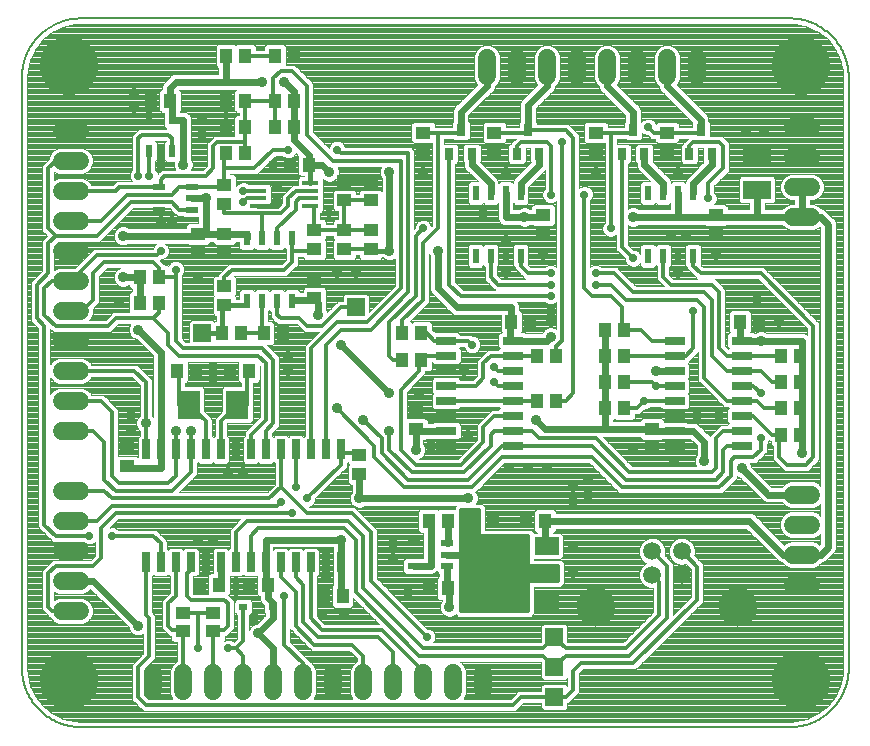
<source format=gtl>
G75*
%MOIN*%
%OFA0B0*%
%FSLAX25Y25*%
%IPPOS*%
%LPD*%
%AMOC8*
5,1,8,0,0,1.08239X$1,22.5*
%
%ADD10C,0.00000*%
%ADD11C,0.00787*%
%ADD12R,0.06890X0.02756*%
%ADD13R,0.02362X0.05118*%
%ADD14R,0.09449X0.06299*%
%ADD15R,0.04331X0.05118*%
%ADD16R,0.05118X0.04331*%
%ADD17R,0.03150X0.03937*%
%ADD18C,0.05937*%
%ADD19R,0.04331X0.02362*%
%ADD20C,0.05937*%
%ADD21C,0.13055*%
%ADD22R,0.02559X0.06693*%
%ADD23R,0.07480X0.09449*%
%ADD24R,0.03150X0.02362*%
%ADD25R,0.07874X0.05906*%
%ADD26R,0.07874X0.14961*%
%ADD27R,0.02362X0.04331*%
%ADD28R,0.05709X0.01575*%
%ADD29C,0.01600*%
%ADD30C,0.00400*%
%ADD31C,0.19685*%
%ADD32C,0.03562*%
%ADD33C,0.01200*%
%ADD34C,0.02775*%
%ADD35C,0.02400*%
%ADD36C,0.02000*%
%ADD37R,0.05906X0.05906*%
D10*
X0032280Y0021138D02*
X0032286Y0020662D01*
X0032303Y0020187D01*
X0032332Y0019712D01*
X0032372Y0019238D01*
X0032424Y0018765D01*
X0032487Y0018294D01*
X0032561Y0017824D01*
X0032647Y0017356D01*
X0032744Y0016890D01*
X0032852Y0016427D01*
X0032971Y0015967D01*
X0033102Y0015509D01*
X0033243Y0015055D01*
X0033396Y0014604D01*
X0033559Y0014158D01*
X0033733Y0013715D01*
X0033918Y0013277D01*
X0034113Y0012843D01*
X0034319Y0012414D01*
X0034535Y0011990D01*
X0034761Y0011571D01*
X0034997Y0011158D01*
X0035243Y0010751D01*
X0035499Y0010350D01*
X0035765Y0009956D01*
X0036040Y0009567D01*
X0036324Y0009186D01*
X0036617Y0008812D01*
X0036919Y0008444D01*
X0037231Y0008084D01*
X0037550Y0007732D01*
X0037878Y0007388D01*
X0038215Y0007051D01*
X0038559Y0006723D01*
X0038911Y0006404D01*
X0039271Y0006092D01*
X0039639Y0005790D01*
X0040013Y0005497D01*
X0040394Y0005213D01*
X0040783Y0004938D01*
X0041177Y0004672D01*
X0041578Y0004416D01*
X0041985Y0004170D01*
X0042398Y0003934D01*
X0042817Y0003708D01*
X0043241Y0003492D01*
X0043670Y0003286D01*
X0044104Y0003091D01*
X0044542Y0002906D01*
X0044985Y0002732D01*
X0045431Y0002569D01*
X0045882Y0002416D01*
X0046336Y0002275D01*
X0046794Y0002144D01*
X0047254Y0002025D01*
X0047717Y0001917D01*
X0048183Y0001820D01*
X0048651Y0001734D01*
X0049121Y0001660D01*
X0049592Y0001597D01*
X0050065Y0001545D01*
X0050539Y0001505D01*
X0051014Y0001476D01*
X0051489Y0001459D01*
X0051965Y0001453D01*
X0288186Y0001453D02*
X0288662Y0001459D01*
X0289137Y0001476D01*
X0289612Y0001505D01*
X0290086Y0001545D01*
X0290559Y0001597D01*
X0291030Y0001660D01*
X0291500Y0001734D01*
X0291968Y0001820D01*
X0292434Y0001917D01*
X0292897Y0002025D01*
X0293357Y0002144D01*
X0293815Y0002275D01*
X0294269Y0002416D01*
X0294720Y0002569D01*
X0295166Y0002732D01*
X0295609Y0002906D01*
X0296047Y0003091D01*
X0296481Y0003286D01*
X0296910Y0003492D01*
X0297334Y0003708D01*
X0297753Y0003934D01*
X0298166Y0004170D01*
X0298573Y0004416D01*
X0298974Y0004672D01*
X0299368Y0004938D01*
X0299757Y0005213D01*
X0300138Y0005497D01*
X0300512Y0005790D01*
X0300880Y0006092D01*
X0301240Y0006404D01*
X0301592Y0006723D01*
X0301936Y0007051D01*
X0302273Y0007388D01*
X0302601Y0007732D01*
X0302920Y0008084D01*
X0303232Y0008444D01*
X0303534Y0008812D01*
X0303827Y0009186D01*
X0304111Y0009567D01*
X0304386Y0009956D01*
X0304652Y0010350D01*
X0304908Y0010751D01*
X0305154Y0011158D01*
X0305390Y0011571D01*
X0305616Y0011990D01*
X0305832Y0012414D01*
X0306038Y0012843D01*
X0306233Y0013277D01*
X0306418Y0013715D01*
X0306592Y0014158D01*
X0306755Y0014604D01*
X0306908Y0015055D01*
X0307049Y0015509D01*
X0307180Y0015967D01*
X0307299Y0016427D01*
X0307407Y0016890D01*
X0307504Y0017356D01*
X0307590Y0017824D01*
X0307664Y0018294D01*
X0307727Y0018765D01*
X0307779Y0019238D01*
X0307819Y0019712D01*
X0307848Y0020187D01*
X0307865Y0020662D01*
X0307871Y0021138D01*
X0307871Y0217988D02*
X0307865Y0218464D01*
X0307848Y0218939D01*
X0307819Y0219414D01*
X0307779Y0219888D01*
X0307727Y0220361D01*
X0307664Y0220832D01*
X0307590Y0221302D01*
X0307504Y0221770D01*
X0307407Y0222236D01*
X0307299Y0222699D01*
X0307180Y0223159D01*
X0307049Y0223617D01*
X0306908Y0224071D01*
X0306755Y0224522D01*
X0306592Y0224968D01*
X0306418Y0225411D01*
X0306233Y0225849D01*
X0306038Y0226283D01*
X0305832Y0226712D01*
X0305616Y0227136D01*
X0305390Y0227555D01*
X0305154Y0227968D01*
X0304908Y0228375D01*
X0304652Y0228776D01*
X0304386Y0229170D01*
X0304111Y0229559D01*
X0303827Y0229940D01*
X0303534Y0230314D01*
X0303232Y0230682D01*
X0302920Y0231042D01*
X0302601Y0231394D01*
X0302273Y0231738D01*
X0301936Y0232075D01*
X0301592Y0232403D01*
X0301240Y0232722D01*
X0300880Y0233034D01*
X0300512Y0233336D01*
X0300138Y0233629D01*
X0299757Y0233913D01*
X0299368Y0234188D01*
X0298974Y0234454D01*
X0298573Y0234710D01*
X0298166Y0234956D01*
X0297753Y0235192D01*
X0297334Y0235418D01*
X0296910Y0235634D01*
X0296481Y0235840D01*
X0296047Y0236035D01*
X0295609Y0236220D01*
X0295166Y0236394D01*
X0294720Y0236557D01*
X0294269Y0236710D01*
X0293815Y0236851D01*
X0293357Y0236982D01*
X0292897Y0237101D01*
X0292434Y0237209D01*
X0291968Y0237306D01*
X0291500Y0237392D01*
X0291030Y0237466D01*
X0290559Y0237529D01*
X0290086Y0237581D01*
X0289612Y0237621D01*
X0289137Y0237650D01*
X0288662Y0237667D01*
X0288186Y0237673D01*
D11*
X0032280Y0217988D02*
X0032280Y0021138D01*
X0032286Y0020662D01*
X0032303Y0020187D01*
X0032332Y0019712D01*
X0032372Y0019238D01*
X0032424Y0018765D01*
X0032487Y0018294D01*
X0032561Y0017824D01*
X0032647Y0017356D01*
X0032744Y0016890D01*
X0032852Y0016427D01*
X0032971Y0015967D01*
X0033102Y0015509D01*
X0033243Y0015055D01*
X0033396Y0014604D01*
X0033559Y0014158D01*
X0033733Y0013715D01*
X0033918Y0013277D01*
X0034113Y0012843D01*
X0034319Y0012414D01*
X0034535Y0011990D01*
X0034761Y0011571D01*
X0034997Y0011158D01*
X0035243Y0010751D01*
X0035499Y0010350D01*
X0035765Y0009956D01*
X0036040Y0009567D01*
X0036324Y0009186D01*
X0036617Y0008812D01*
X0036919Y0008444D01*
X0037231Y0008084D01*
X0037550Y0007732D01*
X0037878Y0007388D01*
X0038215Y0007051D01*
X0038559Y0006723D01*
X0038911Y0006404D01*
X0039271Y0006092D01*
X0039639Y0005790D01*
X0040013Y0005497D01*
X0040394Y0005213D01*
X0040783Y0004938D01*
X0041177Y0004672D01*
X0041578Y0004416D01*
X0041985Y0004170D01*
X0042398Y0003934D01*
X0042817Y0003708D01*
X0043241Y0003492D01*
X0043670Y0003286D01*
X0044104Y0003091D01*
X0044542Y0002906D01*
X0044985Y0002732D01*
X0045431Y0002569D01*
X0045882Y0002416D01*
X0046336Y0002275D01*
X0046794Y0002144D01*
X0047254Y0002025D01*
X0047717Y0001917D01*
X0048183Y0001820D01*
X0048651Y0001734D01*
X0049121Y0001660D01*
X0049592Y0001597D01*
X0050065Y0001545D01*
X0050539Y0001505D01*
X0051014Y0001476D01*
X0051489Y0001459D01*
X0051965Y0001453D01*
X0288186Y0001453D01*
X0288662Y0001459D01*
X0289137Y0001476D01*
X0289612Y0001505D01*
X0290086Y0001545D01*
X0290559Y0001597D01*
X0291030Y0001660D01*
X0291500Y0001734D01*
X0291968Y0001820D01*
X0292434Y0001917D01*
X0292897Y0002025D01*
X0293357Y0002144D01*
X0293815Y0002275D01*
X0294269Y0002416D01*
X0294720Y0002569D01*
X0295166Y0002732D01*
X0295609Y0002906D01*
X0296047Y0003091D01*
X0296481Y0003286D01*
X0296910Y0003492D01*
X0297334Y0003708D01*
X0297753Y0003934D01*
X0298166Y0004170D01*
X0298573Y0004416D01*
X0298974Y0004672D01*
X0299368Y0004938D01*
X0299757Y0005213D01*
X0300138Y0005497D01*
X0300512Y0005790D01*
X0300880Y0006092D01*
X0301240Y0006404D01*
X0301592Y0006723D01*
X0301936Y0007051D01*
X0302273Y0007388D01*
X0302601Y0007732D01*
X0302920Y0008084D01*
X0303232Y0008444D01*
X0303534Y0008812D01*
X0303827Y0009186D01*
X0304111Y0009567D01*
X0304386Y0009956D01*
X0304652Y0010350D01*
X0304908Y0010751D01*
X0305154Y0011158D01*
X0305390Y0011571D01*
X0305616Y0011990D01*
X0305832Y0012414D01*
X0306038Y0012843D01*
X0306233Y0013277D01*
X0306418Y0013715D01*
X0306592Y0014158D01*
X0306755Y0014604D01*
X0306908Y0015055D01*
X0307049Y0015509D01*
X0307180Y0015967D01*
X0307299Y0016427D01*
X0307407Y0016890D01*
X0307504Y0017356D01*
X0307590Y0017824D01*
X0307664Y0018294D01*
X0307727Y0018765D01*
X0307779Y0019238D01*
X0307819Y0019712D01*
X0307848Y0020187D01*
X0307865Y0020662D01*
X0307871Y0021138D01*
X0307871Y0217988D01*
X0307865Y0218464D01*
X0307848Y0218939D01*
X0307819Y0219414D01*
X0307779Y0219888D01*
X0307727Y0220361D01*
X0307664Y0220832D01*
X0307590Y0221302D01*
X0307504Y0221770D01*
X0307407Y0222236D01*
X0307299Y0222699D01*
X0307180Y0223159D01*
X0307049Y0223617D01*
X0306908Y0224071D01*
X0306755Y0224522D01*
X0306592Y0224968D01*
X0306418Y0225411D01*
X0306233Y0225849D01*
X0306038Y0226283D01*
X0305832Y0226712D01*
X0305616Y0227136D01*
X0305390Y0227555D01*
X0305154Y0227968D01*
X0304908Y0228375D01*
X0304652Y0228776D01*
X0304386Y0229170D01*
X0304111Y0229559D01*
X0303827Y0229940D01*
X0303534Y0230314D01*
X0303232Y0230682D01*
X0302920Y0231042D01*
X0302601Y0231394D01*
X0302273Y0231738D01*
X0301936Y0232075D01*
X0301592Y0232403D01*
X0301240Y0232722D01*
X0300880Y0233034D01*
X0300512Y0233336D01*
X0300138Y0233629D01*
X0299757Y0233913D01*
X0299368Y0234188D01*
X0298974Y0234454D01*
X0298573Y0234710D01*
X0298166Y0234956D01*
X0297753Y0235192D01*
X0297334Y0235418D01*
X0296910Y0235634D01*
X0296481Y0235840D01*
X0296047Y0236035D01*
X0295609Y0236220D01*
X0295166Y0236394D01*
X0294720Y0236557D01*
X0294269Y0236710D01*
X0293815Y0236851D01*
X0293357Y0236982D01*
X0292897Y0237101D01*
X0292434Y0237209D01*
X0291968Y0237306D01*
X0291500Y0237392D01*
X0291030Y0237466D01*
X0290559Y0237529D01*
X0290086Y0237581D01*
X0289612Y0237621D01*
X0289137Y0237650D01*
X0288662Y0237667D01*
X0288186Y0237673D01*
X0051965Y0237673D01*
X0051489Y0237667D01*
X0051014Y0237650D01*
X0050539Y0237621D01*
X0050065Y0237581D01*
X0049592Y0237529D01*
X0049121Y0237466D01*
X0048651Y0237392D01*
X0048183Y0237306D01*
X0047717Y0237209D01*
X0047254Y0237101D01*
X0046794Y0236982D01*
X0046336Y0236851D01*
X0045882Y0236710D01*
X0045431Y0236557D01*
X0044985Y0236394D01*
X0044542Y0236220D01*
X0044104Y0236035D01*
X0043670Y0235840D01*
X0043241Y0235634D01*
X0042817Y0235418D01*
X0042398Y0235192D01*
X0041985Y0234956D01*
X0041578Y0234710D01*
X0041177Y0234454D01*
X0040783Y0234188D01*
X0040394Y0233913D01*
X0040013Y0233629D01*
X0039639Y0233336D01*
X0039271Y0233034D01*
X0038911Y0232722D01*
X0038559Y0232403D01*
X0038215Y0232075D01*
X0037878Y0231738D01*
X0037550Y0231394D01*
X0037231Y0231042D01*
X0036919Y0230682D01*
X0036617Y0230314D01*
X0036324Y0229940D01*
X0036040Y0229559D01*
X0035765Y0229170D01*
X0035499Y0228776D01*
X0035243Y0228375D01*
X0034997Y0227968D01*
X0034761Y0227555D01*
X0034535Y0227136D01*
X0034319Y0226712D01*
X0034113Y0226283D01*
X0033918Y0225849D01*
X0033733Y0225411D01*
X0033559Y0224968D01*
X0033396Y0224522D01*
X0033243Y0224071D01*
X0033102Y0223617D01*
X0032971Y0223159D01*
X0032852Y0222699D01*
X0032744Y0222236D01*
X0032647Y0221770D01*
X0032561Y0221302D01*
X0032487Y0220832D01*
X0032424Y0220361D01*
X0032372Y0219888D01*
X0032332Y0219414D01*
X0032303Y0218939D01*
X0032286Y0218464D01*
X0032280Y0217988D01*
D12*
X0173658Y0130203D03*
X0173658Y0125203D03*
X0173658Y0120203D03*
X0173658Y0115203D03*
X0173658Y0110203D03*
X0173658Y0105203D03*
X0173658Y0100203D03*
X0173658Y0095203D03*
X0195902Y0095203D03*
X0195902Y0100203D03*
X0195902Y0105203D03*
X0195902Y0110203D03*
X0195902Y0115203D03*
X0195902Y0120203D03*
X0195902Y0125203D03*
X0195902Y0130203D03*
X0249908Y0130203D03*
X0249908Y0125203D03*
X0249908Y0120203D03*
X0249908Y0115203D03*
X0249908Y0110203D03*
X0249908Y0105203D03*
X0249908Y0100203D03*
X0249908Y0095203D03*
X0272152Y0095203D03*
X0272152Y0100203D03*
X0272152Y0105203D03*
X0272152Y0110203D03*
X0272152Y0115203D03*
X0272152Y0120203D03*
X0272152Y0125203D03*
X0272152Y0130203D03*
D13*
X0256030Y0158520D03*
X0251030Y0158520D03*
X0246030Y0158520D03*
X0241030Y0158520D03*
X0241030Y0179386D03*
X0246030Y0179386D03*
X0251030Y0179386D03*
X0256030Y0179386D03*
X0198530Y0179386D03*
X0193530Y0179386D03*
X0188530Y0179386D03*
X0183530Y0179386D03*
X0183530Y0158520D03*
X0188530Y0158520D03*
X0193530Y0158520D03*
X0198530Y0158520D03*
X0122280Y0164386D03*
X0117280Y0164386D03*
X0112280Y0164386D03*
X0107280Y0164386D03*
X0107280Y0143520D03*
X0112280Y0143520D03*
X0117280Y0143520D03*
X0122280Y0143520D03*
D14*
X0277280Y0180547D03*
X0277280Y0192358D03*
D15*
X0277930Y0136453D03*
X0271631Y0136453D03*
X0285381Y0125203D03*
X0291680Y0125203D03*
X0291680Y0116453D03*
X0285381Y0116453D03*
X0285381Y0107703D03*
X0291680Y0107703D03*
X0291680Y0098953D03*
X0285381Y0098953D03*
X0232930Y0107703D03*
X0226631Y0107703D03*
X0226631Y0116453D03*
X0232930Y0116453D03*
X0232930Y0125203D03*
X0226631Y0125203D03*
X0226631Y0133953D03*
X0232930Y0133953D03*
X0210430Y0125203D03*
X0204131Y0125203D03*
X0201680Y0136453D03*
X0195381Y0136453D03*
X0204131Y0110203D03*
X0210430Y0110203D03*
X0206680Y0070203D03*
X0200381Y0070203D03*
X0189180Y0070203D03*
X0182881Y0070203D03*
X0174180Y0070203D03*
X0167881Y0070203D03*
X0167881Y0047703D03*
X0174180Y0047703D03*
X0139180Y0045203D03*
X0132881Y0045203D03*
X0114180Y0048953D03*
X0107881Y0048953D03*
X0097930Y0048953D03*
X0091631Y0048953D03*
X0090430Y0120203D03*
X0084131Y0120203D03*
X0101631Y0120203D03*
X0107930Y0120203D03*
X0105430Y0132703D03*
X0112881Y0132703D03*
X0119180Y0132703D03*
X0099131Y0132703D03*
X0077930Y0142703D03*
X0071631Y0142703D03*
X0071631Y0151453D03*
X0077930Y0151453D03*
X0121631Y0188953D03*
X0127930Y0188953D03*
X0122930Y0201453D03*
X0116631Y0201453D03*
X0116631Y0210203D03*
X0122930Y0210203D03*
X0106680Y0210203D03*
X0100381Y0210203D03*
X0100381Y0201453D03*
X0106680Y0201453D03*
X0106680Y0192703D03*
X0100381Y0192703D03*
X0081680Y0210203D03*
X0075381Y0210203D03*
X0100381Y0225203D03*
X0106680Y0225203D03*
X0116631Y0225203D03*
X0122930Y0225203D03*
X0159131Y0132703D03*
X0165430Y0132703D03*
X0165430Y0123953D03*
X0159131Y0123953D03*
D16*
X0163530Y0107102D03*
X0163530Y0100803D03*
X0144780Y0092102D03*
X0144780Y0085803D03*
X0096030Y0039602D03*
X0096030Y0033303D03*
X0086030Y0033303D03*
X0086030Y0039602D03*
X0067280Y0088303D03*
X0067280Y0094602D03*
X0099780Y0142053D03*
X0099780Y0148352D03*
X0099780Y0159553D03*
X0099780Y0165852D03*
X0091030Y0165852D03*
X0091030Y0159553D03*
X0099780Y0175803D03*
X0099780Y0182102D03*
X0129780Y0167102D03*
X0129780Y0160803D03*
X0129780Y0150852D03*
X0129780Y0144553D03*
X0139780Y0160803D03*
X0139780Y0167102D03*
X0148530Y0167102D03*
X0148530Y0160803D03*
X0148530Y0177053D03*
X0148530Y0183352D03*
X0139780Y0183352D03*
X0139780Y0177053D03*
X0166030Y0193303D03*
X0166030Y0199602D03*
X0189780Y0199602D03*
X0189780Y0193303D03*
X0206030Y0172102D03*
X0206030Y0165803D03*
X0223530Y0193303D03*
X0223530Y0199602D03*
X0247280Y0199602D03*
X0247280Y0193303D03*
X0263530Y0172102D03*
X0263530Y0165803D03*
X0242280Y0100852D03*
X0242280Y0094553D03*
D17*
X0239770Y0192516D03*
X0232290Y0192516D03*
X0236030Y0200390D03*
X0254790Y0192516D03*
X0262270Y0192516D03*
X0258530Y0200390D03*
X0204770Y0192516D03*
X0197290Y0192516D03*
X0201030Y0200390D03*
X0182270Y0192516D03*
X0174790Y0192516D03*
X0178530Y0200390D03*
D18*
X0187280Y0218484D02*
X0187280Y0224421D01*
X0197280Y0224421D02*
X0197280Y0218484D01*
X0207280Y0218484D02*
X0207280Y0224421D01*
X0217280Y0224421D02*
X0217280Y0218484D01*
X0227280Y0218484D02*
X0227280Y0224421D01*
X0237280Y0224421D02*
X0237280Y0218484D01*
X0247280Y0218484D02*
X0247280Y0224421D01*
X0257280Y0224421D02*
X0257280Y0218484D01*
X0289312Y0201453D02*
X0295249Y0201453D01*
X0295249Y0191453D02*
X0289312Y0191453D01*
X0289312Y0181453D02*
X0295249Y0181453D01*
X0295249Y0171453D02*
X0289312Y0171453D01*
X0289312Y0078953D02*
X0295249Y0078953D01*
X0295249Y0068953D02*
X0289312Y0068953D01*
X0289312Y0058953D02*
X0295249Y0058953D01*
X0295249Y0048953D02*
X0289312Y0048953D01*
X0186030Y0019421D02*
X0186030Y0013484D01*
X0176030Y0013484D02*
X0176030Y0019421D01*
X0166030Y0019421D02*
X0166030Y0013484D01*
X0156030Y0013484D02*
X0156030Y0019421D01*
X0146030Y0019421D02*
X0146030Y0013484D01*
X0136030Y0013484D02*
X0136030Y0019421D01*
X0126030Y0019421D02*
X0126030Y0013484D01*
X0116030Y0013484D02*
X0116030Y0019421D01*
X0106030Y0019421D02*
X0106030Y0013484D01*
X0096030Y0013484D02*
X0096030Y0019421D01*
X0086030Y0019421D02*
X0086030Y0013484D01*
X0076030Y0013484D02*
X0076030Y0019421D01*
X0051499Y0040203D02*
X0045562Y0040203D01*
X0045562Y0050203D02*
X0051499Y0050203D01*
X0051499Y0060203D02*
X0045562Y0060203D01*
X0045562Y0070203D02*
X0051499Y0070203D01*
X0051499Y0080203D02*
X0045562Y0080203D01*
X0045562Y0100203D02*
X0051499Y0100203D01*
X0051499Y0110203D02*
X0045562Y0110203D01*
X0045562Y0120203D02*
X0051499Y0120203D01*
X0051499Y0130203D02*
X0045562Y0130203D01*
X0045562Y0140203D02*
X0051499Y0140203D01*
X0051499Y0150203D02*
X0045562Y0150203D01*
X0045562Y0160203D02*
X0051499Y0160203D01*
X0051499Y0170203D02*
X0045562Y0170203D01*
X0045562Y0180203D02*
X0051499Y0180203D01*
X0051499Y0190203D02*
X0045562Y0190203D01*
X0045562Y0200203D02*
X0051499Y0200203D01*
D19*
X0078018Y0181443D03*
X0078018Y0173963D03*
X0089042Y0173963D03*
X0089042Y0177703D03*
X0089042Y0181443D03*
X0163018Y0062693D03*
X0163018Y0055213D03*
X0174042Y0055213D03*
X0174042Y0058953D03*
X0174042Y0062693D03*
D20*
X0242359Y0059996D03*
X0242359Y0052122D03*
X0252201Y0052122D03*
X0252201Y0059996D03*
D21*
X0270981Y0041453D03*
X0223579Y0041453D03*
D22*
X0138530Y0056384D03*
X0133530Y0056384D03*
X0128530Y0056384D03*
X0123530Y0056384D03*
X0118530Y0056384D03*
X0113530Y0056384D03*
X0108530Y0056384D03*
X0103530Y0056384D03*
X0098530Y0056384D03*
X0093530Y0056384D03*
X0088530Y0056384D03*
X0083530Y0056384D03*
X0078530Y0056384D03*
X0073530Y0056384D03*
X0073530Y0094022D03*
X0078530Y0094022D03*
X0083530Y0094022D03*
X0088530Y0094022D03*
X0093530Y0094022D03*
X0098530Y0094022D03*
X0103530Y0094022D03*
X0108530Y0094022D03*
X0113530Y0094022D03*
X0118530Y0094022D03*
X0123530Y0094022D03*
X0128530Y0094022D03*
X0133530Y0094022D03*
X0138530Y0094022D03*
D23*
X0104101Y0108953D03*
X0087959Y0108953D03*
D24*
X0106109Y0041453D03*
X0115951Y0041453D03*
D25*
X0207182Y0043648D03*
X0207182Y0052703D03*
X0207182Y0061758D03*
D26*
X0182379Y0052703D03*
D27*
X0082270Y0193441D03*
X0078530Y0193441D03*
X0074790Y0193441D03*
X0074790Y0204465D03*
X0082270Y0204465D03*
D28*
X0111119Y0182791D03*
X0111119Y0180232D03*
X0111119Y0177673D03*
X0111119Y0175114D03*
X0128442Y0175114D03*
X0128442Y0177673D03*
X0128442Y0180232D03*
X0128442Y0182791D03*
D29*
X0128442Y0188953D01*
X0127930Y0188953D01*
X0117280Y0176453D02*
X0117280Y0175114D01*
X0111119Y0175114D01*
X0107280Y0143520D02*
X0107280Y0142053D01*
X0099780Y0142053D01*
X0099131Y0141453D02*
X0099131Y0132703D01*
X0092280Y0132703D01*
X0098530Y0141453D02*
X0099131Y0141453D01*
X0129780Y0144553D02*
X0129856Y0144537D01*
X0129930Y0144517D01*
X0130004Y0144493D01*
X0130076Y0144466D01*
X0130147Y0144435D01*
X0130216Y0144401D01*
X0130283Y0144363D01*
X0130349Y0144322D01*
X0130412Y0144278D01*
X0130474Y0144231D01*
X0130533Y0144181D01*
X0130589Y0144129D01*
X0130643Y0144073D01*
X0130693Y0144015D01*
X0130741Y0143955D01*
X0130786Y0143892D01*
X0130828Y0143827D01*
X0130867Y0143760D01*
X0130902Y0143691D01*
X0130934Y0143621D01*
X0130962Y0143549D01*
X0130987Y0143476D01*
X0131008Y0143402D01*
X0131025Y0143327D01*
X0131039Y0143251D01*
X0131049Y0143174D01*
X0131055Y0143097D01*
X0131058Y0143020D01*
X0131057Y0142943D01*
X0131052Y0142866D01*
X0131043Y0142789D01*
X0131030Y0142713D01*
X0148530Y0160203D02*
X0148530Y0160803D01*
X0148530Y0160203D02*
X0154780Y0160203D01*
X0195016Y0136453D02*
X0195381Y0136453D01*
X0173658Y0105203D02*
X0162280Y0105203D01*
X0173658Y0095203D02*
X0174780Y0095203D01*
X0138530Y0094022D02*
X0138530Y0092693D01*
X0242280Y0094553D02*
X0242280Y0095203D01*
X0249908Y0095203D01*
X0271040Y0130203D02*
X0271030Y0130213D01*
X0271040Y0130203D02*
X0272152Y0130203D01*
X0082270Y0209612D02*
X0081680Y0210203D01*
D30*
X0085245Y0210273D02*
X0103114Y0210273D01*
X0103114Y0210671D02*
X0085245Y0210671D01*
X0085245Y0211070D02*
X0103114Y0211070D01*
X0103114Y0211468D02*
X0085245Y0211468D01*
X0085245Y0211867D02*
X0103114Y0211867D01*
X0103114Y0212265D02*
X0085245Y0212265D01*
X0085245Y0212664D02*
X0103114Y0212664D01*
X0103114Y0213062D02*
X0085245Y0213062D01*
X0085245Y0213342D02*
X0084734Y0213853D01*
X0103625Y0213853D01*
X0103114Y0213342D01*
X0103114Y0207064D01*
X0103935Y0206244D01*
X0104680Y0206244D01*
X0104680Y0205412D01*
X0103935Y0205412D01*
X0103114Y0204592D01*
X0103114Y0198453D01*
X0096452Y0198453D01*
X0095280Y0197281D01*
X0094030Y0196031D01*
X0094030Y0188531D01*
X0092702Y0187203D01*
X0088748Y0187203D01*
X0089211Y0188320D01*
X0089211Y0189586D01*
X0088727Y0190755D01*
X0088630Y0190852D01*
X0088630Y0204470D01*
X0088234Y0205426D01*
X0087503Y0206157D01*
X0086547Y0206553D01*
X0084870Y0206553D01*
X0084870Y0206689D01*
X0085245Y0207064D01*
X0085245Y0213342D01*
X0085126Y0213461D02*
X0103234Y0213461D01*
X0103114Y0209874D02*
X0085245Y0209874D01*
X0085245Y0209476D02*
X0103114Y0209476D01*
X0103114Y0209077D02*
X0085245Y0209077D01*
X0085245Y0208679D02*
X0103114Y0208679D01*
X0103114Y0208280D02*
X0085245Y0208280D01*
X0085245Y0207882D02*
X0103114Y0207882D01*
X0103114Y0207483D02*
X0085245Y0207483D01*
X0085245Y0207085D02*
X0103114Y0207085D01*
X0103492Y0206686D02*
X0084870Y0206686D01*
X0087188Y0206288D02*
X0103891Y0206288D01*
X0104680Y0205889D02*
X0087771Y0205889D01*
X0088169Y0205491D02*
X0104680Y0205491D01*
X0103615Y0205092D02*
X0088372Y0205092D01*
X0088538Y0204694D02*
X0103216Y0204694D01*
X0103114Y0204295D02*
X0088630Y0204295D01*
X0088630Y0203897D02*
X0103114Y0203897D01*
X0103114Y0203498D02*
X0088630Y0203498D01*
X0088630Y0203099D02*
X0103114Y0203099D01*
X0103114Y0202701D02*
X0088630Y0202701D01*
X0088630Y0202302D02*
X0103114Y0202302D01*
X0103114Y0201904D02*
X0088630Y0201904D01*
X0088630Y0201505D02*
X0103114Y0201505D01*
X0103114Y0201107D02*
X0088630Y0201107D01*
X0088630Y0200708D02*
X0103114Y0200708D01*
X0103114Y0200310D02*
X0088630Y0200310D01*
X0088630Y0199911D02*
X0103114Y0199911D01*
X0103114Y0199513D02*
X0088630Y0199513D01*
X0088630Y0199114D02*
X0103114Y0199114D01*
X0103114Y0198716D02*
X0088630Y0198716D01*
X0088630Y0198317D02*
X0096316Y0198317D01*
X0095918Y0197919D02*
X0088630Y0197919D01*
X0088630Y0197520D02*
X0095519Y0197520D01*
X0095121Y0197122D02*
X0088630Y0197122D01*
X0088630Y0196723D02*
X0094722Y0196723D01*
X0094324Y0196325D02*
X0088630Y0196325D01*
X0088630Y0195926D02*
X0094030Y0195926D01*
X0094030Y0195528D02*
X0088630Y0195528D01*
X0088630Y0195129D02*
X0094030Y0195129D01*
X0094030Y0194731D02*
X0088630Y0194731D01*
X0088630Y0194332D02*
X0094030Y0194332D01*
X0094030Y0193934D02*
X0088630Y0193934D01*
X0088630Y0193535D02*
X0094030Y0193535D01*
X0094030Y0193137D02*
X0088630Y0193137D01*
X0088630Y0192738D02*
X0094030Y0192738D01*
X0094030Y0192340D02*
X0088630Y0192340D01*
X0088630Y0191941D02*
X0094030Y0191941D01*
X0094030Y0191543D02*
X0088630Y0191543D01*
X0088630Y0191144D02*
X0094030Y0191144D01*
X0094030Y0190746D02*
X0088731Y0190746D01*
X0088896Y0190347D02*
X0094030Y0190347D01*
X0094030Y0189949D02*
X0089061Y0189949D01*
X0089211Y0189550D02*
X0094030Y0189550D01*
X0094030Y0189152D02*
X0089211Y0189152D01*
X0089211Y0188753D02*
X0094030Y0188753D01*
X0093854Y0188355D02*
X0089211Y0188355D01*
X0089061Y0187956D02*
X0093455Y0187956D01*
X0093057Y0187558D02*
X0088895Y0187558D01*
X0083312Y0187203D02*
X0078952Y0187203D01*
X0077780Y0186031D01*
X0077702Y0185953D01*
X0077550Y0185801D01*
X0077143Y0186782D01*
X0076780Y0187145D01*
X0076780Y0190105D01*
X0077371Y0190696D01*
X0077371Y0196186D01*
X0076605Y0196953D01*
X0080202Y0196953D01*
X0080270Y0196884D01*
X0080270Y0196767D01*
X0079689Y0196186D01*
X0079689Y0190696D01*
X0080509Y0189876D01*
X0082969Y0189876D01*
X0082849Y0189586D01*
X0082849Y0188320D01*
X0083312Y0187203D01*
X0083165Y0187558D02*
X0076780Y0187558D01*
X0076780Y0187956D02*
X0083000Y0187956D01*
X0082849Y0188355D02*
X0076780Y0188355D01*
X0076780Y0188753D02*
X0082849Y0188753D01*
X0082849Y0189152D02*
X0076780Y0189152D01*
X0076780Y0189550D02*
X0082849Y0189550D01*
X0080436Y0189949D02*
X0076780Y0189949D01*
X0077023Y0190347D02*
X0080038Y0190347D01*
X0079689Y0190746D02*
X0077371Y0190746D01*
X0077371Y0191144D02*
X0079689Y0191144D01*
X0079689Y0191543D02*
X0077371Y0191543D01*
X0077371Y0191941D02*
X0079689Y0191941D01*
X0079689Y0192340D02*
X0077371Y0192340D01*
X0077371Y0192738D02*
X0079689Y0192738D01*
X0079689Y0193137D02*
X0077371Y0193137D01*
X0077371Y0193535D02*
X0079689Y0193535D01*
X0079689Y0193934D02*
X0077371Y0193934D01*
X0077371Y0194332D02*
X0079689Y0194332D01*
X0079689Y0194731D02*
X0077371Y0194731D01*
X0077371Y0195129D02*
X0079689Y0195129D01*
X0079689Y0195528D02*
X0077371Y0195528D01*
X0077371Y0195926D02*
X0079689Y0195926D01*
X0079828Y0196325D02*
X0077233Y0196325D01*
X0076834Y0196723D02*
X0080226Y0196723D01*
X0080456Y0200953D02*
X0071452Y0200953D01*
X0070202Y0199703D01*
X0069030Y0198531D01*
X0069030Y0187145D01*
X0068667Y0186782D01*
X0068243Y0185757D01*
X0068243Y0184648D01*
X0068667Y0183624D01*
X0068848Y0183443D01*
X0063942Y0183443D01*
X0062702Y0182203D01*
X0055399Y0182203D01*
X0055202Y0182677D01*
X0053973Y0183906D01*
X0052368Y0184571D01*
X0044693Y0184571D01*
X0043087Y0183906D01*
X0043030Y0183849D01*
X0043030Y0186556D01*
X0043087Y0186499D01*
X0044693Y0185834D01*
X0052368Y0185834D01*
X0053973Y0186499D01*
X0055202Y0187728D01*
X0055867Y0189334D01*
X0055867Y0191072D01*
X0055202Y0192677D01*
X0053973Y0193906D01*
X0052368Y0194571D01*
X0044693Y0194571D01*
X0043087Y0193906D01*
X0041858Y0192677D01*
X0041193Y0191072D01*
X0041193Y0190694D01*
X0039030Y0188531D01*
X0039030Y0166874D01*
X0040702Y0165203D01*
X0039030Y0163531D01*
X0039030Y0153531D01*
X0035280Y0149781D01*
X0035280Y0136874D01*
X0036452Y0135703D01*
X0037780Y0134374D01*
X0037780Y0068124D01*
X0038952Y0066953D01*
X0042702Y0063203D01*
X0052838Y0063203D01*
X0053201Y0062840D01*
X0054226Y0062415D01*
X0055335Y0062415D01*
X0056359Y0062840D01*
X0056530Y0063011D01*
X0056530Y0058531D01*
X0055202Y0057203D01*
X0042702Y0057203D01*
X0040202Y0054703D01*
X0039030Y0053531D01*
X0039030Y0040624D01*
X0040280Y0039374D01*
X0041452Y0038203D01*
X0041662Y0038203D01*
X0041858Y0037728D01*
X0043087Y0036499D01*
X0044693Y0035834D01*
X0052368Y0035834D01*
X0053973Y0036499D01*
X0055202Y0037728D01*
X0055867Y0039334D01*
X0055867Y0041072D01*
X0055202Y0042677D01*
X0053973Y0043906D01*
X0052368Y0044571D01*
X0044693Y0044571D01*
X0043087Y0043906D01*
X0043030Y0043849D01*
X0043030Y0046556D01*
X0043087Y0046499D01*
X0044693Y0045834D01*
X0052368Y0045834D01*
X0053973Y0046499D01*
X0055015Y0047541D01*
X0067849Y0034707D01*
X0067849Y0034570D01*
X0068333Y0033401D01*
X0069228Y0032506D01*
X0070397Y0032022D01*
X0071663Y0032022D01*
X0072780Y0032484D01*
X0072780Y0026031D01*
X0070202Y0023453D01*
X0069030Y0022281D01*
X0069030Y0010624D01*
X0072702Y0006953D01*
X0196859Y0006953D01*
X0199359Y0009453D01*
X0205427Y0009453D01*
X0205427Y0007920D01*
X0206248Y0007100D01*
X0213313Y0007100D01*
X0214133Y0007920D01*
X0214133Y0009453D01*
X0214359Y0009453D01*
X0216859Y0011953D01*
X0218030Y0013124D01*
X0218030Y0019374D01*
X0219359Y0020703D01*
X0236859Y0020703D01*
X0238030Y0021874D01*
X0238030Y0021874D01*
X0258109Y0041953D01*
X0259280Y0043124D01*
X0259280Y0055746D01*
X0256373Y0058653D01*
X0256570Y0059127D01*
X0256570Y0060865D01*
X0255905Y0062471D01*
X0254676Y0063699D01*
X0253070Y0064365D01*
X0251332Y0064365D01*
X0249727Y0063699D01*
X0248498Y0062471D01*
X0247833Y0060865D01*
X0247833Y0059127D01*
X0248498Y0057521D01*
X0249727Y0056293D01*
X0251332Y0055628D01*
X0253070Y0055628D01*
X0253545Y0055824D01*
X0255280Y0054089D01*
X0255280Y0044781D01*
X0249280Y0038781D01*
X0249280Y0055903D01*
X0246531Y0058653D01*
X0246727Y0059127D01*
X0246727Y0060865D01*
X0246062Y0062471D01*
X0244833Y0063699D01*
X0243228Y0064365D01*
X0241490Y0064365D01*
X0239884Y0063699D01*
X0238655Y0062471D01*
X0237990Y0060865D01*
X0237990Y0059127D01*
X0238655Y0057521D01*
X0239884Y0056293D01*
X0240448Y0056059D01*
X0239884Y0055825D01*
X0238655Y0054597D01*
X0237990Y0052991D01*
X0237990Y0051253D01*
X0238655Y0049647D01*
X0239884Y0048419D01*
X0241490Y0047754D01*
X0242780Y0047754D01*
X0242780Y0039781D01*
X0232702Y0029703D01*
X0214359Y0029703D01*
X0214133Y0029928D01*
X0214133Y0034985D01*
X0213313Y0035805D01*
X0206248Y0035805D01*
X0205427Y0034985D01*
X0205427Y0029928D01*
X0205202Y0029703D01*
X0169472Y0029703D01*
X0169643Y0029874D01*
X0170068Y0030898D01*
X0170068Y0032007D01*
X0169643Y0033032D01*
X0168859Y0033816D01*
X0167835Y0034240D01*
X0167321Y0034240D01*
X0150530Y0051031D01*
X0150530Y0067281D01*
X0149359Y0068453D01*
X0143109Y0074703D01*
X0128109Y0074703D01*
X0127878Y0074933D01*
X0128859Y0075340D01*
X0129643Y0076124D01*
X0130068Y0077148D01*
X0130068Y0077662D01*
X0140530Y0088124D01*
X0140530Y0089416D01*
X0140821Y0089707D01*
X0140821Y0089357D01*
X0141225Y0088953D01*
X0140821Y0088548D01*
X0140821Y0083058D01*
X0141641Y0082238D01*
X0142180Y0082238D01*
X0142180Y0079602D01*
X0142083Y0079505D01*
X0141599Y0078336D01*
X0141599Y0077070D01*
X0142083Y0075901D01*
X0142978Y0075006D01*
X0144147Y0074522D01*
X0145413Y0074522D01*
X0146582Y0075006D01*
X0146679Y0075103D01*
X0176852Y0075103D01*
X0176530Y0074781D01*
X0176530Y0074162D01*
X0171435Y0074162D01*
X0171030Y0073757D01*
X0170626Y0074162D01*
X0165135Y0074162D01*
X0164315Y0073342D01*
X0164315Y0067064D01*
X0165135Y0066244D01*
X0165930Y0066244D01*
X0165930Y0057813D01*
X0162501Y0057813D01*
X0162456Y0057794D01*
X0160273Y0057794D01*
X0159453Y0056974D01*
X0159453Y0053452D01*
X0160273Y0052631D01*
X0162456Y0052631D01*
X0162501Y0052613D01*
X0169047Y0052613D01*
X0170003Y0053008D01*
X0170477Y0053482D01*
X0170477Y0053452D01*
X0171297Y0052631D01*
X0171442Y0052631D01*
X0171442Y0051662D01*
X0171435Y0051662D01*
X0170614Y0050842D01*
X0170614Y0044564D01*
X0171435Y0043744D01*
X0172180Y0043744D01*
X0172180Y0043352D01*
X0172083Y0043255D01*
X0171599Y0042086D01*
X0171599Y0040820D01*
X0172083Y0039651D01*
X0172978Y0038756D01*
X0174147Y0038272D01*
X0175413Y0038272D01*
X0176582Y0038756D01*
X0176865Y0039039D01*
X0177702Y0038203D01*
X0201859Y0038203D01*
X0203030Y0039374D01*
X0203030Y0048203D01*
X0211859Y0048203D01*
X0213030Y0049374D01*
X0213030Y0056031D01*
X0211859Y0057203D01*
X0203030Y0057203D01*
X0203030Y0057405D01*
X0211699Y0057405D01*
X0212519Y0058225D01*
X0212519Y0065291D01*
X0211699Y0066111D01*
X0209280Y0066111D01*
X0209280Y0066244D01*
X0209425Y0066244D01*
X0210245Y0067064D01*
X0210245Y0067603D01*
X0273703Y0067603D01*
X0284557Y0056749D01*
X0285513Y0056353D01*
X0285734Y0056353D01*
X0286837Y0055249D01*
X0288443Y0054584D01*
X0296118Y0054584D01*
X0297723Y0055249D01*
X0298827Y0056353D01*
X0299047Y0056353D01*
X0300003Y0056749D01*
X0303234Y0059980D01*
X0303630Y0060936D01*
X0303630Y0169470D01*
X0303234Y0170426D01*
X0300734Y0172926D01*
X0300003Y0173657D01*
X0299047Y0174053D01*
X0298827Y0174053D01*
X0297723Y0175156D01*
X0296118Y0175821D01*
X0294880Y0175821D01*
X0294880Y0177084D01*
X0296118Y0177084D01*
X0297723Y0177749D01*
X0298952Y0178978D01*
X0299617Y0180584D01*
X0299617Y0182322D01*
X0298952Y0183927D01*
X0297723Y0185156D01*
X0296118Y0185821D01*
X0288443Y0185821D01*
X0286837Y0185156D01*
X0285608Y0183927D01*
X0284943Y0182322D01*
X0284943Y0180584D01*
X0285608Y0178978D01*
X0286837Y0177749D01*
X0288443Y0177084D01*
X0289680Y0177084D01*
X0289680Y0175821D01*
X0288443Y0175821D01*
X0286837Y0175156D01*
X0285734Y0174053D01*
X0279880Y0174053D01*
X0279880Y0175998D01*
X0282584Y0175998D01*
X0283405Y0176818D01*
X0283405Y0184277D01*
X0282584Y0185097D01*
X0271976Y0185097D01*
X0271156Y0184277D01*
X0271156Y0176818D01*
X0271976Y0175998D01*
X0274680Y0175998D01*
X0274680Y0174053D01*
X0267489Y0174053D01*
X0267489Y0174848D01*
X0266669Y0175668D01*
X0262937Y0175668D01*
X0263393Y0176124D01*
X0263818Y0177148D01*
X0263818Y0178257D01*
X0263393Y0179282D01*
X0263030Y0179645D01*
X0263030Y0181874D01*
X0268030Y0186874D01*
X0268030Y0196031D01*
X0266859Y0197203D01*
X0265609Y0198453D01*
X0261505Y0198453D01*
X0261505Y0202938D01*
X0261130Y0203313D01*
X0261130Y0204470D01*
X0260734Y0205426D01*
X0260003Y0206157D01*
X0250567Y0215593D01*
X0250984Y0216010D01*
X0251649Y0217615D01*
X0251649Y0225290D01*
X0250984Y0226896D01*
X0249755Y0228125D01*
X0248149Y0228790D01*
X0246411Y0228790D01*
X0244806Y0228125D01*
X0243577Y0226896D01*
X0242912Y0225290D01*
X0242912Y0217615D01*
X0243577Y0216010D01*
X0244680Y0214906D01*
X0244680Y0214686D01*
X0245076Y0213730D01*
X0255712Y0203094D01*
X0255555Y0202938D01*
X0255555Y0201602D01*
X0251239Y0201602D01*
X0251239Y0202348D01*
X0250419Y0203168D01*
X0244141Y0203168D01*
X0243572Y0202599D01*
X0243393Y0203032D01*
X0242609Y0203816D01*
X0241585Y0204240D01*
X0240476Y0204240D01*
X0239451Y0203816D01*
X0238789Y0203154D01*
X0238630Y0203313D01*
X0238630Y0206970D01*
X0238234Y0207926D01*
X0237503Y0208657D01*
X0230567Y0215593D01*
X0230984Y0216010D01*
X0231649Y0217615D01*
X0231649Y0225290D01*
X0230984Y0226896D01*
X0229755Y0228125D01*
X0228149Y0228790D01*
X0226411Y0228790D01*
X0224806Y0228125D01*
X0223577Y0226896D01*
X0222912Y0225290D01*
X0222912Y0217615D01*
X0223577Y0216010D01*
X0224680Y0214906D01*
X0224680Y0214686D01*
X0225076Y0213730D01*
X0233430Y0205376D01*
X0233430Y0203313D01*
X0233055Y0202938D01*
X0233055Y0201602D01*
X0227489Y0201602D01*
X0227489Y0202348D01*
X0226669Y0203168D01*
X0220391Y0203168D01*
X0219571Y0202348D01*
X0219571Y0196857D01*
X0220391Y0196037D01*
X0226530Y0196037D01*
X0226530Y0169645D01*
X0226167Y0169282D01*
X0225743Y0168257D01*
X0225743Y0167148D01*
X0226167Y0166124D01*
X0226951Y0165340D01*
X0227976Y0164915D01*
X0229085Y0164915D01*
X0230109Y0165340D01*
X0230290Y0165521D01*
X0230290Y0160614D01*
X0233243Y0157662D01*
X0233243Y0157148D01*
X0233667Y0156124D01*
X0234451Y0155340D01*
X0235476Y0154915D01*
X0236585Y0154915D01*
X0237609Y0155340D01*
X0238393Y0156124D01*
X0238449Y0156259D01*
X0238449Y0155381D01*
X0239269Y0154561D01*
X0242791Y0154561D01*
X0243530Y0155300D01*
X0244030Y0154800D01*
X0244030Y0150624D01*
X0246202Y0148453D01*
X0236859Y0148453D01*
X0231780Y0153531D01*
X0230609Y0154703D01*
X0225472Y0154703D01*
X0225109Y0155066D01*
X0224085Y0155490D01*
X0222976Y0155490D01*
X0221951Y0155066D01*
X0221780Y0154895D01*
X0221780Y0177011D01*
X0222143Y0177374D01*
X0222568Y0178398D01*
X0222568Y0179507D01*
X0222143Y0180532D01*
X0221359Y0181316D01*
X0220335Y0181740D01*
X0219226Y0181740D01*
X0218201Y0181316D01*
X0218030Y0181145D01*
X0218030Y0198718D01*
X0216859Y0199890D01*
X0214359Y0202390D01*
X0204005Y0202390D01*
X0204005Y0202938D01*
X0203630Y0203313D01*
X0203630Y0207876D01*
X0209484Y0213730D01*
X0209880Y0214686D01*
X0209880Y0214906D01*
X0210984Y0216010D01*
X0211649Y0217615D01*
X0211649Y0225290D01*
X0210984Y0226896D01*
X0209755Y0228125D01*
X0208149Y0228790D01*
X0206411Y0228790D01*
X0204806Y0228125D01*
X0203577Y0226896D01*
X0202912Y0225290D01*
X0202912Y0217615D01*
X0203577Y0216010D01*
X0203993Y0215593D01*
X0199557Y0211157D01*
X0198826Y0210426D01*
X0198430Y0209470D01*
X0198430Y0203313D01*
X0198055Y0202938D01*
X0198055Y0201602D01*
X0193739Y0201602D01*
X0193739Y0202348D01*
X0192919Y0203168D01*
X0186641Y0203168D01*
X0185821Y0202348D01*
X0185821Y0196857D01*
X0186641Y0196037D01*
X0192919Y0196037D01*
X0193739Y0196857D01*
X0193739Y0197602D01*
X0196861Y0197602D01*
X0196462Y0197203D01*
X0195290Y0196031D01*
X0195290Y0195884D01*
X0195135Y0195884D01*
X0194315Y0195064D01*
X0194315Y0189967D01*
X0195135Y0189147D01*
X0199445Y0189147D01*
X0200265Y0189967D01*
X0200265Y0194453D01*
X0201796Y0194453D01*
X0201796Y0189967D01*
X0201957Y0189806D01*
X0196326Y0184176D01*
X0195930Y0183220D01*
X0195930Y0182706D01*
X0195291Y0183345D01*
X0191769Y0183345D01*
X0191130Y0182706D01*
X0191130Y0183220D01*
X0190734Y0184176D01*
X0185094Y0189816D01*
X0185245Y0189967D01*
X0185245Y0195064D01*
X0184425Y0195884D01*
X0180116Y0195884D01*
X0179296Y0195064D01*
X0179296Y0189967D01*
X0179680Y0189583D01*
X0179680Y0188436D01*
X0180076Y0187480D01*
X0180807Y0186749D01*
X0184211Y0183345D01*
X0181769Y0183345D01*
X0180949Y0182525D01*
X0180949Y0176247D01*
X0181769Y0175427D01*
X0185291Y0175427D01*
X0186030Y0176166D01*
X0186769Y0175427D01*
X0190291Y0175427D01*
X0190930Y0176066D01*
X0190930Y0170936D01*
X0191326Y0169980D01*
X0192057Y0169249D01*
X0193013Y0168853D01*
X0197881Y0168853D01*
X0197978Y0168756D01*
X0199147Y0168272D01*
X0200413Y0168272D01*
X0201582Y0168756D01*
X0201679Y0168853D01*
X0202575Y0168853D01*
X0202891Y0168537D01*
X0209169Y0168537D01*
X0209989Y0169357D01*
X0209989Y0174848D01*
X0209169Y0175668D01*
X0202891Y0175668D01*
X0202071Y0174848D01*
X0202071Y0174053D01*
X0201679Y0174053D01*
X0201582Y0174150D01*
X0200413Y0174634D01*
X0199147Y0174634D01*
X0197978Y0174150D01*
X0197881Y0174053D01*
X0196130Y0174053D01*
X0196130Y0176066D01*
X0196769Y0175427D01*
X0200291Y0175427D01*
X0201111Y0176247D01*
X0201111Y0178823D01*
X0201130Y0178869D01*
X0201130Y0181626D01*
X0206253Y0186749D01*
X0206530Y0187026D01*
X0206530Y0180895D01*
X0206167Y0180532D01*
X0205743Y0179507D01*
X0205743Y0178398D01*
X0206167Y0177374D01*
X0206951Y0176590D01*
X0207976Y0176165D01*
X0209085Y0176165D01*
X0210109Y0176590D01*
X0210280Y0176761D01*
X0210280Y0154895D01*
X0210109Y0155066D01*
X0209085Y0155490D01*
X0207976Y0155490D01*
X0206951Y0155066D01*
X0206588Y0154703D01*
X0201859Y0154703D01*
X0201111Y0155450D01*
X0201111Y0161659D01*
X0200291Y0162479D01*
X0196769Y0162479D01*
X0195949Y0161659D01*
X0195949Y0155381D01*
X0196530Y0154800D01*
X0196530Y0154374D01*
X0199030Y0151874D01*
X0199952Y0150953D01*
X0191859Y0150953D01*
X0190530Y0152281D01*
X0190530Y0154800D01*
X0191111Y0155381D01*
X0191111Y0161659D01*
X0190291Y0162479D01*
X0186769Y0162479D01*
X0186030Y0161740D01*
X0185291Y0162479D01*
X0181769Y0162479D01*
X0180949Y0161659D01*
X0180949Y0155381D01*
X0181769Y0154561D01*
X0185291Y0154561D01*
X0186030Y0155300D01*
X0186530Y0154800D01*
X0186530Y0150624D01*
X0187702Y0149453D01*
X0189030Y0148124D01*
X0189952Y0147203D01*
X0179368Y0147203D01*
X0176790Y0149781D01*
X0176790Y0189147D01*
X0176945Y0189147D01*
X0177765Y0189967D01*
X0177765Y0195064D01*
X0176945Y0195884D01*
X0173030Y0195884D01*
X0173030Y0197602D01*
X0175794Y0197602D01*
X0176375Y0197021D01*
X0180685Y0197021D01*
X0181505Y0197841D01*
X0181505Y0202938D01*
X0181130Y0203313D01*
X0181130Y0205376D01*
X0189484Y0213730D01*
X0189880Y0214686D01*
X0189880Y0214906D01*
X0190984Y0216010D01*
X0191649Y0217615D01*
X0191649Y0225290D01*
X0190984Y0226896D01*
X0189755Y0228125D01*
X0188149Y0228790D01*
X0186411Y0228790D01*
X0184806Y0228125D01*
X0183577Y0226896D01*
X0182912Y0225290D01*
X0182912Y0217615D01*
X0183577Y0216010D01*
X0183993Y0215593D01*
X0177057Y0208657D01*
X0176326Y0207926D01*
X0175930Y0206970D01*
X0175930Y0203313D01*
X0175555Y0202938D01*
X0175555Y0201602D01*
X0169989Y0201602D01*
X0169989Y0202348D01*
X0169169Y0203168D01*
X0162891Y0203168D01*
X0162071Y0202348D01*
X0162071Y0196857D01*
X0162891Y0196037D01*
X0169030Y0196037D01*
X0169030Y0168531D01*
X0168800Y0168301D01*
X0168393Y0169282D01*
X0167609Y0170066D01*
X0166585Y0170490D01*
X0165476Y0170490D01*
X0164451Y0170066D01*
X0163667Y0169282D01*
X0163243Y0168257D01*
X0163243Y0167744D01*
X0163030Y0167531D01*
X0163030Y0193531D01*
X0161859Y0194703D01*
X0139987Y0194703D01*
X0139643Y0195532D01*
X0138859Y0196316D01*
X0137835Y0196740D01*
X0136726Y0196740D01*
X0135701Y0196316D01*
X0134917Y0195532D01*
X0134511Y0194551D01*
X0129280Y0199781D01*
X0129280Y0216031D01*
X0124280Y0221031D01*
X0123109Y0222203D01*
X0120196Y0222203D01*
X0120196Y0228342D01*
X0119376Y0229162D01*
X0113885Y0229162D01*
X0113065Y0228342D01*
X0113065Y0227203D01*
X0110245Y0227203D01*
X0110245Y0228342D01*
X0109425Y0229162D01*
X0103935Y0229162D01*
X0103530Y0228757D01*
X0103126Y0229162D01*
X0097635Y0229162D01*
X0096815Y0228342D01*
X0096815Y0222064D01*
X0097635Y0221244D01*
X0097781Y0221244D01*
X0097781Y0219053D01*
X0083013Y0219053D01*
X0082057Y0218657D01*
X0081326Y0217926D01*
X0079476Y0216075D01*
X0079080Y0215120D01*
X0079080Y0214162D01*
X0078935Y0214162D01*
X0078114Y0213342D01*
X0078114Y0207064D01*
X0078935Y0206244D01*
X0079670Y0206244D01*
X0079670Y0203436D01*
X0079689Y0203390D01*
X0079689Y0201719D01*
X0080456Y0200953D01*
X0080302Y0201107D02*
X0034074Y0201107D01*
X0034074Y0201505D02*
X0079903Y0201505D01*
X0079689Y0201904D02*
X0034074Y0201904D01*
X0034074Y0202302D02*
X0079689Y0202302D01*
X0079689Y0202701D02*
X0034074Y0202701D01*
X0034074Y0203099D02*
X0079689Y0203099D01*
X0079670Y0203498D02*
X0034074Y0203498D01*
X0034074Y0203897D02*
X0079670Y0203897D01*
X0079670Y0204295D02*
X0034074Y0204295D01*
X0034074Y0204694D02*
X0079670Y0204694D01*
X0079670Y0205092D02*
X0034074Y0205092D01*
X0034074Y0205491D02*
X0079670Y0205491D01*
X0079670Y0205889D02*
X0034074Y0205889D01*
X0034074Y0206288D02*
X0078891Y0206288D01*
X0078492Y0206686D02*
X0034074Y0206686D01*
X0034074Y0207085D02*
X0078114Y0207085D01*
X0078114Y0207483D02*
X0034074Y0207483D01*
X0034074Y0207882D02*
X0078114Y0207882D01*
X0078114Y0208280D02*
X0034074Y0208280D01*
X0034074Y0208679D02*
X0078114Y0208679D01*
X0078114Y0209077D02*
X0034074Y0209077D01*
X0034074Y0209476D02*
X0078114Y0209476D01*
X0078114Y0209874D02*
X0034074Y0209874D01*
X0034074Y0210273D02*
X0078114Y0210273D01*
X0078114Y0210671D02*
X0034074Y0210671D01*
X0034074Y0211070D02*
X0078114Y0211070D01*
X0078114Y0211468D02*
X0034074Y0211468D01*
X0034074Y0211867D02*
X0078114Y0211867D01*
X0078114Y0212265D02*
X0034074Y0212265D01*
X0034074Y0212664D02*
X0078114Y0212664D01*
X0078114Y0213062D02*
X0034074Y0213062D01*
X0034074Y0213461D02*
X0078234Y0213461D01*
X0078632Y0213859D02*
X0034074Y0213859D01*
X0034074Y0214258D02*
X0079080Y0214258D01*
X0079080Y0214656D02*
X0034074Y0214656D01*
X0034074Y0215055D02*
X0079080Y0215055D01*
X0079218Y0215453D02*
X0034074Y0215453D01*
X0034074Y0215852D02*
X0079383Y0215852D01*
X0079651Y0216250D02*
X0034074Y0216250D01*
X0034074Y0216649D02*
X0080049Y0216649D01*
X0080448Y0217047D02*
X0034074Y0217047D01*
X0034074Y0217446D02*
X0080846Y0217446D01*
X0081245Y0217844D02*
X0034074Y0217844D01*
X0034074Y0217988D02*
X0034186Y0219991D01*
X0035078Y0223897D01*
X0036816Y0227507D01*
X0039314Y0230639D01*
X0042446Y0233137D01*
X0046056Y0234876D01*
X0049962Y0235767D01*
X0051965Y0235880D01*
X0288186Y0235880D01*
X0290189Y0235767D01*
X0294095Y0234876D01*
X0297704Y0233137D01*
X0300837Y0230639D01*
X0303335Y0227507D01*
X0305073Y0223897D01*
X0305965Y0219991D01*
X0306077Y0217988D01*
X0306077Y0021138D01*
X0305965Y0019135D01*
X0305073Y0015229D01*
X0303335Y0011619D01*
X0300837Y0008487D01*
X0297704Y0005989D01*
X0294095Y0004250D01*
X0290189Y0003359D01*
X0288186Y0003246D01*
X0051965Y0003246D01*
X0049962Y0003359D01*
X0046056Y0004250D01*
X0042446Y0005989D01*
X0039314Y0008487D01*
X0036816Y0011619D01*
X0035078Y0015229D01*
X0034186Y0019135D01*
X0034074Y0021138D01*
X0034074Y0217988D01*
X0034088Y0218243D02*
X0081643Y0218243D01*
X0082042Y0218641D02*
X0034111Y0218641D01*
X0034133Y0219040D02*
X0082982Y0219040D01*
X0096815Y0222228D02*
X0034697Y0222228D01*
X0034788Y0222627D02*
X0096815Y0222627D01*
X0096815Y0223025D02*
X0034879Y0223025D01*
X0034970Y0223424D02*
X0096815Y0223424D01*
X0096815Y0223822D02*
X0035061Y0223822D01*
X0035078Y0223897D02*
X0035078Y0223897D01*
X0035234Y0224221D02*
X0096815Y0224221D01*
X0096815Y0224619D02*
X0035425Y0224619D01*
X0035617Y0225018D02*
X0096815Y0225018D01*
X0096815Y0225416D02*
X0035809Y0225416D01*
X0036001Y0225815D02*
X0096815Y0225815D01*
X0096815Y0226213D02*
X0036193Y0226213D01*
X0036385Y0226612D02*
X0096815Y0226612D01*
X0096815Y0227010D02*
X0036577Y0227010D01*
X0036769Y0227409D02*
X0096815Y0227409D01*
X0096815Y0227807D02*
X0037056Y0227807D01*
X0037373Y0228206D02*
X0096815Y0228206D01*
X0097078Y0228604D02*
X0037691Y0228604D01*
X0038009Y0229003D02*
X0097476Y0229003D01*
X0103285Y0229003D02*
X0103775Y0229003D01*
X0109584Y0229003D02*
X0113726Y0229003D01*
X0113328Y0228604D02*
X0109983Y0228604D01*
X0110245Y0228206D02*
X0113065Y0228206D01*
X0113065Y0227807D02*
X0110245Y0227807D01*
X0110245Y0227409D02*
X0113065Y0227409D01*
X0119535Y0229003D02*
X0302142Y0229003D01*
X0301824Y0229401D02*
X0038327Y0229401D01*
X0038645Y0229800D02*
X0301506Y0229800D01*
X0301188Y0230198D02*
X0038962Y0230198D01*
X0039280Y0230597D02*
X0300871Y0230597D01*
X0300390Y0230995D02*
X0039761Y0230995D01*
X0040260Y0231394D02*
X0299891Y0231394D01*
X0299391Y0231792D02*
X0040760Y0231792D01*
X0041260Y0232191D02*
X0298891Y0232191D01*
X0298391Y0232589D02*
X0041759Y0232589D01*
X0042259Y0232988D02*
X0297892Y0232988D01*
X0297187Y0233386D02*
X0042964Y0233386D01*
X0043791Y0233785D02*
X0296360Y0233785D01*
X0295532Y0234183D02*
X0044619Y0234183D01*
X0045446Y0234582D02*
X0294705Y0234582D01*
X0293635Y0234980D02*
X0046516Y0234980D01*
X0048262Y0235379D02*
X0291889Y0235379D01*
X0290004Y0235777D02*
X0050147Y0235777D01*
X0034606Y0221830D02*
X0097049Y0221830D01*
X0097448Y0221431D02*
X0034515Y0221431D01*
X0034424Y0221032D02*
X0097781Y0221032D01*
X0097781Y0220634D02*
X0034333Y0220634D01*
X0034242Y0220235D02*
X0097781Y0220235D01*
X0097781Y0219837D02*
X0034178Y0219837D01*
X0034155Y0219438D02*
X0097781Y0219438D01*
X0120196Y0222228D02*
X0182912Y0222228D01*
X0182912Y0221830D02*
X0123482Y0221830D01*
X0123880Y0221431D02*
X0182912Y0221431D01*
X0182912Y0221032D02*
X0124279Y0221032D01*
X0124677Y0220634D02*
X0182912Y0220634D01*
X0182912Y0220235D02*
X0125076Y0220235D01*
X0125474Y0219837D02*
X0182912Y0219837D01*
X0182912Y0219438D02*
X0125873Y0219438D01*
X0126271Y0219040D02*
X0182912Y0219040D01*
X0182912Y0218641D02*
X0126670Y0218641D01*
X0127068Y0218243D02*
X0182912Y0218243D01*
X0182912Y0217844D02*
X0127467Y0217844D01*
X0127865Y0217446D02*
X0182982Y0217446D01*
X0183147Y0217047D02*
X0128264Y0217047D01*
X0128662Y0216649D02*
X0183312Y0216649D01*
X0183477Y0216250D02*
X0129061Y0216250D01*
X0129280Y0215852D02*
X0183735Y0215852D01*
X0183854Y0215453D02*
X0129280Y0215453D01*
X0129280Y0215055D02*
X0183455Y0215055D01*
X0183057Y0214656D02*
X0129280Y0214656D01*
X0129280Y0214258D02*
X0182658Y0214258D01*
X0182260Y0213859D02*
X0129280Y0213859D01*
X0129280Y0213461D02*
X0181861Y0213461D01*
X0181463Y0213062D02*
X0129280Y0213062D01*
X0129280Y0212664D02*
X0181064Y0212664D01*
X0180666Y0212265D02*
X0129280Y0212265D01*
X0129280Y0211867D02*
X0180267Y0211867D01*
X0179869Y0211468D02*
X0129280Y0211468D01*
X0129280Y0211070D02*
X0179470Y0211070D01*
X0179072Y0210671D02*
X0129280Y0210671D01*
X0129280Y0210273D02*
X0178673Y0210273D01*
X0178275Y0209874D02*
X0129280Y0209874D01*
X0129280Y0209476D02*
X0177876Y0209476D01*
X0177478Y0209077D02*
X0129280Y0209077D01*
X0129280Y0208679D02*
X0177079Y0208679D01*
X0176681Y0208280D02*
X0129280Y0208280D01*
X0129280Y0207882D02*
X0176308Y0207882D01*
X0176143Y0207483D02*
X0129280Y0207483D01*
X0129280Y0207085D02*
X0175978Y0207085D01*
X0175930Y0206686D02*
X0129280Y0206686D01*
X0129280Y0206288D02*
X0175930Y0206288D01*
X0175930Y0205889D02*
X0129280Y0205889D01*
X0129280Y0205491D02*
X0175930Y0205491D01*
X0175930Y0205092D02*
X0129280Y0205092D01*
X0129280Y0204694D02*
X0175930Y0204694D01*
X0175930Y0204295D02*
X0129280Y0204295D01*
X0129280Y0203897D02*
X0175930Y0203897D01*
X0175930Y0203498D02*
X0129280Y0203498D01*
X0129280Y0203099D02*
X0162823Y0203099D01*
X0162424Y0202701D02*
X0129280Y0202701D01*
X0129280Y0202302D02*
X0162071Y0202302D01*
X0162071Y0201904D02*
X0129280Y0201904D01*
X0129280Y0201505D02*
X0162071Y0201505D01*
X0162071Y0201107D02*
X0129280Y0201107D01*
X0129280Y0200708D02*
X0162071Y0200708D01*
X0162071Y0200310D02*
X0129280Y0200310D01*
X0129280Y0199911D02*
X0162071Y0199911D01*
X0162071Y0199513D02*
X0129548Y0199513D01*
X0129947Y0199114D02*
X0162071Y0199114D01*
X0162071Y0198716D02*
X0130345Y0198716D01*
X0130744Y0198317D02*
X0162071Y0198317D01*
X0162071Y0197919D02*
X0131142Y0197919D01*
X0131541Y0197520D02*
X0162071Y0197520D01*
X0162071Y0197122D02*
X0131940Y0197122D01*
X0132338Y0196723D02*
X0136685Y0196723D01*
X0135723Y0196325D02*
X0132737Y0196325D01*
X0133135Y0195926D02*
X0135312Y0195926D01*
X0134916Y0195528D02*
X0133534Y0195528D01*
X0133932Y0195129D02*
X0134750Y0195129D01*
X0134585Y0194731D02*
X0134331Y0194731D01*
X0137875Y0196723D02*
X0162205Y0196723D01*
X0162603Y0196325D02*
X0138837Y0196325D01*
X0139249Y0195926D02*
X0169030Y0195926D01*
X0169030Y0195528D02*
X0139645Y0195528D01*
X0139810Y0195129D02*
X0169030Y0195129D01*
X0169030Y0194731D02*
X0139975Y0194731D01*
X0137498Y0188203D02*
X0152062Y0188203D01*
X0151599Y0187086D01*
X0151599Y0185820D01*
X0152083Y0184651D01*
X0152180Y0184554D01*
X0152180Y0180107D01*
X0151669Y0180618D01*
X0145391Y0180618D01*
X0144571Y0179798D01*
X0144571Y0179053D01*
X0143739Y0179053D01*
X0143739Y0179798D01*
X0142919Y0180618D01*
X0136641Y0180618D01*
X0135821Y0179798D01*
X0135821Y0174308D01*
X0136641Y0173488D01*
X0137780Y0173488D01*
X0137780Y0170668D01*
X0136641Y0170668D01*
X0135821Y0169848D01*
X0135821Y0169102D01*
X0133739Y0169102D01*
X0133739Y0169848D01*
X0132919Y0170668D01*
X0131780Y0170668D01*
X0131780Y0172927D01*
X0131876Y0172927D01*
X0132696Y0173747D01*
X0132696Y0184038D01*
X0132978Y0183756D01*
X0134147Y0183272D01*
X0135413Y0183272D01*
X0136582Y0183756D01*
X0137477Y0184651D01*
X0137961Y0185820D01*
X0137961Y0187086D01*
X0137498Y0188203D01*
X0137601Y0187956D02*
X0151960Y0187956D01*
X0151795Y0187558D02*
X0137766Y0187558D01*
X0137931Y0187159D02*
X0151630Y0187159D01*
X0151599Y0186761D02*
X0137961Y0186761D01*
X0137961Y0186362D02*
X0151599Y0186362D01*
X0151599Y0185963D02*
X0137961Y0185963D01*
X0137856Y0185565D02*
X0151705Y0185565D01*
X0151870Y0185166D02*
X0137691Y0185166D01*
X0137526Y0184768D02*
X0152035Y0184768D01*
X0152180Y0184369D02*
X0137196Y0184369D01*
X0136797Y0183971D02*
X0152180Y0183971D01*
X0152180Y0183572D02*
X0136139Y0183572D01*
X0133421Y0183572D02*
X0132696Y0183572D01*
X0132696Y0183174D02*
X0152180Y0183174D01*
X0152180Y0182775D02*
X0132696Y0182775D01*
X0132696Y0182377D02*
X0152180Y0182377D01*
X0152180Y0181978D02*
X0132696Y0181978D01*
X0132696Y0181580D02*
X0152180Y0181580D01*
X0152180Y0181181D02*
X0132696Y0181181D01*
X0132696Y0180783D02*
X0152180Y0180783D01*
X0152180Y0180384D02*
X0151903Y0180384D01*
X0145157Y0180384D02*
X0143153Y0180384D01*
X0143552Y0179986D02*
X0144759Y0179986D01*
X0144571Y0179587D02*
X0143739Y0179587D01*
X0143739Y0179189D02*
X0144571Y0179189D01*
X0136407Y0180384D02*
X0132696Y0180384D01*
X0132696Y0179986D02*
X0136009Y0179986D01*
X0135821Y0179587D02*
X0132696Y0179587D01*
X0132696Y0179189D02*
X0135821Y0179189D01*
X0135821Y0178790D02*
X0132696Y0178790D01*
X0132696Y0178392D02*
X0135821Y0178392D01*
X0135821Y0177993D02*
X0132696Y0177993D01*
X0132696Y0177595D02*
X0135821Y0177595D01*
X0135821Y0177196D02*
X0132696Y0177196D01*
X0132696Y0176798D02*
X0135821Y0176798D01*
X0135821Y0176399D02*
X0132696Y0176399D01*
X0132696Y0176001D02*
X0135821Y0176001D01*
X0135821Y0175602D02*
X0132696Y0175602D01*
X0132696Y0175204D02*
X0135821Y0175204D01*
X0135821Y0174805D02*
X0132696Y0174805D01*
X0132696Y0174407D02*
X0135821Y0174407D01*
X0136121Y0174008D02*
X0132696Y0174008D01*
X0132559Y0173610D02*
X0136519Y0173610D01*
X0137780Y0173211D02*
X0132160Y0173211D01*
X0131780Y0172813D02*
X0137780Y0172813D01*
X0137780Y0172414D02*
X0131780Y0172414D01*
X0131780Y0172016D02*
X0137780Y0172016D01*
X0137780Y0171617D02*
X0131780Y0171617D01*
X0131780Y0171219D02*
X0137780Y0171219D01*
X0137780Y0170820D02*
X0131780Y0170820D01*
X0133165Y0170422D02*
X0136395Y0170422D01*
X0135997Y0170023D02*
X0133564Y0170023D01*
X0133739Y0169625D02*
X0135821Y0169625D01*
X0135821Y0169226D02*
X0133739Y0169226D01*
X0133739Y0165102D02*
X0135821Y0165102D01*
X0135821Y0164357D01*
X0136225Y0163953D01*
X0135821Y0163548D01*
X0135821Y0158058D01*
X0136641Y0157238D01*
X0142919Y0157238D01*
X0143739Y0158058D01*
X0143739Y0158803D01*
X0144571Y0158803D01*
X0144571Y0158058D01*
X0145391Y0157238D01*
X0151669Y0157238D01*
X0152434Y0158003D01*
X0152481Y0158003D01*
X0152978Y0157506D01*
X0154147Y0157022D01*
X0155413Y0157022D01*
X0156530Y0157484D01*
X0156530Y0148531D01*
X0147883Y0139884D01*
X0147883Y0144985D01*
X0147063Y0145805D01*
X0139998Y0145805D01*
X0139177Y0144985D01*
X0139177Y0143453D01*
X0137702Y0143453D01*
X0134101Y0139852D01*
X0133727Y0140755D01*
X0133630Y0140852D01*
X0133630Y0141699D01*
X0133739Y0141808D01*
X0133739Y0147298D01*
X0132919Y0148118D01*
X0126641Y0148118D01*
X0125821Y0147298D01*
X0125821Y0146563D01*
X0124861Y0146563D01*
X0124861Y0146659D01*
X0124041Y0147479D01*
X0120519Y0147479D01*
X0119780Y0146740D01*
X0119041Y0147479D01*
X0115519Y0147479D01*
X0114780Y0146740D01*
X0114041Y0147479D01*
X0110519Y0147479D01*
X0109780Y0146740D01*
X0109041Y0147479D01*
X0105519Y0147479D01*
X0104699Y0146659D01*
X0104699Y0144253D01*
X0103739Y0144253D01*
X0103739Y0144798D01*
X0103335Y0145203D01*
X0103739Y0145607D01*
X0103739Y0151098D01*
X0102996Y0151841D01*
X0103109Y0151953D01*
X0120609Y0151953D01*
X0121780Y0153124D01*
X0124280Y0155624D01*
X0124280Y0158203D01*
X0125821Y0158203D01*
X0125821Y0158058D01*
X0126641Y0157238D01*
X0132919Y0157238D01*
X0133739Y0158058D01*
X0133739Y0163548D01*
X0133335Y0163953D01*
X0133739Y0164357D01*
X0133739Y0165102D01*
X0133739Y0164842D02*
X0135821Y0164842D01*
X0135821Y0164444D02*
X0133739Y0164444D01*
X0133427Y0164045D02*
X0136133Y0164045D01*
X0135920Y0163647D02*
X0133641Y0163647D01*
X0133739Y0163248D02*
X0135821Y0163248D01*
X0135821Y0162850D02*
X0133739Y0162850D01*
X0133739Y0162451D02*
X0135821Y0162451D01*
X0135821Y0162053D02*
X0133739Y0162053D01*
X0133739Y0161654D02*
X0135821Y0161654D01*
X0135821Y0161256D02*
X0133739Y0161256D01*
X0133739Y0160857D02*
X0135821Y0160857D01*
X0135821Y0160459D02*
X0133739Y0160459D01*
X0133739Y0160060D02*
X0135821Y0160060D01*
X0135821Y0159662D02*
X0133739Y0159662D01*
X0133739Y0159263D02*
X0135821Y0159263D01*
X0135821Y0158865D02*
X0133739Y0158865D01*
X0133739Y0158466D02*
X0135821Y0158466D01*
X0135821Y0158068D02*
X0133739Y0158068D01*
X0133351Y0157669D02*
X0136210Y0157669D01*
X0136608Y0157271D02*
X0132952Y0157271D01*
X0126608Y0157271D02*
X0124280Y0157271D01*
X0124280Y0157669D02*
X0126210Y0157669D01*
X0125821Y0158068D02*
X0124280Y0158068D01*
X0124280Y0156872D02*
X0156530Y0156872D01*
X0156530Y0156474D02*
X0124280Y0156474D01*
X0124280Y0156075D02*
X0156530Y0156075D01*
X0156530Y0155677D02*
X0124280Y0155677D01*
X0123934Y0155278D02*
X0156530Y0155278D01*
X0156530Y0154880D02*
X0123535Y0154880D01*
X0123137Y0154481D02*
X0156530Y0154481D01*
X0156530Y0154083D02*
X0122738Y0154083D01*
X0122340Y0153684D02*
X0156530Y0153684D01*
X0156530Y0153286D02*
X0121941Y0153286D01*
X0121543Y0152887D02*
X0156530Y0152887D01*
X0156530Y0152489D02*
X0121144Y0152489D01*
X0120746Y0152090D02*
X0156530Y0152090D01*
X0156530Y0151692D02*
X0103145Y0151692D01*
X0103544Y0151293D02*
X0156530Y0151293D01*
X0156530Y0150895D02*
X0103739Y0150895D01*
X0103739Y0150496D02*
X0156530Y0150496D01*
X0156530Y0150097D02*
X0103739Y0150097D01*
X0103739Y0149699D02*
X0156530Y0149699D01*
X0156530Y0149300D02*
X0103739Y0149300D01*
X0103739Y0148902D02*
X0156530Y0148902D01*
X0156502Y0148503D02*
X0103739Y0148503D01*
X0103739Y0148105D02*
X0126628Y0148105D01*
X0126229Y0147706D02*
X0103739Y0147706D01*
X0103739Y0147308D02*
X0105348Y0147308D01*
X0104950Y0146909D02*
X0103739Y0146909D01*
X0103739Y0146511D02*
X0104699Y0146511D01*
X0104699Y0146112D02*
X0103739Y0146112D01*
X0103739Y0145714D02*
X0104699Y0145714D01*
X0104699Y0145315D02*
X0103447Y0145315D01*
X0103621Y0144917D02*
X0104699Y0144917D01*
X0104699Y0144518D02*
X0103739Y0144518D01*
X0109212Y0147308D02*
X0110348Y0147308D01*
X0109950Y0146909D02*
X0109611Y0146909D01*
X0114212Y0147308D02*
X0115348Y0147308D01*
X0114950Y0146909D02*
X0114611Y0146909D01*
X0119212Y0147308D02*
X0120348Y0147308D01*
X0119950Y0146909D02*
X0119611Y0146909D01*
X0124212Y0147308D02*
X0125831Y0147308D01*
X0125821Y0146909D02*
X0124611Y0146909D01*
X0132933Y0148105D02*
X0156104Y0148105D01*
X0155705Y0147706D02*
X0133331Y0147706D01*
X0133730Y0147308D02*
X0155307Y0147308D01*
X0154908Y0146909D02*
X0133739Y0146909D01*
X0133739Y0146511D02*
X0154510Y0146511D01*
X0154111Y0146112D02*
X0133739Y0146112D01*
X0133739Y0145714D02*
X0139906Y0145714D01*
X0139507Y0145315D02*
X0133739Y0145315D01*
X0133739Y0144917D02*
X0139177Y0144917D01*
X0139177Y0144518D02*
X0133739Y0144518D01*
X0133739Y0144120D02*
X0139177Y0144120D01*
X0139177Y0143721D02*
X0133739Y0143721D01*
X0133739Y0143323D02*
X0137572Y0143323D01*
X0137173Y0142924D02*
X0133739Y0142924D01*
X0133739Y0142526D02*
X0136775Y0142526D01*
X0136376Y0142127D02*
X0133739Y0142127D01*
X0133660Y0141729D02*
X0135978Y0141729D01*
X0135579Y0141330D02*
X0133630Y0141330D01*
X0133630Y0140932D02*
X0135181Y0140932D01*
X0134782Y0140533D02*
X0133819Y0140533D01*
X0133984Y0140135D02*
X0134384Y0140135D01*
X0131202Y0133203D02*
X0126530Y0128531D01*
X0126530Y0126874D01*
X0126530Y0098628D01*
X0126030Y0098128D01*
X0125390Y0098768D01*
X0121671Y0098768D01*
X0121030Y0098128D01*
X0120390Y0098768D01*
X0116671Y0098768D01*
X0116030Y0098128D01*
X0115530Y0098628D01*
X0115530Y0099374D01*
X0116859Y0100703D01*
X0118030Y0101874D01*
X0118030Y0124781D01*
X0114280Y0128531D01*
X0114068Y0128744D01*
X0115626Y0128744D01*
X0116446Y0129564D01*
X0116446Y0135842D01*
X0115626Y0136662D01*
X0114280Y0136662D01*
X0114280Y0139800D01*
X0114780Y0140300D01*
X0115280Y0139800D01*
X0115280Y0138124D01*
X0116452Y0136953D01*
X0117702Y0135703D01*
X0123952Y0135703D01*
X0126452Y0133203D01*
X0131202Y0133203D01*
X0130961Y0132961D02*
X0116446Y0132961D01*
X0116446Y0132563D02*
X0130562Y0132563D01*
X0130163Y0132164D02*
X0116446Y0132164D01*
X0116446Y0131766D02*
X0129765Y0131766D01*
X0129366Y0131367D02*
X0116446Y0131367D01*
X0116446Y0130969D02*
X0128968Y0130969D01*
X0128569Y0130570D02*
X0116446Y0130570D01*
X0116446Y0130172D02*
X0128171Y0130172D01*
X0127772Y0129773D02*
X0116446Y0129773D01*
X0116257Y0129375D02*
X0127374Y0129375D01*
X0126975Y0128976D02*
X0115859Y0128976D01*
X0115030Y0127781D02*
X0126530Y0127781D01*
X0126530Y0128179D02*
X0114632Y0128179D01*
X0114233Y0128578D02*
X0126577Y0128578D01*
X0126530Y0127382D02*
X0115429Y0127382D01*
X0115828Y0126984D02*
X0126530Y0126984D01*
X0126530Y0126585D02*
X0116226Y0126585D01*
X0116625Y0126187D02*
X0126530Y0126187D01*
X0126530Y0125788D02*
X0117023Y0125788D01*
X0117422Y0125390D02*
X0126530Y0125390D01*
X0126530Y0124991D02*
X0117820Y0124991D01*
X0118030Y0124593D02*
X0126530Y0124593D01*
X0126530Y0124194D02*
X0118030Y0124194D01*
X0118030Y0123796D02*
X0126530Y0123796D01*
X0126530Y0123397D02*
X0118030Y0123397D01*
X0118030Y0122999D02*
X0126530Y0122999D01*
X0126530Y0122600D02*
X0118030Y0122600D01*
X0118030Y0122202D02*
X0126530Y0122202D01*
X0126530Y0121803D02*
X0118030Y0121803D01*
X0118030Y0121405D02*
X0126530Y0121405D01*
X0126530Y0121006D02*
X0118030Y0121006D01*
X0118030Y0120608D02*
X0126530Y0120608D01*
X0126530Y0120209D02*
X0118030Y0120209D01*
X0118030Y0119811D02*
X0126530Y0119811D01*
X0126530Y0119412D02*
X0118030Y0119412D01*
X0118030Y0119014D02*
X0126530Y0119014D01*
X0126530Y0118615D02*
X0118030Y0118615D01*
X0118030Y0118217D02*
X0126530Y0118217D01*
X0126530Y0117818D02*
X0118030Y0117818D01*
X0118030Y0117420D02*
X0126530Y0117420D01*
X0126530Y0117021D02*
X0118030Y0117021D01*
X0118030Y0116623D02*
X0126530Y0116623D01*
X0126530Y0116224D02*
X0118030Y0116224D01*
X0118030Y0115826D02*
X0126530Y0115826D01*
X0126530Y0115427D02*
X0118030Y0115427D01*
X0118030Y0115028D02*
X0126530Y0115028D01*
X0126530Y0114630D02*
X0118030Y0114630D01*
X0118030Y0114231D02*
X0126530Y0114231D01*
X0126530Y0113833D02*
X0118030Y0113833D01*
X0118030Y0113434D02*
X0126530Y0113434D01*
X0126530Y0113036D02*
X0118030Y0113036D01*
X0118030Y0112637D02*
X0126530Y0112637D01*
X0126530Y0112239D02*
X0118030Y0112239D01*
X0118030Y0111840D02*
X0126530Y0111840D01*
X0126530Y0111442D02*
X0118030Y0111442D01*
X0118030Y0111043D02*
X0126530Y0111043D01*
X0126530Y0110645D02*
X0118030Y0110645D01*
X0118030Y0110246D02*
X0126530Y0110246D01*
X0126530Y0109848D02*
X0118030Y0109848D01*
X0118030Y0109449D02*
X0126530Y0109449D01*
X0126530Y0109051D02*
X0118030Y0109051D01*
X0118030Y0108652D02*
X0126530Y0108652D01*
X0126530Y0108254D02*
X0118030Y0108254D01*
X0118030Y0107855D02*
X0126530Y0107855D01*
X0126530Y0107457D02*
X0118030Y0107457D01*
X0118030Y0107058D02*
X0126530Y0107058D01*
X0126530Y0106660D02*
X0118030Y0106660D01*
X0118030Y0106261D02*
X0126530Y0106261D01*
X0126530Y0105863D02*
X0118030Y0105863D01*
X0118030Y0105464D02*
X0126530Y0105464D01*
X0126530Y0105066D02*
X0118030Y0105066D01*
X0118030Y0104667D02*
X0126530Y0104667D01*
X0126530Y0104269D02*
X0118030Y0104269D01*
X0118030Y0103870D02*
X0126530Y0103870D01*
X0126530Y0103472D02*
X0118030Y0103472D01*
X0118030Y0103073D02*
X0126530Y0103073D01*
X0126530Y0102675D02*
X0118030Y0102675D01*
X0118030Y0102276D02*
X0126530Y0102276D01*
X0126530Y0101878D02*
X0118030Y0101878D01*
X0117635Y0101479D02*
X0126530Y0101479D01*
X0126530Y0101081D02*
X0117236Y0101081D01*
X0116838Y0100682D02*
X0126530Y0100682D01*
X0126530Y0100284D02*
X0116439Y0100284D01*
X0116041Y0099885D02*
X0126530Y0099885D01*
X0126530Y0099487D02*
X0115642Y0099487D01*
X0115530Y0099088D02*
X0126530Y0099088D01*
X0126530Y0098690D02*
X0125468Y0098690D01*
X0125867Y0098291D02*
X0126194Y0098291D01*
X0121592Y0098690D02*
X0120468Y0098690D01*
X0120867Y0098291D02*
X0121194Y0098291D01*
X0116592Y0098690D02*
X0115530Y0098690D01*
X0115867Y0098291D02*
X0116194Y0098291D01*
X0110619Y0103870D02*
X0109241Y0103870D01*
X0109241Y0103648D02*
X0109241Y0108085D01*
X0109280Y0108124D01*
X0109280Y0116244D01*
X0110675Y0116244D01*
X0111495Y0117064D01*
X0111495Y0121909D01*
X0111530Y0121874D01*
X0111530Y0104781D01*
X0106530Y0099781D01*
X0106530Y0098628D01*
X0105851Y0097948D01*
X0105851Y0090095D01*
X0106671Y0089275D01*
X0110390Y0089275D01*
X0111030Y0089916D01*
X0111671Y0089275D01*
X0115390Y0089275D01*
X0116030Y0089916D01*
X0116530Y0089416D01*
X0116530Y0082281D01*
X0113952Y0079703D01*
X0084609Y0079703D01*
X0090530Y0085624D01*
X0090530Y0089416D01*
X0091030Y0089916D01*
X0091671Y0089275D01*
X0095390Y0089275D01*
X0096030Y0089916D01*
X0096671Y0089275D01*
X0100390Y0089275D01*
X0101210Y0090095D01*
X0101210Y0097948D01*
X0100530Y0098628D01*
X0100530Y0102553D01*
X0100805Y0102828D01*
X0108421Y0102828D01*
X0109241Y0103648D01*
X0109064Y0103472D02*
X0110221Y0103472D01*
X0109822Y0103073D02*
X0108666Y0103073D01*
X0109424Y0102675D02*
X0100651Y0102675D01*
X0100530Y0102276D02*
X0109025Y0102276D01*
X0108627Y0101878D02*
X0100530Y0101878D01*
X0100530Y0101479D02*
X0108228Y0101479D01*
X0107830Y0101081D02*
X0100530Y0101081D01*
X0100530Y0100682D02*
X0107431Y0100682D01*
X0107033Y0100284D02*
X0100530Y0100284D01*
X0100530Y0099885D02*
X0106634Y0099885D01*
X0106530Y0099487D02*
X0100530Y0099487D01*
X0100530Y0099088D02*
X0106530Y0099088D01*
X0106530Y0098690D02*
X0100530Y0098690D01*
X0100867Y0098291D02*
X0106194Y0098291D01*
X0105851Y0097892D02*
X0101210Y0097892D01*
X0101210Y0097494D02*
X0105851Y0097494D01*
X0105851Y0097095D02*
X0101210Y0097095D01*
X0101210Y0096697D02*
X0105851Y0096697D01*
X0105851Y0096298D02*
X0101210Y0096298D01*
X0101210Y0095900D02*
X0105851Y0095900D01*
X0105851Y0095501D02*
X0101210Y0095501D01*
X0101210Y0095103D02*
X0105851Y0095103D01*
X0105851Y0094704D02*
X0101210Y0094704D01*
X0101210Y0094306D02*
X0105851Y0094306D01*
X0105851Y0093907D02*
X0101210Y0093907D01*
X0101210Y0093509D02*
X0105851Y0093509D01*
X0105851Y0093110D02*
X0101210Y0093110D01*
X0101210Y0092712D02*
X0105851Y0092712D01*
X0105851Y0092313D02*
X0101210Y0092313D01*
X0101210Y0091915D02*
X0105851Y0091915D01*
X0105851Y0091516D02*
X0101210Y0091516D01*
X0101210Y0091118D02*
X0105851Y0091118D01*
X0105851Y0090719D02*
X0101210Y0090719D01*
X0101210Y0090321D02*
X0105851Y0090321D01*
X0106024Y0089922D02*
X0101037Y0089922D01*
X0100638Y0089524D02*
X0106422Y0089524D01*
X0110638Y0089524D02*
X0111422Y0089524D01*
X0115638Y0089524D02*
X0116422Y0089524D01*
X0116530Y0089125D02*
X0090530Y0089125D01*
X0090530Y0088727D02*
X0116530Y0088727D01*
X0116530Y0088328D02*
X0090530Y0088328D01*
X0090530Y0087930D02*
X0116530Y0087930D01*
X0116530Y0087531D02*
X0090530Y0087531D01*
X0090530Y0087133D02*
X0116530Y0087133D01*
X0116530Y0086734D02*
X0090530Y0086734D01*
X0090530Y0086336D02*
X0116530Y0086336D01*
X0116530Y0085937D02*
X0090530Y0085937D01*
X0090444Y0085539D02*
X0116530Y0085539D01*
X0116530Y0085140D02*
X0090046Y0085140D01*
X0089647Y0084742D02*
X0116530Y0084742D01*
X0116530Y0084343D02*
X0089249Y0084343D01*
X0088850Y0083945D02*
X0116530Y0083945D01*
X0116530Y0083546D02*
X0088452Y0083546D01*
X0088053Y0083148D02*
X0116530Y0083148D01*
X0116530Y0082749D02*
X0087655Y0082749D01*
X0087256Y0082351D02*
X0116530Y0082351D01*
X0116201Y0081952D02*
X0086858Y0081952D01*
X0086459Y0081554D02*
X0115803Y0081554D01*
X0115404Y0081155D02*
X0086061Y0081155D01*
X0085662Y0080757D02*
X0115006Y0080757D01*
X0114607Y0080358D02*
X0085264Y0080358D01*
X0084865Y0079959D02*
X0114208Y0079959D01*
X0104952Y0070703D02*
X0101530Y0067281D01*
X0101530Y0060990D01*
X0101030Y0060490D01*
X0100390Y0061130D01*
X0096671Y0061130D01*
X0095851Y0060310D01*
X0095851Y0052912D01*
X0095185Y0052912D01*
X0094364Y0052092D01*
X0094364Y0045953D01*
X0089359Y0045953D01*
X0089280Y0046031D01*
X0089280Y0051637D01*
X0090390Y0051637D01*
X0091210Y0052457D01*
X0091210Y0060310D01*
X0090390Y0061130D01*
X0086671Y0061130D01*
X0086030Y0060490D01*
X0085390Y0061130D01*
X0081671Y0061130D01*
X0081030Y0060490D01*
X0080530Y0060990D01*
X0080530Y0063531D01*
X0079359Y0064703D01*
X0078030Y0066031D01*
X0076859Y0067203D01*
X0064222Y0067203D01*
X0063859Y0067566D01*
X0062835Y0067990D01*
X0061726Y0067990D01*
X0061590Y0067934D01*
X0064359Y0070703D01*
X0104952Y0070703D01*
X0104644Y0070395D02*
X0064051Y0070395D01*
X0063653Y0069997D02*
X0104246Y0069997D01*
X0103847Y0069598D02*
X0063254Y0069598D01*
X0062856Y0069200D02*
X0103449Y0069200D01*
X0103050Y0068801D02*
X0062457Y0068801D01*
X0062059Y0068403D02*
X0102652Y0068403D01*
X0102253Y0068004D02*
X0061660Y0068004D01*
X0063763Y0067606D02*
X0101855Y0067606D01*
X0101530Y0067207D02*
X0064218Y0067207D01*
X0056530Y0062823D02*
X0056320Y0062823D01*
X0056530Y0062425D02*
X0055358Y0062425D01*
X0054202Y0062425D02*
X0034074Y0062425D01*
X0034074Y0062823D02*
X0053240Y0062823D01*
X0056530Y0062026D02*
X0034074Y0062026D01*
X0034074Y0061628D02*
X0056530Y0061628D01*
X0056530Y0061229D02*
X0034074Y0061229D01*
X0034074Y0060831D02*
X0056530Y0060831D01*
X0056530Y0060432D02*
X0034074Y0060432D01*
X0034074Y0060034D02*
X0056530Y0060034D01*
X0056530Y0059635D02*
X0034074Y0059635D01*
X0034074Y0059237D02*
X0056530Y0059237D01*
X0056530Y0058838D02*
X0034074Y0058838D01*
X0034074Y0058440D02*
X0056439Y0058440D01*
X0056040Y0058041D02*
X0034074Y0058041D01*
X0034074Y0057643D02*
X0055642Y0057643D01*
X0055243Y0057244D02*
X0034074Y0057244D01*
X0034074Y0056846D02*
X0042345Y0056846D01*
X0041946Y0056447D02*
X0034074Y0056447D01*
X0034074Y0056049D02*
X0041548Y0056049D01*
X0041149Y0055650D02*
X0034074Y0055650D01*
X0034074Y0055252D02*
X0040751Y0055252D01*
X0040352Y0054853D02*
X0034074Y0054853D01*
X0034074Y0054455D02*
X0039954Y0054455D01*
X0039555Y0054056D02*
X0034074Y0054056D01*
X0034074Y0053658D02*
X0039157Y0053658D01*
X0039030Y0053259D02*
X0034074Y0053259D01*
X0034074Y0052861D02*
X0039030Y0052861D01*
X0039030Y0052462D02*
X0034074Y0052462D01*
X0034074Y0052064D02*
X0039030Y0052064D01*
X0039030Y0051665D02*
X0034074Y0051665D01*
X0034074Y0051267D02*
X0039030Y0051267D01*
X0039030Y0050868D02*
X0034074Y0050868D01*
X0034074Y0050470D02*
X0039030Y0050470D01*
X0039030Y0050071D02*
X0034074Y0050071D01*
X0034074Y0049673D02*
X0039030Y0049673D01*
X0039030Y0049274D02*
X0034074Y0049274D01*
X0034074Y0048876D02*
X0039030Y0048876D01*
X0039030Y0048477D02*
X0034074Y0048477D01*
X0034074Y0048079D02*
X0039030Y0048079D01*
X0039030Y0047680D02*
X0034074Y0047680D01*
X0034074Y0047282D02*
X0039030Y0047282D01*
X0039030Y0046883D02*
X0034074Y0046883D01*
X0034074Y0046485D02*
X0039030Y0046485D01*
X0039030Y0046086D02*
X0034074Y0046086D01*
X0034074Y0045688D02*
X0039030Y0045688D01*
X0039030Y0045289D02*
X0034074Y0045289D01*
X0034074Y0044890D02*
X0039030Y0044890D01*
X0039030Y0044492D02*
X0034074Y0044492D01*
X0034074Y0044093D02*
X0039030Y0044093D01*
X0039030Y0043695D02*
X0034074Y0043695D01*
X0034074Y0043296D02*
X0039030Y0043296D01*
X0039030Y0042898D02*
X0034074Y0042898D01*
X0034074Y0042499D02*
X0039030Y0042499D01*
X0039030Y0042101D02*
X0034074Y0042101D01*
X0034074Y0041702D02*
X0039030Y0041702D01*
X0039030Y0041304D02*
X0034074Y0041304D01*
X0034074Y0040905D02*
X0039030Y0040905D01*
X0039148Y0040507D02*
X0034074Y0040507D01*
X0034074Y0040108D02*
X0039546Y0040108D01*
X0039945Y0039710D02*
X0034074Y0039710D01*
X0034074Y0039311D02*
X0040343Y0039311D01*
X0040742Y0038913D02*
X0034074Y0038913D01*
X0034074Y0038514D02*
X0041140Y0038514D01*
X0041698Y0038116D02*
X0034074Y0038116D01*
X0034074Y0037717D02*
X0041869Y0037717D01*
X0042268Y0037319D02*
X0034074Y0037319D01*
X0034074Y0036920D02*
X0042666Y0036920D01*
X0043065Y0036522D02*
X0034074Y0036522D01*
X0034074Y0036123D02*
X0043995Y0036123D01*
X0043539Y0044093D02*
X0043030Y0044093D01*
X0043030Y0044492D02*
X0044501Y0044492D01*
X0043030Y0044890D02*
X0057665Y0044890D01*
X0057267Y0045289D02*
X0043030Y0045289D01*
X0043030Y0045688D02*
X0056868Y0045688D01*
X0056470Y0046086D02*
X0052975Y0046086D01*
X0053938Y0046485D02*
X0056071Y0046485D01*
X0055673Y0046883D02*
X0054357Y0046883D01*
X0054755Y0047282D02*
X0055274Y0047282D01*
X0053521Y0044093D02*
X0058463Y0044093D01*
X0058861Y0043695D02*
X0054184Y0043695D01*
X0054583Y0043296D02*
X0059260Y0043296D01*
X0059658Y0042898D02*
X0054981Y0042898D01*
X0055276Y0042499D02*
X0060057Y0042499D01*
X0060455Y0042101D02*
X0055441Y0042101D01*
X0055606Y0041702D02*
X0060854Y0041702D01*
X0061252Y0041304D02*
X0055771Y0041304D01*
X0055867Y0040905D02*
X0061651Y0040905D01*
X0062049Y0040507D02*
X0055867Y0040507D01*
X0055867Y0040108D02*
X0062448Y0040108D01*
X0062846Y0039710D02*
X0055867Y0039710D01*
X0055858Y0039311D02*
X0063245Y0039311D01*
X0063643Y0038913D02*
X0055693Y0038913D01*
X0055528Y0038514D02*
X0064042Y0038514D01*
X0064440Y0038116D02*
X0055363Y0038116D01*
X0055191Y0037717D02*
X0064839Y0037717D01*
X0065237Y0037319D02*
X0054793Y0037319D01*
X0054394Y0036920D02*
X0065636Y0036920D01*
X0066034Y0036522D02*
X0053996Y0036522D01*
X0053065Y0036123D02*
X0066433Y0036123D01*
X0066831Y0035725D02*
X0034074Y0035725D01*
X0034074Y0035326D02*
X0067230Y0035326D01*
X0067628Y0034928D02*
X0034074Y0034928D01*
X0034074Y0034529D02*
X0067866Y0034529D01*
X0068031Y0034131D02*
X0034074Y0034131D01*
X0034074Y0033732D02*
X0068196Y0033732D01*
X0068401Y0033334D02*
X0034074Y0033334D01*
X0034074Y0032935D02*
X0068799Y0032935D01*
X0069198Y0032537D02*
X0034074Y0032537D01*
X0034074Y0032138D02*
X0070116Y0032138D01*
X0071944Y0032138D02*
X0072780Y0032138D01*
X0072780Y0031740D02*
X0034074Y0031740D01*
X0034074Y0031341D02*
X0072780Y0031341D01*
X0072780Y0030943D02*
X0034074Y0030943D01*
X0034074Y0030544D02*
X0072780Y0030544D01*
X0072780Y0030146D02*
X0034074Y0030146D01*
X0034074Y0029747D02*
X0072780Y0029747D01*
X0072780Y0029349D02*
X0034074Y0029349D01*
X0034074Y0028950D02*
X0072780Y0028950D01*
X0072780Y0028552D02*
X0034074Y0028552D01*
X0034074Y0028153D02*
X0072780Y0028153D01*
X0072780Y0027755D02*
X0034074Y0027755D01*
X0034074Y0027356D02*
X0072780Y0027356D01*
X0072780Y0026957D02*
X0034074Y0026957D01*
X0034074Y0026559D02*
X0072780Y0026559D01*
X0072780Y0026160D02*
X0034074Y0026160D01*
X0034074Y0025762D02*
X0072511Y0025762D01*
X0072112Y0025363D02*
X0034074Y0025363D01*
X0034074Y0024965D02*
X0071714Y0024965D01*
X0071315Y0024566D02*
X0034074Y0024566D01*
X0034074Y0024168D02*
X0070917Y0024168D01*
X0070518Y0023769D02*
X0034074Y0023769D01*
X0034074Y0023371D02*
X0070120Y0023371D01*
X0069721Y0022972D02*
X0034074Y0022972D01*
X0034074Y0022574D02*
X0069323Y0022574D01*
X0069030Y0022175D02*
X0034074Y0022175D01*
X0034074Y0021777D02*
X0069030Y0021777D01*
X0069030Y0021378D02*
X0034074Y0021378D01*
X0034083Y0020980D02*
X0069030Y0020980D01*
X0069030Y0020581D02*
X0034105Y0020581D01*
X0034128Y0020183D02*
X0069030Y0020183D01*
X0069030Y0019784D02*
X0034150Y0019784D01*
X0034172Y0019386D02*
X0069030Y0019386D01*
X0069030Y0018987D02*
X0034220Y0018987D01*
X0034311Y0018589D02*
X0069030Y0018589D01*
X0069030Y0018190D02*
X0034402Y0018190D01*
X0034493Y0017792D02*
X0069030Y0017792D01*
X0069030Y0017393D02*
X0034584Y0017393D01*
X0034675Y0016995D02*
X0069030Y0016995D01*
X0069030Y0016596D02*
X0034766Y0016596D01*
X0034857Y0016198D02*
X0069030Y0016198D01*
X0069030Y0015799D02*
X0034948Y0015799D01*
X0035039Y0015401D02*
X0069030Y0015401D01*
X0069030Y0015002D02*
X0035187Y0015002D01*
X0035379Y0014604D02*
X0069030Y0014604D01*
X0069030Y0014205D02*
X0035571Y0014205D01*
X0035763Y0013807D02*
X0069030Y0013807D01*
X0069030Y0013408D02*
X0035955Y0013408D01*
X0036147Y0013010D02*
X0069030Y0013010D01*
X0069030Y0012611D02*
X0036338Y0012611D01*
X0036530Y0012213D02*
X0069030Y0012213D01*
X0069030Y0011814D02*
X0036722Y0011814D01*
X0036978Y0011416D02*
X0069030Y0011416D01*
X0069030Y0011017D02*
X0037296Y0011017D01*
X0037614Y0010619D02*
X0069036Y0010619D01*
X0069434Y0010220D02*
X0037932Y0010220D01*
X0038250Y0009821D02*
X0069833Y0009821D01*
X0070232Y0009423D02*
X0038567Y0009423D01*
X0038885Y0009024D02*
X0070630Y0009024D01*
X0071029Y0008626D02*
X0039203Y0008626D01*
X0039639Y0008227D02*
X0071427Y0008227D01*
X0071826Y0007829D02*
X0040139Y0007829D01*
X0040639Y0007430D02*
X0072224Y0007430D01*
X0072623Y0007032D02*
X0041138Y0007032D01*
X0041638Y0006633D02*
X0298513Y0006633D01*
X0298013Y0006235D02*
X0042138Y0006235D01*
X0042763Y0005836D02*
X0297388Y0005836D01*
X0296561Y0005438D02*
X0043590Y0005438D01*
X0044418Y0005039D02*
X0295733Y0005039D01*
X0294906Y0004641D02*
X0045245Y0004641D01*
X0046092Y0004242D02*
X0294059Y0004242D01*
X0292313Y0003844D02*
X0047838Y0003844D01*
X0049584Y0003445D02*
X0290567Y0003445D01*
X0299013Y0007032D02*
X0196938Y0007032D01*
X0197336Y0007430D02*
X0205917Y0007430D01*
X0205519Y0007829D02*
X0197735Y0007829D01*
X0198133Y0008227D02*
X0205427Y0008227D01*
X0205427Y0008626D02*
X0198532Y0008626D01*
X0198930Y0009024D02*
X0205427Y0009024D01*
X0205427Y0009423D02*
X0199329Y0009423D01*
X0196462Y0012213D02*
X0180232Y0012213D01*
X0180397Y0012611D02*
X0196860Y0012611D01*
X0197259Y0013010D02*
X0180399Y0013010D01*
X0180399Y0012615D02*
X0180399Y0020290D01*
X0179734Y0021896D01*
X0178505Y0023125D01*
X0178316Y0023203D01*
X0205202Y0023203D01*
X0205427Y0022977D01*
X0205427Y0017920D01*
X0206248Y0017100D01*
X0213313Y0017100D01*
X0214030Y0017817D01*
X0214030Y0015088D01*
X0213313Y0015805D01*
X0206248Y0015805D01*
X0205427Y0014985D01*
X0205427Y0013453D01*
X0197702Y0013453D01*
X0195202Y0010953D01*
X0179677Y0010953D01*
X0179734Y0011010D01*
X0180399Y0012615D01*
X0180399Y0013408D02*
X0197657Y0013408D01*
X0196063Y0011814D02*
X0180067Y0011814D01*
X0179902Y0011416D02*
X0195665Y0011416D01*
X0195266Y0011017D02*
X0179737Y0011017D01*
X0180399Y0013807D02*
X0205427Y0013807D01*
X0205427Y0014205D02*
X0180399Y0014205D01*
X0180399Y0014604D02*
X0205427Y0014604D01*
X0205444Y0015002D02*
X0180399Y0015002D01*
X0180399Y0015401D02*
X0205843Y0015401D01*
X0206241Y0015799D02*
X0180399Y0015799D01*
X0180399Y0016198D02*
X0214030Y0016198D01*
X0214030Y0016596D02*
X0180399Y0016596D01*
X0180399Y0016995D02*
X0214030Y0016995D01*
X0214030Y0017393D02*
X0213606Y0017393D01*
X0214005Y0017792D02*
X0214030Y0017792D01*
X0214030Y0015799D02*
X0213319Y0015799D01*
X0213718Y0015401D02*
X0214030Y0015401D01*
X0218030Y0015401D02*
X0305112Y0015401D01*
X0305203Y0015799D02*
X0218030Y0015799D01*
X0218030Y0016198D02*
X0305294Y0016198D01*
X0305385Y0016596D02*
X0218030Y0016596D01*
X0218030Y0016995D02*
X0305476Y0016995D01*
X0305567Y0017393D02*
X0218030Y0017393D01*
X0218030Y0017792D02*
X0305658Y0017792D01*
X0305749Y0018190D02*
X0218030Y0018190D01*
X0218030Y0018589D02*
X0305840Y0018589D01*
X0305931Y0018987D02*
X0218030Y0018987D01*
X0218042Y0019386D02*
X0305979Y0019386D01*
X0306001Y0019784D02*
X0218440Y0019784D01*
X0218839Y0020183D02*
X0306023Y0020183D01*
X0306046Y0020581D02*
X0219237Y0020581D01*
X0218030Y0015002D02*
X0304964Y0015002D01*
X0304772Y0014604D02*
X0218030Y0014604D01*
X0218030Y0014205D02*
X0304580Y0014205D01*
X0304388Y0013807D02*
X0218030Y0013807D01*
X0218030Y0013408D02*
X0304196Y0013408D01*
X0304004Y0013010D02*
X0217915Y0013010D01*
X0217517Y0012611D02*
X0303812Y0012611D01*
X0303621Y0012213D02*
X0217118Y0012213D01*
X0216720Y0011814D02*
X0303429Y0011814D01*
X0303172Y0011416D02*
X0216321Y0011416D01*
X0215923Y0011017D02*
X0302855Y0011017D01*
X0302537Y0010619D02*
X0215524Y0010619D01*
X0215126Y0010220D02*
X0302219Y0010220D01*
X0301901Y0009821D02*
X0214727Y0009821D01*
X0214133Y0009423D02*
X0301583Y0009423D01*
X0301266Y0009024D02*
X0214133Y0009024D01*
X0214133Y0008626D02*
X0300948Y0008626D01*
X0300512Y0008227D02*
X0214133Y0008227D01*
X0214042Y0007829D02*
X0300012Y0007829D01*
X0299512Y0007430D02*
X0213643Y0007430D01*
X0205954Y0017393D02*
X0180399Y0017393D01*
X0180399Y0017792D02*
X0205556Y0017792D01*
X0205427Y0018190D02*
X0180399Y0018190D01*
X0180399Y0018589D02*
X0205427Y0018589D01*
X0205427Y0018987D02*
X0180399Y0018987D01*
X0180399Y0019386D02*
X0205427Y0019386D01*
X0205427Y0019784D02*
X0180399Y0019784D01*
X0180399Y0020183D02*
X0205427Y0020183D01*
X0205427Y0020581D02*
X0180278Y0020581D01*
X0180113Y0020980D02*
X0205427Y0020980D01*
X0205427Y0021378D02*
X0179948Y0021378D01*
X0179783Y0021777D02*
X0205427Y0021777D01*
X0205427Y0022175D02*
X0179454Y0022175D01*
X0179056Y0022574D02*
X0205427Y0022574D01*
X0205427Y0022972D02*
X0178657Y0022972D01*
X0169516Y0029747D02*
X0205246Y0029747D01*
X0205427Y0030146D02*
X0169756Y0030146D01*
X0169921Y0030544D02*
X0205427Y0030544D01*
X0205427Y0030943D02*
X0170068Y0030943D01*
X0170068Y0031341D02*
X0205427Y0031341D01*
X0205427Y0031740D02*
X0170068Y0031740D01*
X0170013Y0032138D02*
X0205427Y0032138D01*
X0205427Y0032537D02*
X0169848Y0032537D01*
X0169683Y0032935D02*
X0205427Y0032935D01*
X0205427Y0033334D02*
X0169341Y0033334D01*
X0168943Y0033732D02*
X0205427Y0033732D01*
X0205427Y0034131D02*
X0168099Y0034131D01*
X0167032Y0034529D02*
X0205427Y0034529D01*
X0205427Y0034928D02*
X0166634Y0034928D01*
X0166235Y0035326D02*
X0205768Y0035326D01*
X0206167Y0035725D02*
X0165837Y0035725D01*
X0165438Y0036123D02*
X0239122Y0036123D01*
X0238724Y0035725D02*
X0213394Y0035725D01*
X0213792Y0035326D02*
X0238325Y0035326D01*
X0237927Y0034928D02*
X0214133Y0034928D01*
X0214133Y0034529D02*
X0237528Y0034529D01*
X0237130Y0034131D02*
X0214133Y0034131D01*
X0214133Y0033732D02*
X0236731Y0033732D01*
X0236333Y0033334D02*
X0214133Y0033334D01*
X0214133Y0032935D02*
X0235934Y0032935D01*
X0235536Y0032537D02*
X0214133Y0032537D01*
X0214133Y0032138D02*
X0235137Y0032138D01*
X0234739Y0031740D02*
X0214133Y0031740D01*
X0214133Y0031341D02*
X0234340Y0031341D01*
X0233942Y0030943D02*
X0214133Y0030943D01*
X0214133Y0030544D02*
X0233543Y0030544D01*
X0233145Y0030146D02*
X0214133Y0030146D01*
X0214314Y0029747D02*
X0232746Y0029747D01*
X0240722Y0024566D02*
X0306077Y0024566D01*
X0306077Y0024168D02*
X0240324Y0024168D01*
X0239925Y0023769D02*
X0306077Y0023769D01*
X0306077Y0023371D02*
X0239527Y0023371D01*
X0239128Y0022972D02*
X0306077Y0022972D01*
X0306077Y0022574D02*
X0238730Y0022574D01*
X0238331Y0022175D02*
X0306077Y0022175D01*
X0306077Y0021777D02*
X0237933Y0021777D01*
X0237534Y0021378D02*
X0306077Y0021378D01*
X0306068Y0020980D02*
X0237136Y0020980D01*
X0241121Y0024965D02*
X0306077Y0024965D01*
X0306077Y0025363D02*
X0241519Y0025363D01*
X0241918Y0025762D02*
X0306077Y0025762D01*
X0306077Y0026160D02*
X0242316Y0026160D01*
X0242715Y0026559D02*
X0306077Y0026559D01*
X0306077Y0026957D02*
X0243113Y0026957D01*
X0243512Y0027356D02*
X0306077Y0027356D01*
X0306077Y0027755D02*
X0243910Y0027755D01*
X0244309Y0028153D02*
X0306077Y0028153D01*
X0306077Y0028552D02*
X0244707Y0028552D01*
X0245106Y0028950D02*
X0306077Y0028950D01*
X0306077Y0029349D02*
X0245504Y0029349D01*
X0245903Y0029747D02*
X0306077Y0029747D01*
X0306077Y0030146D02*
X0246301Y0030146D01*
X0246700Y0030544D02*
X0306077Y0030544D01*
X0306077Y0030943D02*
X0247098Y0030943D01*
X0247497Y0031341D02*
X0306077Y0031341D01*
X0306077Y0031740D02*
X0247895Y0031740D01*
X0248294Y0032138D02*
X0306077Y0032138D01*
X0306077Y0032537D02*
X0248692Y0032537D01*
X0249091Y0032935D02*
X0306077Y0032935D01*
X0306077Y0033334D02*
X0249489Y0033334D01*
X0249888Y0033732D02*
X0306077Y0033732D01*
X0306077Y0034131D02*
X0250287Y0034131D01*
X0250685Y0034529D02*
X0306077Y0034529D01*
X0306077Y0034928D02*
X0251084Y0034928D01*
X0251482Y0035326D02*
X0306077Y0035326D01*
X0306077Y0035725D02*
X0251881Y0035725D01*
X0252279Y0036123D02*
X0306077Y0036123D01*
X0306077Y0036522D02*
X0252678Y0036522D01*
X0253076Y0036920D02*
X0306077Y0036920D01*
X0306077Y0037319D02*
X0253475Y0037319D01*
X0253873Y0037717D02*
X0306077Y0037717D01*
X0306077Y0038116D02*
X0254272Y0038116D01*
X0254670Y0038514D02*
X0306077Y0038514D01*
X0306077Y0038913D02*
X0255069Y0038913D01*
X0255467Y0039311D02*
X0306077Y0039311D01*
X0306077Y0039710D02*
X0255866Y0039710D01*
X0256264Y0040108D02*
X0306077Y0040108D01*
X0306077Y0040507D02*
X0256663Y0040507D01*
X0257061Y0040905D02*
X0306077Y0040905D01*
X0306077Y0041304D02*
X0257460Y0041304D01*
X0257858Y0041702D02*
X0306077Y0041702D01*
X0306077Y0042101D02*
X0258257Y0042101D01*
X0258655Y0042499D02*
X0306077Y0042499D01*
X0306077Y0042898D02*
X0259054Y0042898D01*
X0259280Y0043296D02*
X0306077Y0043296D01*
X0306077Y0043695D02*
X0259280Y0043695D01*
X0259280Y0044093D02*
X0306077Y0044093D01*
X0306077Y0044492D02*
X0259280Y0044492D01*
X0259280Y0044890D02*
X0306077Y0044890D01*
X0306077Y0045289D02*
X0259280Y0045289D01*
X0259280Y0045688D02*
X0306077Y0045688D01*
X0306077Y0046086D02*
X0259280Y0046086D01*
X0259280Y0046485D02*
X0306077Y0046485D01*
X0306077Y0046883D02*
X0259280Y0046883D01*
X0259280Y0047282D02*
X0306077Y0047282D01*
X0306077Y0047680D02*
X0259280Y0047680D01*
X0259280Y0048079D02*
X0306077Y0048079D01*
X0306077Y0048477D02*
X0259280Y0048477D01*
X0259280Y0048876D02*
X0306077Y0048876D01*
X0306077Y0049274D02*
X0259280Y0049274D01*
X0259280Y0049673D02*
X0306077Y0049673D01*
X0306077Y0050071D02*
X0259280Y0050071D01*
X0259280Y0050470D02*
X0306077Y0050470D01*
X0306077Y0050868D02*
X0259280Y0050868D01*
X0259280Y0051267D02*
X0306077Y0051267D01*
X0306077Y0051665D02*
X0259280Y0051665D01*
X0259280Y0052064D02*
X0306077Y0052064D01*
X0306077Y0052462D02*
X0259280Y0052462D01*
X0259280Y0052861D02*
X0306077Y0052861D01*
X0306077Y0053259D02*
X0259280Y0053259D01*
X0259280Y0053658D02*
X0306077Y0053658D01*
X0306077Y0054056D02*
X0259280Y0054056D01*
X0259280Y0054455D02*
X0306077Y0054455D01*
X0306077Y0054853D02*
X0296767Y0054853D01*
X0297726Y0055252D02*
X0306077Y0055252D01*
X0306077Y0055650D02*
X0298124Y0055650D01*
X0298523Y0056049D02*
X0306077Y0056049D01*
X0306077Y0056447D02*
X0299276Y0056447D01*
X0300100Y0056846D02*
X0306077Y0056846D01*
X0306077Y0057244D02*
X0300499Y0057244D01*
X0300897Y0057643D02*
X0306077Y0057643D01*
X0306077Y0058041D02*
X0301296Y0058041D01*
X0301694Y0058440D02*
X0306077Y0058440D01*
X0306077Y0058838D02*
X0302093Y0058838D01*
X0302491Y0059237D02*
X0306077Y0059237D01*
X0306077Y0059635D02*
X0302890Y0059635D01*
X0303257Y0060034D02*
X0306077Y0060034D01*
X0306077Y0060432D02*
X0303422Y0060432D01*
X0303587Y0060831D02*
X0306077Y0060831D01*
X0306077Y0061229D02*
X0303630Y0061229D01*
X0303630Y0061628D02*
X0306077Y0061628D01*
X0306077Y0062026D02*
X0303630Y0062026D01*
X0303630Y0062425D02*
X0306077Y0062425D01*
X0306077Y0062823D02*
X0303630Y0062823D01*
X0303630Y0063222D02*
X0306077Y0063222D01*
X0306077Y0063621D02*
X0303630Y0063621D01*
X0303630Y0064019D02*
X0306077Y0064019D01*
X0306077Y0064418D02*
X0303630Y0064418D01*
X0303630Y0064816D02*
X0306077Y0064816D01*
X0306077Y0065215D02*
X0303630Y0065215D01*
X0303630Y0065613D02*
X0306077Y0065613D01*
X0306077Y0066012D02*
X0303630Y0066012D01*
X0303630Y0066410D02*
X0306077Y0066410D01*
X0306077Y0066809D02*
X0303630Y0066809D01*
X0303630Y0067207D02*
X0306077Y0067207D01*
X0306077Y0067606D02*
X0303630Y0067606D01*
X0303630Y0068004D02*
X0306077Y0068004D01*
X0306077Y0068403D02*
X0303630Y0068403D01*
X0303630Y0068801D02*
X0306077Y0068801D01*
X0306077Y0069200D02*
X0303630Y0069200D01*
X0303630Y0069598D02*
X0306077Y0069598D01*
X0306077Y0069997D02*
X0303630Y0069997D01*
X0303630Y0070395D02*
X0306077Y0070395D01*
X0306077Y0070794D02*
X0303630Y0070794D01*
X0303630Y0071192D02*
X0306077Y0071192D01*
X0306077Y0071591D02*
X0303630Y0071591D01*
X0303630Y0071989D02*
X0306077Y0071989D01*
X0306077Y0072388D02*
X0303630Y0072388D01*
X0303630Y0072786D02*
X0306077Y0072786D01*
X0306077Y0073185D02*
X0303630Y0073185D01*
X0303630Y0073583D02*
X0306077Y0073583D01*
X0306077Y0073982D02*
X0303630Y0073982D01*
X0303630Y0074380D02*
X0306077Y0074380D01*
X0306077Y0074779D02*
X0303630Y0074779D01*
X0303630Y0075177D02*
X0306077Y0075177D01*
X0306077Y0075576D02*
X0303630Y0075576D01*
X0303630Y0075974D02*
X0306077Y0075974D01*
X0306077Y0076373D02*
X0303630Y0076373D01*
X0303630Y0076771D02*
X0306077Y0076771D01*
X0306077Y0077170D02*
X0303630Y0077170D01*
X0303630Y0077568D02*
X0306077Y0077568D01*
X0306077Y0077967D02*
X0303630Y0077967D01*
X0303630Y0078365D02*
X0306077Y0078365D01*
X0306077Y0078764D02*
X0303630Y0078764D01*
X0303630Y0079162D02*
X0306077Y0079162D01*
X0306077Y0079561D02*
X0303630Y0079561D01*
X0303630Y0079959D02*
X0306077Y0079959D01*
X0306077Y0080358D02*
X0303630Y0080358D01*
X0303630Y0080757D02*
X0306077Y0080757D01*
X0306077Y0081155D02*
X0303630Y0081155D01*
X0303630Y0081554D02*
X0306077Y0081554D01*
X0306077Y0081952D02*
X0303630Y0081952D01*
X0303630Y0082351D02*
X0306077Y0082351D01*
X0306077Y0082749D02*
X0303630Y0082749D01*
X0303630Y0083148D02*
X0306077Y0083148D01*
X0306077Y0083546D02*
X0303630Y0083546D01*
X0303630Y0083945D02*
X0306077Y0083945D01*
X0306077Y0084343D02*
X0303630Y0084343D01*
X0303630Y0084742D02*
X0306077Y0084742D01*
X0306077Y0085140D02*
X0303630Y0085140D01*
X0303630Y0085539D02*
X0306077Y0085539D01*
X0306077Y0085937D02*
X0303630Y0085937D01*
X0303630Y0086336D02*
X0306077Y0086336D01*
X0306077Y0086734D02*
X0303630Y0086734D01*
X0303630Y0087133D02*
X0306077Y0087133D01*
X0306077Y0087531D02*
X0303630Y0087531D01*
X0303630Y0087930D02*
X0306077Y0087930D01*
X0306077Y0088328D02*
X0303630Y0088328D01*
X0303630Y0088727D02*
X0306077Y0088727D01*
X0306077Y0089125D02*
X0303630Y0089125D01*
X0303630Y0089524D02*
X0306077Y0089524D01*
X0306077Y0089922D02*
X0303630Y0089922D01*
X0303630Y0090321D02*
X0306077Y0090321D01*
X0306077Y0090719D02*
X0303630Y0090719D01*
X0303630Y0091118D02*
X0306077Y0091118D01*
X0306077Y0091516D02*
X0303630Y0091516D01*
X0303630Y0091915D02*
X0306077Y0091915D01*
X0306077Y0092313D02*
X0303630Y0092313D01*
X0303630Y0092712D02*
X0306077Y0092712D01*
X0306077Y0093110D02*
X0303630Y0093110D01*
X0303630Y0093509D02*
X0306077Y0093509D01*
X0306077Y0093907D02*
X0303630Y0093907D01*
X0303630Y0094306D02*
X0306077Y0094306D01*
X0306077Y0094704D02*
X0303630Y0094704D01*
X0303630Y0095103D02*
X0306077Y0095103D01*
X0306077Y0095501D02*
X0303630Y0095501D01*
X0303630Y0095900D02*
X0306077Y0095900D01*
X0306077Y0096298D02*
X0303630Y0096298D01*
X0303630Y0096697D02*
X0306077Y0096697D01*
X0306077Y0097095D02*
X0303630Y0097095D01*
X0303630Y0097494D02*
X0306077Y0097494D01*
X0306077Y0097892D02*
X0303630Y0097892D01*
X0303630Y0098291D02*
X0306077Y0098291D01*
X0306077Y0098690D02*
X0303630Y0098690D01*
X0303630Y0099088D02*
X0306077Y0099088D01*
X0306077Y0099487D02*
X0303630Y0099487D01*
X0303630Y0099885D02*
X0306077Y0099885D01*
X0306077Y0100284D02*
X0303630Y0100284D01*
X0303630Y0100682D02*
X0306077Y0100682D01*
X0306077Y0101081D02*
X0303630Y0101081D01*
X0303630Y0101479D02*
X0306077Y0101479D01*
X0306077Y0101878D02*
X0303630Y0101878D01*
X0303630Y0102276D02*
X0306077Y0102276D01*
X0306077Y0102675D02*
X0303630Y0102675D01*
X0303630Y0103073D02*
X0306077Y0103073D01*
X0306077Y0103472D02*
X0303630Y0103472D01*
X0303630Y0103870D02*
X0306077Y0103870D01*
X0306077Y0104269D02*
X0303630Y0104269D01*
X0303630Y0104667D02*
X0306077Y0104667D01*
X0306077Y0105066D02*
X0303630Y0105066D01*
X0303630Y0105464D02*
X0306077Y0105464D01*
X0306077Y0105863D02*
X0303630Y0105863D01*
X0303630Y0106261D02*
X0306077Y0106261D01*
X0306077Y0106660D02*
X0303630Y0106660D01*
X0303630Y0107058D02*
X0306077Y0107058D01*
X0306077Y0107457D02*
X0303630Y0107457D01*
X0303630Y0107855D02*
X0306077Y0107855D01*
X0306077Y0108254D02*
X0303630Y0108254D01*
X0303630Y0108652D02*
X0306077Y0108652D01*
X0306077Y0109051D02*
X0303630Y0109051D01*
X0303630Y0109449D02*
X0306077Y0109449D01*
X0306077Y0109848D02*
X0303630Y0109848D01*
X0303630Y0110246D02*
X0306077Y0110246D01*
X0306077Y0110645D02*
X0303630Y0110645D01*
X0303630Y0111043D02*
X0306077Y0111043D01*
X0306077Y0111442D02*
X0303630Y0111442D01*
X0303630Y0111840D02*
X0306077Y0111840D01*
X0306077Y0112239D02*
X0303630Y0112239D01*
X0303630Y0112637D02*
X0306077Y0112637D01*
X0306077Y0113036D02*
X0303630Y0113036D01*
X0303630Y0113434D02*
X0306077Y0113434D01*
X0306077Y0113833D02*
X0303630Y0113833D01*
X0303630Y0114231D02*
X0306077Y0114231D01*
X0306077Y0114630D02*
X0303630Y0114630D01*
X0303630Y0115028D02*
X0306077Y0115028D01*
X0306077Y0115427D02*
X0303630Y0115427D01*
X0303630Y0115826D02*
X0306077Y0115826D01*
X0306077Y0116224D02*
X0303630Y0116224D01*
X0303630Y0116623D02*
X0306077Y0116623D01*
X0306077Y0117021D02*
X0303630Y0117021D01*
X0303630Y0117420D02*
X0306077Y0117420D01*
X0306077Y0117818D02*
X0303630Y0117818D01*
X0303630Y0118217D02*
X0306077Y0118217D01*
X0306077Y0118615D02*
X0303630Y0118615D01*
X0303630Y0119014D02*
X0306077Y0119014D01*
X0306077Y0119412D02*
X0303630Y0119412D01*
X0303630Y0119811D02*
X0306077Y0119811D01*
X0306077Y0120209D02*
X0303630Y0120209D01*
X0303630Y0120608D02*
X0306077Y0120608D01*
X0306077Y0121006D02*
X0303630Y0121006D01*
X0303630Y0121405D02*
X0306077Y0121405D01*
X0306077Y0121803D02*
X0303630Y0121803D01*
X0303630Y0122202D02*
X0306077Y0122202D01*
X0306077Y0122600D02*
X0303630Y0122600D01*
X0303630Y0122999D02*
X0306077Y0122999D01*
X0306077Y0123397D02*
X0303630Y0123397D01*
X0303630Y0123796D02*
X0306077Y0123796D01*
X0306077Y0124194D02*
X0303630Y0124194D01*
X0303630Y0124593D02*
X0306077Y0124593D01*
X0306077Y0124991D02*
X0303630Y0124991D01*
X0303630Y0125390D02*
X0306077Y0125390D01*
X0306077Y0125788D02*
X0303630Y0125788D01*
X0303630Y0126187D02*
X0306077Y0126187D01*
X0306077Y0126585D02*
X0303630Y0126585D01*
X0303630Y0126984D02*
X0306077Y0126984D01*
X0306077Y0127382D02*
X0303630Y0127382D01*
X0303630Y0127781D02*
X0306077Y0127781D01*
X0306077Y0128179D02*
X0303630Y0128179D01*
X0303630Y0128578D02*
X0306077Y0128578D01*
X0306077Y0128976D02*
X0303630Y0128976D01*
X0303630Y0129375D02*
X0306077Y0129375D01*
X0306077Y0129773D02*
X0303630Y0129773D01*
X0303630Y0130172D02*
X0306077Y0130172D01*
X0306077Y0130570D02*
X0303630Y0130570D01*
X0303630Y0130969D02*
X0306077Y0130969D01*
X0306077Y0131367D02*
X0303630Y0131367D01*
X0303630Y0131766D02*
X0306077Y0131766D01*
X0306077Y0132164D02*
X0303630Y0132164D01*
X0303630Y0132563D02*
X0306077Y0132563D01*
X0306077Y0132961D02*
X0303630Y0132961D01*
X0303630Y0133360D02*
X0306077Y0133360D01*
X0306077Y0133759D02*
X0303630Y0133759D01*
X0303630Y0134157D02*
X0306077Y0134157D01*
X0306077Y0134556D02*
X0303630Y0134556D01*
X0303630Y0134954D02*
X0306077Y0134954D01*
X0306077Y0135353D02*
X0303630Y0135353D01*
X0303630Y0135751D02*
X0306077Y0135751D01*
X0306077Y0136150D02*
X0303630Y0136150D01*
X0303630Y0136548D02*
X0306077Y0136548D01*
X0306077Y0136947D02*
X0303630Y0136947D01*
X0303630Y0137345D02*
X0306077Y0137345D01*
X0306077Y0137744D02*
X0303630Y0137744D01*
X0303630Y0138142D02*
X0306077Y0138142D01*
X0306077Y0138541D02*
X0303630Y0138541D01*
X0303630Y0138939D02*
X0306077Y0138939D01*
X0306077Y0139338D02*
X0303630Y0139338D01*
X0303630Y0139736D02*
X0306077Y0139736D01*
X0306077Y0140135D02*
X0303630Y0140135D01*
X0303630Y0140533D02*
X0306077Y0140533D01*
X0306077Y0140932D02*
X0303630Y0140932D01*
X0303630Y0141330D02*
X0306077Y0141330D01*
X0306077Y0141729D02*
X0303630Y0141729D01*
X0303630Y0142127D02*
X0306077Y0142127D01*
X0306077Y0142526D02*
X0303630Y0142526D01*
X0303630Y0142924D02*
X0306077Y0142924D01*
X0306077Y0143323D02*
X0303630Y0143323D01*
X0303630Y0143721D02*
X0306077Y0143721D01*
X0306077Y0144120D02*
X0303630Y0144120D01*
X0303630Y0144518D02*
X0306077Y0144518D01*
X0306077Y0144917D02*
X0303630Y0144917D01*
X0303630Y0145315D02*
X0306077Y0145315D01*
X0306077Y0145714D02*
X0303630Y0145714D01*
X0303630Y0146112D02*
X0306077Y0146112D01*
X0306077Y0146511D02*
X0303630Y0146511D01*
X0303630Y0146909D02*
X0306077Y0146909D01*
X0306077Y0147308D02*
X0303630Y0147308D01*
X0303630Y0147706D02*
X0306077Y0147706D01*
X0306077Y0148105D02*
X0303630Y0148105D01*
X0303630Y0148503D02*
X0306077Y0148503D01*
X0306077Y0148902D02*
X0303630Y0148902D01*
X0303630Y0149300D02*
X0306077Y0149300D01*
X0306077Y0149699D02*
X0303630Y0149699D01*
X0303630Y0150097D02*
X0306077Y0150097D01*
X0306077Y0150496D02*
X0303630Y0150496D01*
X0303630Y0150895D02*
X0306077Y0150895D01*
X0306077Y0151293D02*
X0303630Y0151293D01*
X0303630Y0151692D02*
X0306077Y0151692D01*
X0306077Y0152090D02*
X0303630Y0152090D01*
X0303630Y0152489D02*
X0306077Y0152489D01*
X0306077Y0152887D02*
X0303630Y0152887D01*
X0303630Y0153286D02*
X0306077Y0153286D01*
X0306077Y0153684D02*
X0303630Y0153684D01*
X0303630Y0154083D02*
X0306077Y0154083D01*
X0306077Y0154481D02*
X0303630Y0154481D01*
X0303630Y0154880D02*
X0306077Y0154880D01*
X0306077Y0155278D02*
X0303630Y0155278D01*
X0303630Y0155677D02*
X0306077Y0155677D01*
X0306077Y0156075D02*
X0303630Y0156075D01*
X0303630Y0156474D02*
X0306077Y0156474D01*
X0306077Y0156872D02*
X0303630Y0156872D01*
X0303630Y0157271D02*
X0306077Y0157271D01*
X0306077Y0157669D02*
X0303630Y0157669D01*
X0303630Y0158068D02*
X0306077Y0158068D01*
X0306077Y0158466D02*
X0303630Y0158466D01*
X0303630Y0158865D02*
X0306077Y0158865D01*
X0306077Y0159263D02*
X0303630Y0159263D01*
X0303630Y0159662D02*
X0306077Y0159662D01*
X0306077Y0160060D02*
X0303630Y0160060D01*
X0303630Y0160459D02*
X0306077Y0160459D01*
X0306077Y0160857D02*
X0303630Y0160857D01*
X0303630Y0161256D02*
X0306077Y0161256D01*
X0306077Y0161654D02*
X0303630Y0161654D01*
X0303630Y0162053D02*
X0306077Y0162053D01*
X0306077Y0162451D02*
X0303630Y0162451D01*
X0303630Y0162850D02*
X0306077Y0162850D01*
X0306077Y0163248D02*
X0303630Y0163248D01*
X0303630Y0163647D02*
X0306077Y0163647D01*
X0306077Y0164045D02*
X0303630Y0164045D01*
X0303630Y0164444D02*
X0306077Y0164444D01*
X0306077Y0164842D02*
X0303630Y0164842D01*
X0303630Y0165241D02*
X0306077Y0165241D01*
X0306077Y0165639D02*
X0303630Y0165639D01*
X0303630Y0166038D02*
X0306077Y0166038D01*
X0306077Y0166436D02*
X0303630Y0166436D01*
X0303630Y0166835D02*
X0306077Y0166835D01*
X0306077Y0167233D02*
X0303630Y0167233D01*
X0303630Y0167632D02*
X0306077Y0167632D01*
X0306077Y0168030D02*
X0303630Y0168030D01*
X0303630Y0168429D02*
X0306077Y0168429D01*
X0306077Y0168828D02*
X0303630Y0168828D01*
X0303630Y0169226D02*
X0306077Y0169226D01*
X0306077Y0169625D02*
X0303566Y0169625D01*
X0303401Y0170023D02*
X0306077Y0170023D01*
X0306077Y0170422D02*
X0303236Y0170422D01*
X0302840Y0170820D02*
X0306077Y0170820D01*
X0306077Y0171219D02*
X0302441Y0171219D01*
X0302043Y0171617D02*
X0306077Y0171617D01*
X0306077Y0172016D02*
X0301644Y0172016D01*
X0301246Y0172414D02*
X0306077Y0172414D01*
X0306077Y0172813D02*
X0300847Y0172813D01*
X0300449Y0173211D02*
X0306077Y0173211D01*
X0306077Y0173610D02*
X0300050Y0173610D01*
X0299155Y0174008D02*
X0306077Y0174008D01*
X0306077Y0174407D02*
X0298473Y0174407D01*
X0298074Y0174805D02*
X0306077Y0174805D01*
X0306077Y0175204D02*
X0297609Y0175204D01*
X0296646Y0175602D02*
X0306077Y0175602D01*
X0306077Y0176001D02*
X0294880Y0176001D01*
X0294880Y0176399D02*
X0306077Y0176399D01*
X0306077Y0176798D02*
X0294880Y0176798D01*
X0296388Y0177196D02*
X0306077Y0177196D01*
X0306077Y0177595D02*
X0297350Y0177595D01*
X0297967Y0177993D02*
X0306077Y0177993D01*
X0306077Y0178392D02*
X0298366Y0178392D01*
X0298764Y0178790D02*
X0306077Y0178790D01*
X0306077Y0179189D02*
X0299039Y0179189D01*
X0299204Y0179587D02*
X0306077Y0179587D01*
X0306077Y0179986D02*
X0299369Y0179986D01*
X0299535Y0180384D02*
X0306077Y0180384D01*
X0306077Y0180783D02*
X0299617Y0180783D01*
X0299617Y0181181D02*
X0306077Y0181181D01*
X0306077Y0181580D02*
X0299617Y0181580D01*
X0299617Y0181978D02*
X0306077Y0181978D01*
X0306077Y0182377D02*
X0299594Y0182377D01*
X0299429Y0182775D02*
X0306077Y0182775D01*
X0306077Y0183174D02*
X0299264Y0183174D01*
X0299099Y0183572D02*
X0306077Y0183572D01*
X0306077Y0183971D02*
X0298908Y0183971D01*
X0298510Y0184369D02*
X0306077Y0184369D01*
X0306077Y0184768D02*
X0298111Y0184768D01*
X0297698Y0185166D02*
X0306077Y0185166D01*
X0306077Y0185565D02*
X0296736Y0185565D01*
X0287824Y0185565D02*
X0266721Y0185565D01*
X0267119Y0185963D02*
X0306077Y0185963D01*
X0306077Y0186362D02*
X0267518Y0186362D01*
X0267916Y0186761D02*
X0306077Y0186761D01*
X0306077Y0187159D02*
X0268030Y0187159D01*
X0268030Y0187558D02*
X0306077Y0187558D01*
X0306077Y0187956D02*
X0268030Y0187956D01*
X0268030Y0188355D02*
X0306077Y0188355D01*
X0306077Y0188753D02*
X0268030Y0188753D01*
X0268030Y0189152D02*
X0306077Y0189152D01*
X0306077Y0189550D02*
X0268030Y0189550D01*
X0268030Y0189949D02*
X0306077Y0189949D01*
X0306077Y0190347D02*
X0268030Y0190347D01*
X0268030Y0190746D02*
X0306077Y0190746D01*
X0306077Y0191144D02*
X0268030Y0191144D01*
X0268030Y0191543D02*
X0306077Y0191543D01*
X0306077Y0191941D02*
X0268030Y0191941D01*
X0268030Y0192340D02*
X0306077Y0192340D01*
X0306077Y0192738D02*
X0268030Y0192738D01*
X0268030Y0193137D02*
X0306077Y0193137D01*
X0306077Y0193535D02*
X0268030Y0193535D01*
X0268030Y0193934D02*
X0306077Y0193934D01*
X0306077Y0194332D02*
X0268030Y0194332D01*
X0268030Y0194731D02*
X0306077Y0194731D01*
X0306077Y0195129D02*
X0268030Y0195129D01*
X0268030Y0195528D02*
X0306077Y0195528D01*
X0306077Y0195926D02*
X0268030Y0195926D01*
X0267737Y0196325D02*
X0306077Y0196325D01*
X0306077Y0196723D02*
X0267338Y0196723D01*
X0266940Y0197122D02*
X0306077Y0197122D01*
X0306077Y0197520D02*
X0266541Y0197520D01*
X0266143Y0197919D02*
X0306077Y0197919D01*
X0306077Y0198317D02*
X0265744Y0198317D01*
X0261505Y0198716D02*
X0306077Y0198716D01*
X0306077Y0199114D02*
X0261505Y0199114D01*
X0261505Y0199513D02*
X0306077Y0199513D01*
X0306077Y0199911D02*
X0261505Y0199911D01*
X0261505Y0200310D02*
X0306077Y0200310D01*
X0306077Y0200708D02*
X0261505Y0200708D01*
X0261505Y0201107D02*
X0306077Y0201107D01*
X0306077Y0201505D02*
X0261505Y0201505D01*
X0261505Y0201904D02*
X0306077Y0201904D01*
X0306077Y0202302D02*
X0261505Y0202302D01*
X0261505Y0202701D02*
X0306077Y0202701D01*
X0306077Y0203099D02*
X0261344Y0203099D01*
X0261130Y0203498D02*
X0306077Y0203498D01*
X0306077Y0203897D02*
X0261130Y0203897D01*
X0261130Y0204295D02*
X0306077Y0204295D01*
X0306077Y0204694D02*
X0261038Y0204694D01*
X0260872Y0205092D02*
X0306077Y0205092D01*
X0306077Y0205491D02*
X0260669Y0205491D01*
X0260271Y0205889D02*
X0306077Y0205889D01*
X0306077Y0206288D02*
X0259872Y0206288D01*
X0259474Y0206686D02*
X0306077Y0206686D01*
X0306077Y0207085D02*
X0259075Y0207085D01*
X0258677Y0207483D02*
X0306077Y0207483D01*
X0306077Y0207882D02*
X0258278Y0207882D01*
X0257880Y0208280D02*
X0306077Y0208280D01*
X0306077Y0208679D02*
X0257481Y0208679D01*
X0257083Y0209077D02*
X0306077Y0209077D01*
X0306077Y0209476D02*
X0256684Y0209476D01*
X0256286Y0209874D02*
X0306077Y0209874D01*
X0306077Y0210273D02*
X0255887Y0210273D01*
X0255489Y0210671D02*
X0306077Y0210671D01*
X0306077Y0211070D02*
X0255090Y0211070D01*
X0254692Y0211468D02*
X0306077Y0211468D01*
X0306077Y0211867D02*
X0254293Y0211867D01*
X0253895Y0212265D02*
X0306077Y0212265D01*
X0306077Y0212664D02*
X0253496Y0212664D01*
X0253098Y0213062D02*
X0306077Y0213062D01*
X0306077Y0213461D02*
X0252699Y0213461D01*
X0252301Y0213859D02*
X0306077Y0213859D01*
X0306077Y0214258D02*
X0251902Y0214258D01*
X0251504Y0214656D02*
X0306077Y0214656D01*
X0306077Y0215055D02*
X0251105Y0215055D01*
X0250707Y0215453D02*
X0306077Y0215453D01*
X0306077Y0215852D02*
X0250826Y0215852D01*
X0251083Y0216250D02*
X0306077Y0216250D01*
X0306077Y0216649D02*
X0251248Y0216649D01*
X0251413Y0217047D02*
X0306077Y0217047D01*
X0306077Y0217446D02*
X0251578Y0217446D01*
X0251649Y0217844D02*
X0306077Y0217844D01*
X0306063Y0218243D02*
X0251649Y0218243D01*
X0251649Y0218641D02*
X0306040Y0218641D01*
X0306018Y0219040D02*
X0251649Y0219040D01*
X0251649Y0219438D02*
X0305996Y0219438D01*
X0305973Y0219837D02*
X0251649Y0219837D01*
X0251649Y0220235D02*
X0305909Y0220235D01*
X0305818Y0220634D02*
X0251649Y0220634D01*
X0251649Y0221032D02*
X0305727Y0221032D01*
X0305636Y0221431D02*
X0251649Y0221431D01*
X0251649Y0221830D02*
X0305545Y0221830D01*
X0305454Y0222228D02*
X0251649Y0222228D01*
X0251649Y0222627D02*
X0305363Y0222627D01*
X0305272Y0223025D02*
X0251649Y0223025D01*
X0251649Y0223424D02*
X0305181Y0223424D01*
X0305090Y0223822D02*
X0251649Y0223822D01*
X0251649Y0224221D02*
X0304917Y0224221D01*
X0304725Y0224619D02*
X0251649Y0224619D01*
X0251649Y0225018D02*
X0304534Y0225018D01*
X0304342Y0225416D02*
X0251597Y0225416D01*
X0251431Y0225815D02*
X0304150Y0225815D01*
X0303958Y0226213D02*
X0251266Y0226213D01*
X0251101Y0226612D02*
X0303766Y0226612D01*
X0303574Y0227010D02*
X0250869Y0227010D01*
X0250471Y0227409D02*
X0303382Y0227409D01*
X0303095Y0227807D02*
X0250072Y0227807D01*
X0249559Y0228206D02*
X0302777Y0228206D01*
X0302460Y0228604D02*
X0248597Y0228604D01*
X0245963Y0228604D02*
X0228597Y0228604D01*
X0229559Y0228206D02*
X0245001Y0228206D01*
X0244488Y0227807D02*
X0230072Y0227807D01*
X0230471Y0227409D02*
X0244090Y0227409D01*
X0243691Y0227010D02*
X0230869Y0227010D01*
X0231101Y0226612D02*
X0243459Y0226612D01*
X0243294Y0226213D02*
X0231266Y0226213D01*
X0231431Y0225815D02*
X0243129Y0225815D01*
X0242964Y0225416D02*
X0231597Y0225416D01*
X0231649Y0225018D02*
X0242912Y0225018D01*
X0242912Y0224619D02*
X0231649Y0224619D01*
X0231649Y0224221D02*
X0242912Y0224221D01*
X0242912Y0223822D02*
X0231649Y0223822D01*
X0231649Y0223424D02*
X0242912Y0223424D01*
X0242912Y0223025D02*
X0231649Y0223025D01*
X0231649Y0222627D02*
X0242912Y0222627D01*
X0242912Y0222228D02*
X0231649Y0222228D01*
X0231649Y0221830D02*
X0242912Y0221830D01*
X0242912Y0221431D02*
X0231649Y0221431D01*
X0231649Y0221032D02*
X0242912Y0221032D01*
X0242912Y0220634D02*
X0231649Y0220634D01*
X0231649Y0220235D02*
X0242912Y0220235D01*
X0242912Y0219837D02*
X0231649Y0219837D01*
X0231649Y0219438D02*
X0242912Y0219438D01*
X0242912Y0219040D02*
X0231649Y0219040D01*
X0231649Y0218641D02*
X0242912Y0218641D01*
X0242912Y0218243D02*
X0231649Y0218243D01*
X0231649Y0217844D02*
X0242912Y0217844D01*
X0242982Y0217446D02*
X0231578Y0217446D01*
X0231413Y0217047D02*
X0243147Y0217047D01*
X0243312Y0216649D02*
X0231248Y0216649D01*
X0231083Y0216250D02*
X0243477Y0216250D01*
X0243735Y0215852D02*
X0230826Y0215852D01*
X0230707Y0215453D02*
X0244133Y0215453D01*
X0244532Y0215055D02*
X0231105Y0215055D01*
X0231504Y0214656D02*
X0244692Y0214656D01*
X0244857Y0214258D02*
X0231902Y0214258D01*
X0232301Y0213859D02*
X0245022Y0213859D01*
X0245345Y0213461D02*
X0232699Y0213461D01*
X0233098Y0213062D02*
X0245744Y0213062D01*
X0246142Y0212664D02*
X0233496Y0212664D01*
X0233895Y0212265D02*
X0246541Y0212265D01*
X0246939Y0211867D02*
X0234293Y0211867D01*
X0234692Y0211468D02*
X0247338Y0211468D01*
X0247736Y0211070D02*
X0235090Y0211070D01*
X0235489Y0210671D02*
X0248135Y0210671D01*
X0248533Y0210273D02*
X0235887Y0210273D01*
X0236286Y0209874D02*
X0248932Y0209874D01*
X0249330Y0209476D02*
X0236684Y0209476D01*
X0237083Y0209077D02*
X0249729Y0209077D01*
X0250127Y0208679D02*
X0237481Y0208679D01*
X0237880Y0208280D02*
X0250526Y0208280D01*
X0250924Y0207882D02*
X0238253Y0207882D01*
X0238418Y0207483D02*
X0251323Y0207483D01*
X0251721Y0207085D02*
X0238583Y0207085D01*
X0238630Y0206686D02*
X0252120Y0206686D01*
X0252518Y0206288D02*
X0238630Y0206288D01*
X0238630Y0205889D02*
X0252917Y0205889D01*
X0253315Y0205491D02*
X0238630Y0205491D01*
X0238630Y0205092D02*
X0253714Y0205092D01*
X0254112Y0204694D02*
X0238630Y0204694D01*
X0238630Y0204295D02*
X0254511Y0204295D01*
X0254909Y0203897D02*
X0242414Y0203897D01*
X0242927Y0203498D02*
X0255308Y0203498D01*
X0255706Y0203099D02*
X0250487Y0203099D01*
X0250886Y0202701D02*
X0255555Y0202701D01*
X0255555Y0202302D02*
X0251239Y0202302D01*
X0251239Y0201904D02*
X0255555Y0201904D01*
X0254351Y0197602D02*
X0253952Y0197203D01*
X0252780Y0196031D01*
X0252780Y0195884D01*
X0252635Y0195884D01*
X0251815Y0195064D01*
X0251815Y0189967D01*
X0252635Y0189147D01*
X0256945Y0189147D01*
X0257765Y0189967D01*
X0257765Y0194453D01*
X0259296Y0194453D01*
X0259296Y0189967D01*
X0259457Y0189806D01*
X0253826Y0184176D01*
X0253430Y0183220D01*
X0253430Y0182706D01*
X0252791Y0183345D01*
X0249269Y0183345D01*
X0248630Y0182706D01*
X0248630Y0183220D01*
X0248234Y0184176D01*
X0242594Y0189816D01*
X0242745Y0189967D01*
X0242745Y0195064D01*
X0241925Y0195884D01*
X0237616Y0195884D01*
X0236796Y0195064D01*
X0236796Y0189967D01*
X0237180Y0189583D01*
X0237180Y0188436D01*
X0237576Y0187480D01*
X0238307Y0186749D01*
X0241711Y0183345D01*
X0239269Y0183345D01*
X0238449Y0182525D01*
X0238449Y0176247D01*
X0239269Y0175427D01*
X0242791Y0175427D01*
X0243530Y0176166D01*
X0244269Y0175427D01*
X0247791Y0175427D01*
X0248430Y0176066D01*
X0248430Y0174053D01*
X0237929Y0174053D01*
X0237832Y0174150D01*
X0236663Y0174634D01*
X0235397Y0174634D01*
X0234290Y0174175D01*
X0234290Y0189147D01*
X0234445Y0189147D01*
X0235265Y0189967D01*
X0235265Y0195064D01*
X0234445Y0195884D01*
X0230530Y0195884D01*
X0230530Y0197602D01*
X0233294Y0197602D01*
X0233875Y0197021D01*
X0238185Y0197021D01*
X0239005Y0197841D01*
X0239005Y0199536D01*
X0239451Y0199090D01*
X0240476Y0198665D01*
X0240989Y0198665D01*
X0242052Y0197602D01*
X0243321Y0197602D01*
X0243321Y0196857D01*
X0244141Y0196037D01*
X0250419Y0196037D01*
X0251239Y0196857D01*
X0251239Y0197602D01*
X0254351Y0197602D01*
X0254269Y0197520D02*
X0251239Y0197520D01*
X0251239Y0197122D02*
X0253871Y0197122D01*
X0253952Y0197203D02*
X0253952Y0197203D01*
X0253472Y0196723D02*
X0251105Y0196723D01*
X0250707Y0196325D02*
X0253074Y0196325D01*
X0252780Y0195926D02*
X0230530Y0195926D01*
X0230530Y0196325D02*
X0243853Y0196325D01*
X0243455Y0196723D02*
X0230530Y0196723D01*
X0230530Y0197122D02*
X0233775Y0197122D01*
X0233376Y0197520D02*
X0230530Y0197520D01*
X0226530Y0195926D02*
X0218030Y0195926D01*
X0218030Y0195528D02*
X0226530Y0195528D01*
X0226530Y0195129D02*
X0218030Y0195129D01*
X0218030Y0194731D02*
X0226530Y0194731D01*
X0226530Y0194332D02*
X0218030Y0194332D01*
X0218030Y0193934D02*
X0226530Y0193934D01*
X0226530Y0193535D02*
X0218030Y0193535D01*
X0218030Y0193137D02*
X0226530Y0193137D01*
X0226530Y0192738D02*
X0218030Y0192738D01*
X0218030Y0192340D02*
X0226530Y0192340D01*
X0226530Y0191941D02*
X0218030Y0191941D01*
X0218030Y0191543D02*
X0226530Y0191543D01*
X0226530Y0191144D02*
X0218030Y0191144D01*
X0218030Y0190746D02*
X0226530Y0190746D01*
X0226530Y0190347D02*
X0218030Y0190347D01*
X0218030Y0189949D02*
X0226530Y0189949D01*
X0226530Y0189550D02*
X0218030Y0189550D01*
X0218030Y0189152D02*
X0226530Y0189152D01*
X0226530Y0188753D02*
X0218030Y0188753D01*
X0218030Y0188355D02*
X0226530Y0188355D01*
X0226530Y0187956D02*
X0218030Y0187956D01*
X0218030Y0187558D02*
X0226530Y0187558D01*
X0226530Y0187159D02*
X0218030Y0187159D01*
X0218030Y0186761D02*
X0226530Y0186761D01*
X0226530Y0186362D02*
X0218030Y0186362D01*
X0218030Y0185963D02*
X0226530Y0185963D01*
X0226530Y0185565D02*
X0218030Y0185565D01*
X0218030Y0185166D02*
X0226530Y0185166D01*
X0226530Y0184768D02*
X0218030Y0184768D01*
X0218030Y0184369D02*
X0226530Y0184369D01*
X0226530Y0183971D02*
X0218030Y0183971D01*
X0218030Y0183572D02*
X0226530Y0183572D01*
X0226530Y0183174D02*
X0218030Y0183174D01*
X0218030Y0182775D02*
X0226530Y0182775D01*
X0226530Y0182377D02*
X0218030Y0182377D01*
X0218030Y0181978D02*
X0226530Y0181978D01*
X0226530Y0181580D02*
X0220722Y0181580D01*
X0221494Y0181181D02*
X0226530Y0181181D01*
X0226530Y0180783D02*
X0221892Y0180783D01*
X0222204Y0180384D02*
X0226530Y0180384D01*
X0226530Y0179986D02*
X0222369Y0179986D01*
X0222534Y0179587D02*
X0226530Y0179587D01*
X0226530Y0179189D02*
X0222568Y0179189D01*
X0222568Y0178790D02*
X0226530Y0178790D01*
X0226530Y0178392D02*
X0222565Y0178392D01*
X0222400Y0177993D02*
X0226530Y0177993D01*
X0226530Y0177595D02*
X0222235Y0177595D01*
X0221966Y0177196D02*
X0226530Y0177196D01*
X0226530Y0176798D02*
X0221780Y0176798D01*
X0221780Y0176399D02*
X0226530Y0176399D01*
X0226530Y0176001D02*
X0221780Y0176001D01*
X0221780Y0175602D02*
X0226530Y0175602D01*
X0226530Y0175204D02*
X0221780Y0175204D01*
X0221780Y0174805D02*
X0226530Y0174805D01*
X0226530Y0174407D02*
X0221780Y0174407D01*
X0221780Y0174008D02*
X0226530Y0174008D01*
X0226530Y0173610D02*
X0221780Y0173610D01*
X0221780Y0173211D02*
X0226530Y0173211D01*
X0226530Y0172813D02*
X0221780Y0172813D01*
X0221780Y0172414D02*
X0226530Y0172414D01*
X0226530Y0172016D02*
X0221780Y0172016D01*
X0221780Y0171617D02*
X0226530Y0171617D01*
X0226530Y0171219D02*
X0221780Y0171219D01*
X0221780Y0170820D02*
X0226530Y0170820D01*
X0226530Y0170422D02*
X0221780Y0170422D01*
X0221780Y0170023D02*
X0226530Y0170023D01*
X0226510Y0169625D02*
X0221780Y0169625D01*
X0221780Y0169226D02*
X0226144Y0169226D01*
X0225979Y0168828D02*
X0221780Y0168828D01*
X0221780Y0168429D02*
X0225814Y0168429D01*
X0225743Y0168030D02*
X0221780Y0168030D01*
X0221780Y0167632D02*
X0225743Y0167632D01*
X0225743Y0167233D02*
X0221780Y0167233D01*
X0221780Y0166835D02*
X0225873Y0166835D01*
X0226038Y0166436D02*
X0221780Y0166436D01*
X0221780Y0166038D02*
X0226253Y0166038D01*
X0226652Y0165639D02*
X0221780Y0165639D01*
X0221780Y0165241D02*
X0227190Y0165241D01*
X0229871Y0165241D02*
X0230290Y0165241D01*
X0230290Y0164842D02*
X0221780Y0164842D01*
X0221780Y0164444D02*
X0230290Y0164444D01*
X0230290Y0164045D02*
X0221780Y0164045D01*
X0221780Y0163647D02*
X0230290Y0163647D01*
X0230290Y0163248D02*
X0221780Y0163248D01*
X0221780Y0162850D02*
X0230290Y0162850D01*
X0230290Y0162451D02*
X0221780Y0162451D01*
X0221780Y0162053D02*
X0230290Y0162053D01*
X0230290Y0161654D02*
X0221780Y0161654D01*
X0221780Y0161256D02*
X0230290Y0161256D01*
X0230290Y0160857D02*
X0221780Y0160857D01*
X0221780Y0160459D02*
X0230446Y0160459D01*
X0230844Y0160060D02*
X0221780Y0160060D01*
X0221780Y0159662D02*
X0231243Y0159662D01*
X0231641Y0159263D02*
X0221780Y0159263D01*
X0221780Y0158865D02*
X0232040Y0158865D01*
X0232438Y0158466D02*
X0221780Y0158466D01*
X0221780Y0158068D02*
X0232837Y0158068D01*
X0233235Y0157669D02*
X0221780Y0157669D01*
X0221780Y0157271D02*
X0233243Y0157271D01*
X0233357Y0156872D02*
X0221780Y0156872D01*
X0221780Y0156474D02*
X0233522Y0156474D01*
X0233716Y0156075D02*
X0221780Y0156075D01*
X0221780Y0155677D02*
X0234114Y0155677D01*
X0234600Y0155278D02*
X0224596Y0155278D01*
X0225295Y0154880D02*
X0238950Y0154880D01*
X0238552Y0155278D02*
X0237460Y0155278D01*
X0237946Y0155677D02*
X0238449Y0155677D01*
X0238449Y0156075D02*
X0238345Y0156075D01*
X0238449Y0159147D02*
X0238393Y0159282D01*
X0237609Y0160066D01*
X0236585Y0160490D01*
X0236071Y0160490D01*
X0234290Y0162271D01*
X0234290Y0168730D01*
X0235397Y0168272D01*
X0236663Y0168272D01*
X0237832Y0168756D01*
X0237929Y0168853D01*
X0260075Y0168853D01*
X0260391Y0168537D01*
X0266669Y0168537D01*
X0266985Y0168853D01*
X0285734Y0168853D01*
X0286837Y0167749D01*
X0288443Y0167084D01*
X0296118Y0167084D01*
X0297723Y0167749D01*
X0298140Y0168166D01*
X0298430Y0167876D01*
X0298430Y0081949D01*
X0297723Y0082656D01*
X0296118Y0083321D01*
X0288443Y0083321D01*
X0286837Y0082656D01*
X0285734Y0081553D01*
X0282107Y0081553D01*
X0275461Y0088199D01*
X0275461Y0088336D01*
X0274998Y0089453D01*
X0276859Y0089453D01*
X0278030Y0090624D01*
X0280530Y0093124D01*
X0280530Y0095761D01*
X0280893Y0096124D01*
X0281300Y0097105D01*
X0281452Y0096953D01*
X0281815Y0096953D01*
X0281815Y0095814D01*
X0282635Y0094994D01*
X0282780Y0094994D01*
X0282780Y0090624D01*
X0283952Y0089453D01*
X0286452Y0086953D01*
X0294359Y0086953D01*
X0295530Y0088124D01*
X0298030Y0090624D01*
X0298030Y0136031D01*
X0296859Y0137203D01*
X0279359Y0154703D01*
X0259359Y0154703D01*
X0258611Y0155450D01*
X0258611Y0161659D01*
X0257791Y0162479D01*
X0254269Y0162479D01*
X0253449Y0161659D01*
X0253449Y0155381D01*
X0254030Y0154800D01*
X0254030Y0154374D01*
X0256530Y0151874D01*
X0257452Y0150953D01*
X0249359Y0150953D01*
X0248030Y0152281D01*
X0248030Y0154800D01*
X0248611Y0155381D01*
X0248611Y0161659D01*
X0247791Y0162479D01*
X0244269Y0162479D01*
X0243530Y0161740D01*
X0242791Y0162479D01*
X0239269Y0162479D01*
X0238449Y0161659D01*
X0238449Y0159147D01*
X0238449Y0159263D02*
X0238401Y0159263D01*
X0238449Y0159662D02*
X0238013Y0159662D01*
X0237615Y0160060D02*
X0238449Y0160060D01*
X0238449Y0160459D02*
X0236660Y0160459D01*
X0235704Y0160857D02*
X0238449Y0160857D01*
X0238449Y0161256D02*
X0235306Y0161256D01*
X0234907Y0161654D02*
X0238449Y0161654D01*
X0238843Y0162053D02*
X0234509Y0162053D01*
X0234290Y0162451D02*
X0239242Y0162451D01*
X0242819Y0162451D02*
X0244242Y0162451D01*
X0243843Y0162053D02*
X0243217Y0162053D01*
X0247819Y0162451D02*
X0254242Y0162451D01*
X0253843Y0162053D02*
X0248217Y0162053D01*
X0248611Y0161654D02*
X0253449Y0161654D01*
X0253449Y0161256D02*
X0248611Y0161256D01*
X0248611Y0160857D02*
X0253449Y0160857D01*
X0253449Y0160459D02*
X0248611Y0160459D01*
X0248611Y0160060D02*
X0253449Y0160060D01*
X0253449Y0159662D02*
X0248611Y0159662D01*
X0248611Y0159263D02*
X0253449Y0159263D01*
X0253449Y0158865D02*
X0248611Y0158865D01*
X0248611Y0158466D02*
X0253449Y0158466D01*
X0253449Y0158068D02*
X0248611Y0158068D01*
X0248611Y0157669D02*
X0253449Y0157669D01*
X0253449Y0157271D02*
X0248611Y0157271D01*
X0248611Y0156872D02*
X0253449Y0156872D01*
X0253449Y0156474D02*
X0248611Y0156474D01*
X0248611Y0156075D02*
X0253449Y0156075D01*
X0253449Y0155677D02*
X0248611Y0155677D01*
X0248509Y0155278D02*
X0253552Y0155278D01*
X0253950Y0154880D02*
X0248110Y0154880D01*
X0248030Y0154481D02*
X0254030Y0154481D01*
X0254322Y0154083D02*
X0248030Y0154083D01*
X0248030Y0153684D02*
X0254720Y0153684D01*
X0255119Y0153286D02*
X0248030Y0153286D01*
X0248030Y0152887D02*
X0255517Y0152887D01*
X0255916Y0152489D02*
X0248030Y0152489D01*
X0248221Y0152090D02*
X0256314Y0152090D01*
X0256713Y0151692D02*
X0248620Y0151692D01*
X0249018Y0151293D02*
X0257111Y0151293D01*
X0259182Y0154880D02*
X0298430Y0154880D01*
X0298430Y0155278D02*
X0258783Y0155278D01*
X0258611Y0155677D02*
X0298430Y0155677D01*
X0298430Y0156075D02*
X0258611Y0156075D01*
X0258611Y0156474D02*
X0298430Y0156474D01*
X0298430Y0156872D02*
X0258611Y0156872D01*
X0258611Y0157271D02*
X0298430Y0157271D01*
X0298430Y0157669D02*
X0258611Y0157669D01*
X0258611Y0158068D02*
X0298430Y0158068D01*
X0298430Y0158466D02*
X0258611Y0158466D01*
X0258611Y0158865D02*
X0298430Y0158865D01*
X0298430Y0159263D02*
X0258611Y0159263D01*
X0258611Y0159662D02*
X0298430Y0159662D01*
X0298430Y0160060D02*
X0258611Y0160060D01*
X0258611Y0160459D02*
X0298430Y0160459D01*
X0298430Y0160857D02*
X0258611Y0160857D01*
X0258611Y0161256D02*
X0298430Y0161256D01*
X0298430Y0161654D02*
X0258611Y0161654D01*
X0258217Y0162053D02*
X0298430Y0162053D01*
X0298430Y0162451D02*
X0257819Y0162451D01*
X0260101Y0168828D02*
X0237904Y0168828D01*
X0237043Y0168429D02*
X0286157Y0168429D01*
X0285759Y0168828D02*
X0266960Y0168828D01*
X0267489Y0174407D02*
X0274680Y0174407D01*
X0274680Y0174805D02*
X0267489Y0174805D01*
X0267133Y0175204D02*
X0274680Y0175204D01*
X0274680Y0175602D02*
X0266735Y0175602D01*
X0263672Y0176798D02*
X0271176Y0176798D01*
X0271156Y0177196D02*
X0263818Y0177196D01*
X0263818Y0177595D02*
X0271156Y0177595D01*
X0271156Y0177993D02*
X0263818Y0177993D01*
X0263762Y0178392D02*
X0271156Y0178392D01*
X0271156Y0178790D02*
X0263597Y0178790D01*
X0263432Y0179189D02*
X0271156Y0179189D01*
X0271156Y0179587D02*
X0263088Y0179587D01*
X0263030Y0179986D02*
X0271156Y0179986D01*
X0271156Y0180384D02*
X0263030Y0180384D01*
X0263030Y0180783D02*
X0271156Y0180783D01*
X0271156Y0181181D02*
X0263030Y0181181D01*
X0263030Y0181580D02*
X0271156Y0181580D01*
X0271156Y0181978D02*
X0263134Y0181978D01*
X0263533Y0182377D02*
X0271156Y0182377D01*
X0271156Y0182775D02*
X0263931Y0182775D01*
X0264330Y0183174D02*
X0271156Y0183174D01*
X0271156Y0183572D02*
X0264728Y0183572D01*
X0265127Y0183971D02*
X0271156Y0183971D01*
X0271248Y0184369D02*
X0265525Y0184369D01*
X0265924Y0184768D02*
X0271647Y0184768D01*
X0266322Y0185166D02*
X0286862Y0185166D01*
X0286449Y0184768D02*
X0282913Y0184768D01*
X0283312Y0184369D02*
X0286050Y0184369D01*
X0285652Y0183971D02*
X0283405Y0183971D01*
X0283405Y0183572D02*
X0285461Y0183572D01*
X0285296Y0183174D02*
X0283405Y0183174D01*
X0283405Y0182775D02*
X0285131Y0182775D01*
X0284966Y0182377D02*
X0283405Y0182377D01*
X0283405Y0181978D02*
X0284943Y0181978D01*
X0284943Y0181580D02*
X0283405Y0181580D01*
X0283405Y0181181D02*
X0284943Y0181181D01*
X0284943Y0180783D02*
X0283405Y0180783D01*
X0283405Y0180384D02*
X0285026Y0180384D01*
X0285191Y0179986D02*
X0283405Y0179986D01*
X0283405Y0179587D02*
X0285356Y0179587D01*
X0285521Y0179189D02*
X0283405Y0179189D01*
X0283405Y0178790D02*
X0285796Y0178790D01*
X0286195Y0178392D02*
X0283405Y0178392D01*
X0283405Y0177993D02*
X0286593Y0177993D01*
X0287210Y0177595D02*
X0283405Y0177595D01*
X0283405Y0177196D02*
X0288172Y0177196D01*
X0289680Y0176798D02*
X0283385Y0176798D01*
X0282986Y0176399D02*
X0289680Y0176399D01*
X0289680Y0176001D02*
X0282588Y0176001D01*
X0279880Y0175602D02*
X0287914Y0175602D01*
X0286952Y0175204D02*
X0279880Y0175204D01*
X0279880Y0174805D02*
X0286486Y0174805D01*
X0286088Y0174407D02*
X0279880Y0174407D01*
X0286556Y0168030D02*
X0234290Y0168030D01*
X0234290Y0167632D02*
X0287120Y0167632D01*
X0288082Y0167233D02*
X0234290Y0167233D01*
X0234290Y0166835D02*
X0298430Y0166835D01*
X0298430Y0167233D02*
X0296478Y0167233D01*
X0297440Y0167632D02*
X0298430Y0167632D01*
X0298275Y0168030D02*
X0298004Y0168030D01*
X0298430Y0166436D02*
X0234290Y0166436D01*
X0234290Y0166038D02*
X0298430Y0166038D01*
X0298430Y0165639D02*
X0234290Y0165639D01*
X0234290Y0165241D02*
X0298430Y0165241D01*
X0298430Y0164842D02*
X0234290Y0164842D01*
X0234290Y0164444D02*
X0298430Y0164444D01*
X0298430Y0164045D02*
X0234290Y0164045D01*
X0234290Y0163647D02*
X0298430Y0163647D01*
X0298430Y0163248D02*
X0234290Y0163248D01*
X0234290Y0162850D02*
X0298430Y0162850D01*
X0298430Y0154481D02*
X0279580Y0154481D01*
X0279979Y0154083D02*
X0298430Y0154083D01*
X0298430Y0153684D02*
X0280377Y0153684D01*
X0280776Y0153286D02*
X0298430Y0153286D01*
X0298430Y0152887D02*
X0281174Y0152887D01*
X0281573Y0152489D02*
X0298430Y0152489D01*
X0298430Y0152090D02*
X0281971Y0152090D01*
X0282370Y0151692D02*
X0298430Y0151692D01*
X0298430Y0151293D02*
X0282768Y0151293D01*
X0283167Y0150895D02*
X0298430Y0150895D01*
X0298430Y0150496D02*
X0283565Y0150496D01*
X0283964Y0150097D02*
X0298430Y0150097D01*
X0298430Y0149699D02*
X0284362Y0149699D01*
X0284761Y0149300D02*
X0298430Y0149300D01*
X0298430Y0148902D02*
X0285159Y0148902D01*
X0285558Y0148503D02*
X0298430Y0148503D01*
X0298430Y0148105D02*
X0285956Y0148105D01*
X0286355Y0147706D02*
X0298430Y0147706D01*
X0298430Y0147308D02*
X0286753Y0147308D01*
X0287152Y0146909D02*
X0298430Y0146909D01*
X0298430Y0146511D02*
X0287550Y0146511D01*
X0287949Y0146112D02*
X0298430Y0146112D01*
X0298430Y0145714D02*
X0288347Y0145714D01*
X0288746Y0145315D02*
X0298430Y0145315D01*
X0298430Y0144917D02*
X0289145Y0144917D01*
X0289543Y0144518D02*
X0298430Y0144518D01*
X0298430Y0144120D02*
X0289942Y0144120D01*
X0290340Y0143721D02*
X0298430Y0143721D01*
X0298430Y0143323D02*
X0290739Y0143323D01*
X0291137Y0142924D02*
X0298430Y0142924D01*
X0298430Y0142526D02*
X0291536Y0142526D01*
X0291934Y0142127D02*
X0298430Y0142127D01*
X0298430Y0141729D02*
X0292333Y0141729D01*
X0292731Y0141330D02*
X0298430Y0141330D01*
X0298430Y0140932D02*
X0293130Y0140932D01*
X0293528Y0140533D02*
X0298430Y0140533D01*
X0298430Y0140135D02*
X0293927Y0140135D01*
X0294325Y0139736D02*
X0298430Y0139736D01*
X0298430Y0139338D02*
X0294724Y0139338D01*
X0295122Y0138939D02*
X0298430Y0138939D01*
X0298430Y0138541D02*
X0295521Y0138541D01*
X0295919Y0138142D02*
X0298430Y0138142D01*
X0298430Y0137744D02*
X0296318Y0137744D01*
X0296716Y0137345D02*
X0298430Y0137345D01*
X0298430Y0136947D02*
X0297115Y0136947D01*
X0297513Y0136548D02*
X0298430Y0136548D01*
X0298430Y0136150D02*
X0297912Y0136150D01*
X0298030Y0135751D02*
X0298430Y0135751D01*
X0298430Y0135353D02*
X0298030Y0135353D01*
X0298030Y0134954D02*
X0298430Y0134954D01*
X0298430Y0134556D02*
X0298030Y0134556D01*
X0298030Y0134157D02*
X0298430Y0134157D01*
X0298430Y0133759D02*
X0298030Y0133759D01*
X0298030Y0133360D02*
X0298430Y0133360D01*
X0298430Y0132961D02*
X0298030Y0132961D01*
X0298030Y0132563D02*
X0298430Y0132563D01*
X0298430Y0132164D02*
X0298030Y0132164D01*
X0298030Y0131766D02*
X0298430Y0131766D01*
X0298430Y0131367D02*
X0298030Y0131367D01*
X0298030Y0130969D02*
X0298430Y0130969D01*
X0298430Y0130570D02*
X0298030Y0130570D01*
X0298030Y0130172D02*
X0298430Y0130172D01*
X0298430Y0129773D02*
X0298030Y0129773D01*
X0298030Y0129375D02*
X0298430Y0129375D01*
X0298430Y0128976D02*
X0298030Y0128976D01*
X0298030Y0128578D02*
X0298430Y0128578D01*
X0298430Y0128179D02*
X0298030Y0128179D01*
X0298030Y0127781D02*
X0298430Y0127781D01*
X0298430Y0127382D02*
X0298030Y0127382D01*
X0298030Y0126984D02*
X0298430Y0126984D01*
X0298430Y0126585D02*
X0298030Y0126585D01*
X0298030Y0126187D02*
X0298430Y0126187D01*
X0298430Y0125788D02*
X0298030Y0125788D01*
X0298030Y0125390D02*
X0298430Y0125390D01*
X0298430Y0124991D02*
X0298030Y0124991D01*
X0298030Y0124593D02*
X0298430Y0124593D01*
X0298430Y0124194D02*
X0298030Y0124194D01*
X0298030Y0123796D02*
X0298430Y0123796D01*
X0298430Y0123397D02*
X0298030Y0123397D01*
X0298030Y0122999D02*
X0298430Y0122999D01*
X0298430Y0122600D02*
X0298030Y0122600D01*
X0298030Y0122202D02*
X0298430Y0122202D01*
X0298430Y0121803D02*
X0298030Y0121803D01*
X0298030Y0121405D02*
X0298430Y0121405D01*
X0298430Y0121006D02*
X0298030Y0121006D01*
X0298030Y0120608D02*
X0298430Y0120608D01*
X0298430Y0120209D02*
X0298030Y0120209D01*
X0298030Y0119811D02*
X0298430Y0119811D01*
X0298430Y0119412D02*
X0298030Y0119412D01*
X0298030Y0119014D02*
X0298430Y0119014D01*
X0298430Y0118615D02*
X0298030Y0118615D01*
X0298030Y0118217D02*
X0298430Y0118217D01*
X0298430Y0117818D02*
X0298030Y0117818D01*
X0298030Y0117420D02*
X0298430Y0117420D01*
X0298430Y0117021D02*
X0298030Y0117021D01*
X0298030Y0116623D02*
X0298430Y0116623D01*
X0298430Y0116224D02*
X0298030Y0116224D01*
X0298030Y0115826D02*
X0298430Y0115826D01*
X0298430Y0115427D02*
X0298030Y0115427D01*
X0298030Y0115028D02*
X0298430Y0115028D01*
X0298430Y0114630D02*
X0298030Y0114630D01*
X0298030Y0114231D02*
X0298430Y0114231D01*
X0298430Y0113833D02*
X0298030Y0113833D01*
X0298030Y0113434D02*
X0298430Y0113434D01*
X0298430Y0113036D02*
X0298030Y0113036D01*
X0298030Y0112637D02*
X0298430Y0112637D01*
X0298430Y0112239D02*
X0298030Y0112239D01*
X0298030Y0111840D02*
X0298430Y0111840D01*
X0298430Y0111442D02*
X0298030Y0111442D01*
X0298030Y0111043D02*
X0298430Y0111043D01*
X0298430Y0110645D02*
X0298030Y0110645D01*
X0298030Y0110246D02*
X0298430Y0110246D01*
X0298430Y0109848D02*
X0298030Y0109848D01*
X0298030Y0109449D02*
X0298430Y0109449D01*
X0298430Y0109051D02*
X0298030Y0109051D01*
X0298030Y0108652D02*
X0298430Y0108652D01*
X0298430Y0108254D02*
X0298030Y0108254D01*
X0298030Y0107855D02*
X0298430Y0107855D01*
X0298430Y0107457D02*
X0298030Y0107457D01*
X0298030Y0107058D02*
X0298430Y0107058D01*
X0298430Y0106660D02*
X0298030Y0106660D01*
X0298030Y0106261D02*
X0298430Y0106261D01*
X0298430Y0105863D02*
X0298030Y0105863D01*
X0298030Y0105464D02*
X0298430Y0105464D01*
X0298430Y0105066D02*
X0298030Y0105066D01*
X0298030Y0104667D02*
X0298430Y0104667D01*
X0298430Y0104269D02*
X0298030Y0104269D01*
X0298030Y0103870D02*
X0298430Y0103870D01*
X0298430Y0103472D02*
X0298030Y0103472D01*
X0298030Y0103073D02*
X0298430Y0103073D01*
X0298430Y0102675D02*
X0298030Y0102675D01*
X0298030Y0102276D02*
X0298430Y0102276D01*
X0298430Y0101878D02*
X0298030Y0101878D01*
X0298030Y0101479D02*
X0298430Y0101479D01*
X0298430Y0101081D02*
X0298030Y0101081D01*
X0298030Y0100682D02*
X0298430Y0100682D01*
X0298430Y0100284D02*
X0298030Y0100284D01*
X0298030Y0099885D02*
X0298430Y0099885D01*
X0298430Y0099487D02*
X0298030Y0099487D01*
X0298030Y0099088D02*
X0298430Y0099088D01*
X0298430Y0098690D02*
X0298030Y0098690D01*
X0298030Y0098291D02*
X0298430Y0098291D01*
X0298430Y0097892D02*
X0298030Y0097892D01*
X0298030Y0097494D02*
X0298430Y0097494D01*
X0298430Y0097095D02*
X0298030Y0097095D01*
X0298030Y0096697D02*
X0298430Y0096697D01*
X0298430Y0096298D02*
X0298030Y0096298D01*
X0298030Y0095900D02*
X0298430Y0095900D01*
X0298430Y0095501D02*
X0298030Y0095501D01*
X0298030Y0095103D02*
X0298430Y0095103D01*
X0298430Y0094704D02*
X0298030Y0094704D01*
X0298030Y0094306D02*
X0298430Y0094306D01*
X0298430Y0093907D02*
X0298030Y0093907D01*
X0298030Y0093509D02*
X0298430Y0093509D01*
X0298430Y0093110D02*
X0298030Y0093110D01*
X0298030Y0092712D02*
X0298430Y0092712D01*
X0298430Y0092313D02*
X0298030Y0092313D01*
X0298030Y0091915D02*
X0298430Y0091915D01*
X0298430Y0091516D02*
X0298030Y0091516D01*
X0298030Y0091118D02*
X0298430Y0091118D01*
X0298430Y0090719D02*
X0298030Y0090719D01*
X0297727Y0090321D02*
X0298430Y0090321D01*
X0298430Y0089922D02*
X0297328Y0089922D01*
X0296930Y0089524D02*
X0298430Y0089524D01*
X0298430Y0089125D02*
X0296531Y0089125D01*
X0296133Y0088727D02*
X0298430Y0088727D01*
X0298430Y0088328D02*
X0295734Y0088328D01*
X0295336Y0087930D02*
X0298430Y0087930D01*
X0298430Y0087531D02*
X0294937Y0087531D01*
X0294539Y0087133D02*
X0298430Y0087133D01*
X0298430Y0086734D02*
X0276926Y0086734D01*
X0277324Y0086336D02*
X0298430Y0086336D01*
X0298430Y0085937D02*
X0277723Y0085937D01*
X0278121Y0085539D02*
X0298430Y0085539D01*
X0298430Y0085140D02*
X0278520Y0085140D01*
X0278918Y0084742D02*
X0298430Y0084742D01*
X0298430Y0084343D02*
X0279317Y0084343D01*
X0279715Y0083945D02*
X0298430Y0083945D01*
X0298430Y0083546D02*
X0280114Y0083546D01*
X0280512Y0083148D02*
X0288023Y0083148D01*
X0287061Y0082749D02*
X0280911Y0082749D01*
X0281309Y0082351D02*
X0286531Y0082351D01*
X0286133Y0081952D02*
X0281708Y0081952D01*
X0282106Y0081554D02*
X0285734Y0081554D01*
X0285734Y0076353D02*
X0280513Y0076353D01*
X0279557Y0076749D01*
X0271784Y0084522D01*
X0271647Y0084522D01*
X0270530Y0084984D01*
X0270530Y0084374D01*
X0269359Y0083203D01*
X0265609Y0079453D01*
X0231452Y0079453D01*
X0221452Y0089453D01*
X0193109Y0089453D01*
X0184280Y0080624D01*
X0183444Y0079788D01*
X0183727Y0079505D01*
X0184211Y0078336D01*
X0184211Y0077070D01*
X0183748Y0075953D01*
X0185609Y0075953D01*
X0186780Y0074781D01*
X0186780Y0067203D01*
X0201859Y0067203D01*
X0202951Y0066111D01*
X0204080Y0066111D01*
X0204080Y0066244D01*
X0203935Y0066244D01*
X0203114Y0067064D01*
X0203114Y0073342D01*
X0203935Y0074162D01*
X0209425Y0074162D01*
X0210245Y0073342D01*
X0210245Y0072803D01*
X0275297Y0072803D01*
X0276253Y0072407D01*
X0286420Y0062239D01*
X0286837Y0062656D01*
X0288443Y0063321D01*
X0296118Y0063321D01*
X0297723Y0062656D01*
X0298140Y0062239D01*
X0298430Y0062530D01*
X0298430Y0065956D01*
X0297723Y0065249D01*
X0296118Y0064584D01*
X0288443Y0064584D01*
X0286837Y0065249D01*
X0285608Y0066478D01*
X0284943Y0068084D01*
X0284943Y0069822D01*
X0285608Y0071427D01*
X0286837Y0072656D01*
X0288443Y0073321D01*
X0296118Y0073321D01*
X0297723Y0072656D01*
X0298430Y0071949D01*
X0298430Y0075956D01*
X0297723Y0075249D01*
X0296118Y0074584D01*
X0288443Y0074584D01*
X0286837Y0075249D01*
X0285734Y0076353D01*
X0286112Y0075974D02*
X0183757Y0075974D01*
X0183923Y0076373D02*
X0280464Y0076373D01*
X0279535Y0076771D02*
X0184088Y0076771D01*
X0184211Y0077170D02*
X0279136Y0077170D01*
X0278738Y0077568D02*
X0184211Y0077568D01*
X0184211Y0077967D02*
X0278339Y0077967D01*
X0277941Y0078365D02*
X0184199Y0078365D01*
X0184034Y0078764D02*
X0277542Y0078764D01*
X0277144Y0079162D02*
X0183869Y0079162D01*
X0183671Y0079561D02*
X0231344Y0079561D01*
X0230945Y0079959D02*
X0183615Y0079959D01*
X0184014Y0080358D02*
X0230547Y0080358D01*
X0230148Y0080757D02*
X0184412Y0080757D01*
X0184811Y0081155D02*
X0229749Y0081155D01*
X0229351Y0081554D02*
X0185209Y0081554D01*
X0185608Y0081952D02*
X0228952Y0081952D01*
X0228554Y0082351D02*
X0186006Y0082351D01*
X0186405Y0082749D02*
X0228155Y0082749D01*
X0227757Y0083148D02*
X0186803Y0083148D01*
X0187202Y0083546D02*
X0227358Y0083546D01*
X0226960Y0083945D02*
X0187600Y0083945D01*
X0187999Y0084343D02*
X0226561Y0084343D01*
X0226163Y0084742D02*
X0188397Y0084742D01*
X0188796Y0085140D02*
X0225764Y0085140D01*
X0225366Y0085539D02*
X0189194Y0085539D01*
X0189593Y0085937D02*
X0224967Y0085937D01*
X0224569Y0086336D02*
X0189992Y0086336D01*
X0190390Y0086734D02*
X0224170Y0086734D01*
X0223772Y0087133D02*
X0190789Y0087133D01*
X0191187Y0087531D02*
X0223373Y0087531D01*
X0222975Y0087930D02*
X0191586Y0087930D01*
X0191984Y0088328D02*
X0222576Y0088328D01*
X0222178Y0088727D02*
X0192383Y0088727D01*
X0192781Y0089125D02*
X0221779Y0089125D01*
X0228161Y0095900D02*
X0256656Y0095900D01*
X0256258Y0096298D02*
X0227763Y0096298D01*
X0227364Y0096697D02*
X0255859Y0096697D01*
X0255461Y0097095D02*
X0226966Y0097095D01*
X0226567Y0097494D02*
X0238934Y0097494D01*
X0239141Y0097287D02*
X0245419Y0097287D01*
X0245720Y0097588D01*
X0245883Y0097425D01*
X0253933Y0097425D01*
X0254111Y0097603D01*
X0254953Y0097603D01*
X0257180Y0095376D01*
X0257180Y0092102D01*
X0257083Y0092005D01*
X0256599Y0090836D01*
X0256599Y0089570D01*
X0257062Y0088453D01*
X0235609Y0088453D01*
X0225809Y0098252D01*
X0238321Y0098252D01*
X0238321Y0098107D01*
X0239141Y0097287D01*
X0238536Y0097892D02*
X0226169Y0097892D01*
X0228560Y0095501D02*
X0257055Y0095501D01*
X0257180Y0095103D02*
X0228958Y0095103D01*
X0229357Y0094704D02*
X0257180Y0094704D01*
X0257180Y0094306D02*
X0229755Y0094306D01*
X0230154Y0093907D02*
X0257180Y0093907D01*
X0257180Y0093509D02*
X0230552Y0093509D01*
X0230951Y0093110D02*
X0257180Y0093110D01*
X0257180Y0092712D02*
X0231349Y0092712D01*
X0231748Y0092313D02*
X0257180Y0092313D01*
X0257046Y0091915D02*
X0232147Y0091915D01*
X0232545Y0091516D02*
X0256881Y0091516D01*
X0256716Y0091118D02*
X0232944Y0091118D01*
X0233342Y0090719D02*
X0256599Y0090719D01*
X0256599Y0090321D02*
X0233741Y0090321D01*
X0234139Y0089922D02*
X0256599Y0089922D01*
X0256618Y0089524D02*
X0234538Y0089524D01*
X0234936Y0089125D02*
X0256783Y0089125D01*
X0256948Y0088727D02*
X0235335Y0088727D01*
X0245626Y0097494D02*
X0245814Y0097494D01*
X0246239Y0102981D02*
X0246239Y0103598D01*
X0245419Y0104418D01*
X0239141Y0104418D01*
X0238321Y0103598D01*
X0238321Y0103452D01*
X0229231Y0103452D01*
X0229231Y0103744D01*
X0229376Y0103744D01*
X0229780Y0104148D01*
X0230185Y0103744D01*
X0235675Y0103744D01*
X0236495Y0104564D01*
X0236495Y0105703D01*
X0238109Y0105703D01*
X0239280Y0106874D01*
X0239821Y0107415D01*
X0240335Y0107415D01*
X0241359Y0107840D01*
X0241722Y0108203D01*
X0245105Y0108203D01*
X0245883Y0107425D01*
X0253933Y0107425D01*
X0254753Y0108245D01*
X0254753Y0112161D01*
X0254211Y0112703D01*
X0254753Y0113245D01*
X0254753Y0117161D01*
X0254211Y0117703D01*
X0254753Y0118245D01*
X0254753Y0122161D01*
X0254211Y0122703D01*
X0254753Y0123245D01*
X0254753Y0123597D01*
X0256859Y0125703D01*
X0257780Y0126624D01*
X0257780Y0116874D01*
X0258952Y0115703D01*
X0266452Y0108203D01*
X0267349Y0108203D01*
X0267849Y0107703D01*
X0267307Y0107161D01*
X0267307Y0103245D01*
X0267849Y0102703D01*
X0267349Y0102203D01*
X0265202Y0102203D01*
X0261530Y0098531D01*
X0261530Y0098380D01*
X0261253Y0098657D01*
X0257503Y0102407D01*
X0256547Y0102803D01*
X0254111Y0102803D01*
X0253933Y0102981D01*
X0246239Y0102981D01*
X0246239Y0103073D02*
X0267479Y0103073D01*
X0267307Y0103472D02*
X0246239Y0103472D01*
X0245967Y0103870D02*
X0267307Y0103870D01*
X0267307Y0104269D02*
X0245568Y0104269D01*
X0245851Y0107457D02*
X0240435Y0107457D01*
X0241375Y0107855D02*
X0245453Y0107855D01*
X0239464Y0107058D02*
X0267307Y0107058D01*
X0267307Y0106660D02*
X0239066Y0106660D01*
X0238667Y0106261D02*
X0267307Y0106261D01*
X0267307Y0105863D02*
X0238269Y0105863D01*
X0238992Y0104269D02*
X0236200Y0104269D01*
X0236495Y0104667D02*
X0267307Y0104667D01*
X0267307Y0105066D02*
X0236495Y0105066D01*
X0236495Y0105464D02*
X0267307Y0105464D01*
X0267604Y0107457D02*
X0253965Y0107457D01*
X0254363Y0107855D02*
X0267697Y0107855D01*
X0266401Y0108254D02*
X0254753Y0108254D01*
X0254753Y0108652D02*
X0266002Y0108652D01*
X0265604Y0109051D02*
X0254753Y0109051D01*
X0254753Y0109449D02*
X0265205Y0109449D01*
X0264807Y0109848D02*
X0254753Y0109848D01*
X0254753Y0110246D02*
X0264408Y0110246D01*
X0264010Y0110645D02*
X0254753Y0110645D01*
X0254753Y0111043D02*
X0263611Y0111043D01*
X0263213Y0111442D02*
X0254753Y0111442D01*
X0254753Y0111840D02*
X0262814Y0111840D01*
X0262416Y0112239D02*
X0254675Y0112239D01*
X0254276Y0112637D02*
X0262017Y0112637D01*
X0261619Y0113036D02*
X0254544Y0113036D01*
X0254753Y0113434D02*
X0261220Y0113434D01*
X0260822Y0113833D02*
X0254753Y0113833D01*
X0254753Y0114231D02*
X0260423Y0114231D01*
X0260025Y0114630D02*
X0254753Y0114630D01*
X0254753Y0115028D02*
X0259626Y0115028D01*
X0259228Y0115427D02*
X0254753Y0115427D01*
X0254753Y0115826D02*
X0258829Y0115826D01*
X0258430Y0116224D02*
X0254753Y0116224D01*
X0254753Y0116623D02*
X0258032Y0116623D01*
X0257780Y0117021D02*
X0254753Y0117021D01*
X0254494Y0117420D02*
X0257780Y0117420D01*
X0257780Y0117818D02*
X0254326Y0117818D01*
X0254725Y0118217D02*
X0257780Y0118217D01*
X0257780Y0118615D02*
X0254753Y0118615D01*
X0254753Y0119014D02*
X0257780Y0119014D01*
X0257780Y0119412D02*
X0254753Y0119412D01*
X0254753Y0119811D02*
X0257780Y0119811D01*
X0257780Y0120209D02*
X0254753Y0120209D01*
X0254753Y0120608D02*
X0257780Y0120608D01*
X0257780Y0121006D02*
X0254753Y0121006D01*
X0254753Y0121405D02*
X0257780Y0121405D01*
X0257780Y0121803D02*
X0254753Y0121803D01*
X0254712Y0122202D02*
X0257780Y0122202D01*
X0257780Y0122600D02*
X0254313Y0122600D01*
X0254507Y0122999D02*
X0257780Y0122999D01*
X0257780Y0123397D02*
X0254753Y0123397D01*
X0254952Y0123796D02*
X0257780Y0123796D01*
X0257780Y0124194D02*
X0255350Y0124194D01*
X0255749Y0124593D02*
X0257780Y0124593D01*
X0257780Y0124991D02*
X0256147Y0124991D01*
X0256546Y0125390D02*
X0257780Y0125390D01*
X0257780Y0125788D02*
X0256944Y0125788D01*
X0257343Y0126187D02*
X0257780Y0126187D01*
X0257780Y0126585D02*
X0257741Y0126585D01*
X0266780Y0128531D02*
X0266780Y0147281D01*
X0265609Y0148453D01*
X0263359Y0150703D01*
X0277702Y0150703D01*
X0294030Y0134374D01*
X0294030Y0132130D01*
X0293753Y0132407D01*
X0292797Y0132803D01*
X0280429Y0132803D01*
X0280332Y0132900D01*
X0279163Y0133384D01*
X0277897Y0133384D01*
X0276728Y0132900D01*
X0276631Y0132803D01*
X0276355Y0132803D01*
X0276177Y0132981D01*
X0274863Y0132981D01*
X0275196Y0133314D01*
X0275196Y0139592D01*
X0274376Y0140412D01*
X0268885Y0140412D01*
X0268065Y0139592D01*
X0268065Y0133314D01*
X0268398Y0132981D01*
X0268127Y0132981D01*
X0267307Y0132161D01*
X0267307Y0128245D01*
X0267849Y0127703D01*
X0267729Y0127582D01*
X0266780Y0128531D01*
X0266780Y0128578D02*
X0267307Y0128578D01*
X0267307Y0128976D02*
X0266780Y0128976D01*
X0266780Y0129375D02*
X0267307Y0129375D01*
X0267307Y0129773D02*
X0266780Y0129773D01*
X0266780Y0130172D02*
X0267307Y0130172D01*
X0267307Y0130570D02*
X0266780Y0130570D01*
X0266780Y0130969D02*
X0267307Y0130969D01*
X0267307Y0131367D02*
X0266780Y0131367D01*
X0266780Y0131766D02*
X0267307Y0131766D01*
X0267311Y0132164D02*
X0266780Y0132164D01*
X0266780Y0132563D02*
X0267710Y0132563D01*
X0268108Y0132961D02*
X0266780Y0132961D01*
X0266780Y0133360D02*
X0268065Y0133360D01*
X0268065Y0133759D02*
X0266780Y0133759D01*
X0266780Y0134157D02*
X0268065Y0134157D01*
X0268065Y0134556D02*
X0266780Y0134556D01*
X0266780Y0134954D02*
X0268065Y0134954D01*
X0268065Y0135353D02*
X0266780Y0135353D01*
X0266780Y0135751D02*
X0268065Y0135751D01*
X0268065Y0136150D02*
X0266780Y0136150D01*
X0266780Y0136548D02*
X0268065Y0136548D01*
X0268065Y0136947D02*
X0266780Y0136947D01*
X0266780Y0137345D02*
X0268065Y0137345D01*
X0268065Y0137744D02*
X0266780Y0137744D01*
X0266780Y0138142D02*
X0268065Y0138142D01*
X0268065Y0138541D02*
X0266780Y0138541D01*
X0266780Y0138939D02*
X0268065Y0138939D01*
X0268065Y0139338D02*
X0266780Y0139338D01*
X0266780Y0139736D02*
X0268210Y0139736D01*
X0268608Y0140135D02*
X0266780Y0140135D01*
X0266780Y0140533D02*
X0287871Y0140533D01*
X0287473Y0140932D02*
X0266780Y0140932D01*
X0266780Y0141330D02*
X0287074Y0141330D01*
X0286676Y0141729D02*
X0266780Y0141729D01*
X0266780Y0142127D02*
X0286277Y0142127D01*
X0285879Y0142526D02*
X0266780Y0142526D01*
X0266780Y0142924D02*
X0285480Y0142924D01*
X0285082Y0143323D02*
X0266780Y0143323D01*
X0266780Y0143721D02*
X0284683Y0143721D01*
X0284285Y0144120D02*
X0266780Y0144120D01*
X0266780Y0144518D02*
X0283886Y0144518D01*
X0283488Y0144917D02*
X0266780Y0144917D01*
X0266780Y0145315D02*
X0283089Y0145315D01*
X0282691Y0145714D02*
X0266780Y0145714D01*
X0266780Y0146112D02*
X0282292Y0146112D01*
X0281894Y0146511D02*
X0266780Y0146511D01*
X0266780Y0146909D02*
X0281495Y0146909D01*
X0281097Y0147308D02*
X0266753Y0147308D01*
X0266355Y0147706D02*
X0280698Y0147706D01*
X0280300Y0148105D02*
X0265956Y0148105D01*
X0265558Y0148503D02*
X0279901Y0148503D01*
X0279503Y0148902D02*
X0265159Y0148902D01*
X0264761Y0149300D02*
X0279104Y0149300D01*
X0278706Y0149699D02*
X0264362Y0149699D01*
X0263964Y0150097D02*
X0278307Y0150097D01*
X0277909Y0150496D02*
X0263565Y0150496D01*
X0274653Y0140135D02*
X0288270Y0140135D01*
X0288668Y0139736D02*
X0275051Y0139736D01*
X0275196Y0139338D02*
X0289067Y0139338D01*
X0289465Y0138939D02*
X0275196Y0138939D01*
X0275196Y0138541D02*
X0289864Y0138541D01*
X0290262Y0138142D02*
X0275196Y0138142D01*
X0275196Y0137744D02*
X0290661Y0137744D01*
X0291059Y0137345D02*
X0275196Y0137345D01*
X0275196Y0136947D02*
X0291458Y0136947D01*
X0291856Y0136548D02*
X0275196Y0136548D01*
X0275196Y0136150D02*
X0292255Y0136150D01*
X0292653Y0135751D02*
X0275196Y0135751D01*
X0275196Y0135353D02*
X0293052Y0135353D01*
X0293450Y0134954D02*
X0275196Y0134954D01*
X0275196Y0134556D02*
X0293849Y0134556D01*
X0294030Y0134157D02*
X0275196Y0134157D01*
X0275196Y0133759D02*
X0294030Y0133759D01*
X0294030Y0133360D02*
X0279221Y0133360D01*
X0280183Y0132961D02*
X0294030Y0132961D01*
X0294030Y0132563D02*
X0293376Y0132563D01*
X0293995Y0132164D02*
X0294030Y0132164D01*
X0277840Y0133360D02*
X0275196Y0133360D01*
X0276196Y0132961D02*
X0276878Y0132961D01*
X0267771Y0127781D02*
X0267530Y0127781D01*
X0267373Y0128179D02*
X0267132Y0128179D01*
X0246151Y0148503D02*
X0236808Y0148503D01*
X0236409Y0148902D02*
X0245753Y0148902D01*
X0245354Y0149300D02*
X0236011Y0149300D01*
X0235612Y0149699D02*
X0244956Y0149699D01*
X0244557Y0150097D02*
X0235214Y0150097D01*
X0234815Y0150496D02*
X0244159Y0150496D01*
X0244030Y0150895D02*
X0234417Y0150895D01*
X0234018Y0151293D02*
X0244030Y0151293D01*
X0244030Y0151692D02*
X0233620Y0151692D01*
X0233221Y0152090D02*
X0244030Y0152090D01*
X0244030Y0152489D02*
X0232823Y0152489D01*
X0232424Y0152887D02*
X0244030Y0152887D01*
X0244030Y0153286D02*
X0232026Y0153286D01*
X0231627Y0153684D02*
X0244030Y0153684D01*
X0244030Y0154083D02*
X0231229Y0154083D01*
X0230830Y0154481D02*
X0244030Y0154481D01*
X0243950Y0154880D02*
X0243110Y0154880D01*
X0243509Y0155278D02*
X0243552Y0155278D01*
X0235018Y0168429D02*
X0234290Y0168429D01*
X0234290Y0174407D02*
X0234849Y0174407D01*
X0234290Y0174805D02*
X0248430Y0174805D01*
X0248430Y0174407D02*
X0237211Y0174407D01*
X0238695Y0176001D02*
X0234290Y0176001D01*
X0234290Y0176399D02*
X0238449Y0176399D01*
X0238449Y0176798D02*
X0234290Y0176798D01*
X0234290Y0177196D02*
X0238449Y0177196D01*
X0238449Y0177595D02*
X0234290Y0177595D01*
X0234290Y0177993D02*
X0238449Y0177993D01*
X0238449Y0178392D02*
X0234290Y0178392D01*
X0234290Y0178790D02*
X0238449Y0178790D01*
X0238449Y0179189D02*
X0234290Y0179189D01*
X0234290Y0179587D02*
X0238449Y0179587D01*
X0238449Y0179986D02*
X0234290Y0179986D01*
X0234290Y0180384D02*
X0238449Y0180384D01*
X0238449Y0180783D02*
X0234290Y0180783D01*
X0234290Y0181181D02*
X0238449Y0181181D01*
X0238449Y0181580D02*
X0234290Y0181580D01*
X0234290Y0181978D02*
X0238449Y0181978D01*
X0238449Y0182377D02*
X0234290Y0182377D01*
X0234290Y0182775D02*
X0238700Y0182775D01*
X0239098Y0183174D02*
X0234290Y0183174D01*
X0234290Y0183572D02*
X0241484Y0183572D01*
X0241085Y0183971D02*
X0234290Y0183971D01*
X0234290Y0184369D02*
X0240687Y0184369D01*
X0240288Y0184768D02*
X0234290Y0184768D01*
X0234290Y0185166D02*
X0239890Y0185166D01*
X0239491Y0185565D02*
X0234290Y0185565D01*
X0234290Y0185963D02*
X0239092Y0185963D01*
X0238694Y0186362D02*
X0234290Y0186362D01*
X0234290Y0186761D02*
X0238295Y0186761D01*
X0237897Y0187159D02*
X0234290Y0187159D01*
X0234290Y0187558D02*
X0237544Y0187558D01*
X0237379Y0187956D02*
X0234290Y0187956D01*
X0234290Y0188355D02*
X0237214Y0188355D01*
X0237180Y0188753D02*
X0234290Y0188753D01*
X0234449Y0189152D02*
X0237180Y0189152D01*
X0237180Y0189550D02*
X0234848Y0189550D01*
X0235246Y0189949D02*
X0236814Y0189949D01*
X0236796Y0190347D02*
X0235265Y0190347D01*
X0235265Y0190746D02*
X0236796Y0190746D01*
X0236796Y0191144D02*
X0235265Y0191144D01*
X0235265Y0191543D02*
X0236796Y0191543D01*
X0236796Y0191941D02*
X0235265Y0191941D01*
X0235265Y0192340D02*
X0236796Y0192340D01*
X0236796Y0192738D02*
X0235265Y0192738D01*
X0235265Y0193137D02*
X0236796Y0193137D01*
X0236796Y0193535D02*
X0235265Y0193535D01*
X0235265Y0193934D02*
X0236796Y0193934D01*
X0236796Y0194332D02*
X0235265Y0194332D01*
X0235265Y0194731D02*
X0236796Y0194731D01*
X0236861Y0195129D02*
X0235200Y0195129D01*
X0234801Y0195528D02*
X0237259Y0195528D01*
X0238285Y0197122D02*
X0243321Y0197122D01*
X0243321Y0197520D02*
X0238684Y0197520D01*
X0239005Y0197919D02*
X0241736Y0197919D01*
X0241337Y0198317D02*
X0239005Y0198317D01*
X0239005Y0198716D02*
X0240354Y0198716D01*
X0239427Y0199114D02*
X0239005Y0199114D01*
X0239005Y0199513D02*
X0239028Y0199513D01*
X0242282Y0195528D02*
X0252279Y0195528D01*
X0251880Y0195129D02*
X0242680Y0195129D01*
X0242745Y0194731D02*
X0251815Y0194731D01*
X0251815Y0194332D02*
X0242745Y0194332D01*
X0242745Y0193934D02*
X0251815Y0193934D01*
X0251815Y0193535D02*
X0242745Y0193535D01*
X0242745Y0193137D02*
X0251815Y0193137D01*
X0251815Y0192738D02*
X0242745Y0192738D01*
X0242745Y0192340D02*
X0251815Y0192340D01*
X0251815Y0191941D02*
X0242745Y0191941D01*
X0242745Y0191543D02*
X0251815Y0191543D01*
X0251815Y0191144D02*
X0242745Y0191144D01*
X0242745Y0190746D02*
X0251815Y0190746D01*
X0251815Y0190347D02*
X0242745Y0190347D01*
X0242726Y0189949D02*
X0251834Y0189949D01*
X0252232Y0189550D02*
X0242860Y0189550D01*
X0243258Y0189152D02*
X0252631Y0189152D01*
X0256949Y0189152D02*
X0258802Y0189152D01*
X0259201Y0189550D02*
X0257348Y0189550D01*
X0257746Y0189949D02*
X0259314Y0189949D01*
X0259296Y0190347D02*
X0257765Y0190347D01*
X0257765Y0190746D02*
X0259296Y0190746D01*
X0259296Y0191144D02*
X0257765Y0191144D01*
X0257765Y0191543D02*
X0259296Y0191543D01*
X0259296Y0191941D02*
X0257765Y0191941D01*
X0257765Y0192340D02*
X0259296Y0192340D01*
X0259296Y0192738D02*
X0257765Y0192738D01*
X0257765Y0193137D02*
X0259296Y0193137D01*
X0259296Y0193535D02*
X0257765Y0193535D01*
X0257765Y0193934D02*
X0259296Y0193934D01*
X0259296Y0194332D02*
X0257765Y0194332D01*
X0258404Y0188753D02*
X0243657Y0188753D01*
X0244055Y0188355D02*
X0258005Y0188355D01*
X0257607Y0187956D02*
X0244454Y0187956D01*
X0244852Y0187558D02*
X0257208Y0187558D01*
X0256810Y0187159D02*
X0245251Y0187159D01*
X0245649Y0186761D02*
X0256411Y0186761D01*
X0256012Y0186362D02*
X0246048Y0186362D01*
X0246446Y0185963D02*
X0255614Y0185963D01*
X0255215Y0185565D02*
X0246845Y0185565D01*
X0247243Y0185166D02*
X0254817Y0185166D01*
X0254418Y0184768D02*
X0247642Y0184768D01*
X0248040Y0184369D02*
X0254020Y0184369D01*
X0253741Y0183971D02*
X0248319Y0183971D01*
X0248484Y0183572D02*
X0253576Y0183572D01*
X0253430Y0183174D02*
X0252962Y0183174D01*
X0253361Y0182775D02*
X0253430Y0182775D01*
X0249098Y0183174D02*
X0248630Y0183174D01*
X0248630Y0182775D02*
X0248700Y0182775D01*
X0248430Y0176001D02*
X0248365Y0176001D01*
X0248430Y0175602D02*
X0247967Y0175602D01*
X0248430Y0175204D02*
X0234290Y0175204D01*
X0234290Y0175602D02*
X0239094Y0175602D01*
X0242967Y0175602D02*
X0244094Y0175602D01*
X0243695Y0176001D02*
X0243365Y0176001D01*
X0263270Y0176001D02*
X0271973Y0176001D01*
X0271574Y0176399D02*
X0263507Y0176399D01*
X0243674Y0202701D02*
X0243530Y0202701D01*
X0243325Y0203099D02*
X0244073Y0203099D01*
X0239646Y0203897D02*
X0238630Y0203897D01*
X0238630Y0203498D02*
X0239133Y0203498D01*
X0233430Y0203498D02*
X0203630Y0203498D01*
X0203630Y0203897D02*
X0233430Y0203897D01*
X0233430Y0204295D02*
X0203630Y0204295D01*
X0203630Y0204694D02*
X0233430Y0204694D01*
X0233430Y0205092D02*
X0203630Y0205092D01*
X0203630Y0205491D02*
X0233315Y0205491D01*
X0232917Y0205889D02*
X0203630Y0205889D01*
X0203630Y0206288D02*
X0232518Y0206288D01*
X0232120Y0206686D02*
X0203630Y0206686D01*
X0203630Y0207085D02*
X0231721Y0207085D01*
X0231323Y0207483D02*
X0203630Y0207483D01*
X0203636Y0207882D02*
X0230924Y0207882D01*
X0230526Y0208280D02*
X0204034Y0208280D01*
X0204433Y0208679D02*
X0230127Y0208679D01*
X0229729Y0209077D02*
X0204832Y0209077D01*
X0205230Y0209476D02*
X0229330Y0209476D01*
X0228932Y0209874D02*
X0205629Y0209874D01*
X0206027Y0210273D02*
X0228533Y0210273D01*
X0228135Y0210671D02*
X0206426Y0210671D01*
X0206824Y0211070D02*
X0227736Y0211070D01*
X0227338Y0211468D02*
X0207223Y0211468D01*
X0207621Y0211867D02*
X0226939Y0211867D01*
X0226541Y0212265D02*
X0208020Y0212265D01*
X0208418Y0212664D02*
X0226142Y0212664D01*
X0225744Y0213062D02*
X0208817Y0213062D01*
X0209215Y0213461D02*
X0225345Y0213461D01*
X0225022Y0213859D02*
X0209538Y0213859D01*
X0209703Y0214258D02*
X0224857Y0214258D01*
X0224692Y0214656D02*
X0209868Y0214656D01*
X0210029Y0215055D02*
X0224532Y0215055D01*
X0224133Y0215453D02*
X0210427Y0215453D01*
X0210826Y0215852D02*
X0223735Y0215852D01*
X0223477Y0216250D02*
X0211083Y0216250D01*
X0211248Y0216649D02*
X0223312Y0216649D01*
X0223147Y0217047D02*
X0211413Y0217047D01*
X0211578Y0217446D02*
X0222982Y0217446D01*
X0222912Y0217844D02*
X0211649Y0217844D01*
X0211649Y0218243D02*
X0222912Y0218243D01*
X0222912Y0218641D02*
X0211649Y0218641D01*
X0211649Y0219040D02*
X0222912Y0219040D01*
X0222912Y0219438D02*
X0211649Y0219438D01*
X0211649Y0219837D02*
X0222912Y0219837D01*
X0222912Y0220235D02*
X0211649Y0220235D01*
X0211649Y0220634D02*
X0222912Y0220634D01*
X0222912Y0221032D02*
X0211649Y0221032D01*
X0211649Y0221431D02*
X0222912Y0221431D01*
X0222912Y0221830D02*
X0211649Y0221830D01*
X0211649Y0222228D02*
X0222912Y0222228D01*
X0222912Y0222627D02*
X0211649Y0222627D01*
X0211649Y0223025D02*
X0222912Y0223025D01*
X0222912Y0223424D02*
X0211649Y0223424D01*
X0211649Y0223822D02*
X0222912Y0223822D01*
X0222912Y0224221D02*
X0211649Y0224221D01*
X0211649Y0224619D02*
X0222912Y0224619D01*
X0222912Y0225018D02*
X0211649Y0225018D01*
X0211597Y0225416D02*
X0222964Y0225416D01*
X0223129Y0225815D02*
X0211431Y0225815D01*
X0211266Y0226213D02*
X0223294Y0226213D01*
X0223459Y0226612D02*
X0211101Y0226612D01*
X0210869Y0227010D02*
X0223691Y0227010D01*
X0224090Y0227409D02*
X0210471Y0227409D01*
X0210072Y0227807D02*
X0224488Y0227807D01*
X0225001Y0228206D02*
X0209559Y0228206D01*
X0208597Y0228604D02*
X0225963Y0228604D01*
X0205963Y0228604D02*
X0188597Y0228604D01*
X0189559Y0228206D02*
X0205001Y0228206D01*
X0204488Y0227807D02*
X0190072Y0227807D01*
X0190471Y0227409D02*
X0204090Y0227409D01*
X0203691Y0227010D02*
X0190869Y0227010D01*
X0191101Y0226612D02*
X0203459Y0226612D01*
X0203294Y0226213D02*
X0191266Y0226213D01*
X0191431Y0225815D02*
X0203129Y0225815D01*
X0202964Y0225416D02*
X0191597Y0225416D01*
X0191649Y0225018D02*
X0202912Y0225018D01*
X0202912Y0224619D02*
X0191649Y0224619D01*
X0191649Y0224221D02*
X0202912Y0224221D01*
X0202912Y0223822D02*
X0191649Y0223822D01*
X0191649Y0223424D02*
X0202912Y0223424D01*
X0202912Y0223025D02*
X0191649Y0223025D01*
X0191649Y0222627D02*
X0202912Y0222627D01*
X0202912Y0222228D02*
X0191649Y0222228D01*
X0191649Y0221830D02*
X0202912Y0221830D01*
X0202912Y0221431D02*
X0191649Y0221431D01*
X0191649Y0221032D02*
X0202912Y0221032D01*
X0202912Y0220634D02*
X0191649Y0220634D01*
X0191649Y0220235D02*
X0202912Y0220235D01*
X0202912Y0219837D02*
X0191649Y0219837D01*
X0191649Y0219438D02*
X0202912Y0219438D01*
X0202912Y0219040D02*
X0191649Y0219040D01*
X0191649Y0218641D02*
X0202912Y0218641D01*
X0202912Y0218243D02*
X0191649Y0218243D01*
X0191649Y0217844D02*
X0202912Y0217844D01*
X0202982Y0217446D02*
X0191578Y0217446D01*
X0191413Y0217047D02*
X0203147Y0217047D01*
X0203312Y0216649D02*
X0191248Y0216649D01*
X0191083Y0216250D02*
X0203477Y0216250D01*
X0203735Y0215852D02*
X0190826Y0215852D01*
X0190427Y0215453D02*
X0203854Y0215453D01*
X0203455Y0215055D02*
X0190029Y0215055D01*
X0189868Y0214656D02*
X0203057Y0214656D01*
X0202658Y0214258D02*
X0189703Y0214258D01*
X0189538Y0213859D02*
X0202260Y0213859D01*
X0201861Y0213461D02*
X0189215Y0213461D01*
X0188817Y0213062D02*
X0201463Y0213062D01*
X0201064Y0212664D02*
X0188418Y0212664D01*
X0188020Y0212265D02*
X0200666Y0212265D01*
X0200267Y0211867D02*
X0187621Y0211867D01*
X0187223Y0211468D02*
X0199869Y0211468D01*
X0199470Y0211070D02*
X0186824Y0211070D01*
X0186426Y0210671D02*
X0199072Y0210671D01*
X0198763Y0210273D02*
X0186027Y0210273D01*
X0185629Y0209874D02*
X0198598Y0209874D01*
X0198433Y0209476D02*
X0185230Y0209476D01*
X0184832Y0209077D02*
X0198430Y0209077D01*
X0198430Y0208679D02*
X0184433Y0208679D01*
X0184034Y0208280D02*
X0198430Y0208280D01*
X0198430Y0207882D02*
X0183636Y0207882D01*
X0183237Y0207483D02*
X0198430Y0207483D01*
X0198430Y0207085D02*
X0182839Y0207085D01*
X0182440Y0206686D02*
X0198430Y0206686D01*
X0198430Y0206288D02*
X0182042Y0206288D01*
X0181643Y0205889D02*
X0198430Y0205889D01*
X0198430Y0205491D02*
X0181245Y0205491D01*
X0181130Y0205092D02*
X0198430Y0205092D01*
X0198430Y0204694D02*
X0181130Y0204694D01*
X0181130Y0204295D02*
X0198430Y0204295D01*
X0198430Y0203897D02*
X0181130Y0203897D01*
X0181130Y0203498D02*
X0198430Y0203498D01*
X0198217Y0203099D02*
X0192987Y0203099D01*
X0193386Y0202701D02*
X0198055Y0202701D01*
X0198055Y0202302D02*
X0193739Y0202302D01*
X0193739Y0201904D02*
X0198055Y0201904D01*
X0196779Y0197520D02*
X0193739Y0197520D01*
X0193739Y0197122D02*
X0196381Y0197122D01*
X0195982Y0196723D02*
X0193605Y0196723D01*
X0193207Y0196325D02*
X0195584Y0196325D01*
X0195290Y0195926D02*
X0173030Y0195926D01*
X0173030Y0196325D02*
X0186353Y0196325D01*
X0185955Y0196723D02*
X0173030Y0196723D01*
X0173030Y0197122D02*
X0176275Y0197122D01*
X0175876Y0197520D02*
X0173030Y0197520D01*
X0175555Y0201904D02*
X0169989Y0201904D01*
X0169989Y0202302D02*
X0175555Y0202302D01*
X0175555Y0202701D02*
X0169636Y0202701D01*
X0169237Y0203099D02*
X0175717Y0203099D01*
X0181344Y0203099D02*
X0186573Y0203099D01*
X0186174Y0202701D02*
X0181505Y0202701D01*
X0181505Y0202302D02*
X0185821Y0202302D01*
X0185821Y0201904D02*
X0181505Y0201904D01*
X0181505Y0201505D02*
X0185821Y0201505D01*
X0185821Y0201107D02*
X0181505Y0201107D01*
X0181505Y0200708D02*
X0185821Y0200708D01*
X0185821Y0200310D02*
X0181505Y0200310D01*
X0181505Y0199911D02*
X0185821Y0199911D01*
X0185821Y0199513D02*
X0181505Y0199513D01*
X0181505Y0199114D02*
X0185821Y0199114D01*
X0185821Y0198716D02*
X0181505Y0198716D01*
X0181505Y0198317D02*
X0185821Y0198317D01*
X0185821Y0197919D02*
X0181505Y0197919D01*
X0181184Y0197520D02*
X0185821Y0197520D01*
X0185821Y0197122D02*
X0180785Y0197122D01*
X0179759Y0195528D02*
X0177301Y0195528D01*
X0177700Y0195129D02*
X0179361Y0195129D01*
X0179296Y0194731D02*
X0177765Y0194731D01*
X0177765Y0194332D02*
X0179296Y0194332D01*
X0179296Y0193934D02*
X0177765Y0193934D01*
X0177765Y0193535D02*
X0179296Y0193535D01*
X0179296Y0193137D02*
X0177765Y0193137D01*
X0177765Y0192738D02*
X0179296Y0192738D01*
X0179296Y0192340D02*
X0177765Y0192340D01*
X0177765Y0191941D02*
X0179296Y0191941D01*
X0179296Y0191543D02*
X0177765Y0191543D01*
X0177765Y0191144D02*
X0179296Y0191144D01*
X0179296Y0190746D02*
X0177765Y0190746D01*
X0177765Y0190347D02*
X0179296Y0190347D01*
X0179314Y0189949D02*
X0177746Y0189949D01*
X0177348Y0189550D02*
X0179680Y0189550D01*
X0179680Y0189152D02*
X0176949Y0189152D01*
X0176790Y0188753D02*
X0179680Y0188753D01*
X0179714Y0188355D02*
X0176790Y0188355D01*
X0176790Y0187956D02*
X0179879Y0187956D01*
X0180044Y0187558D02*
X0176790Y0187558D01*
X0176790Y0187159D02*
X0180397Y0187159D01*
X0180795Y0186761D02*
X0176790Y0186761D01*
X0176790Y0186362D02*
X0181194Y0186362D01*
X0181592Y0185963D02*
X0176790Y0185963D01*
X0176790Y0185565D02*
X0181991Y0185565D01*
X0182390Y0185166D02*
X0176790Y0185166D01*
X0176790Y0184768D02*
X0182788Y0184768D01*
X0183187Y0184369D02*
X0176790Y0184369D01*
X0176790Y0183971D02*
X0183585Y0183971D01*
X0183984Y0183572D02*
X0176790Y0183572D01*
X0176790Y0183174D02*
X0181598Y0183174D01*
X0181200Y0182775D02*
X0176790Y0182775D01*
X0176790Y0182377D02*
X0180949Y0182377D01*
X0180949Y0181978D02*
X0176790Y0181978D01*
X0176790Y0181580D02*
X0180949Y0181580D01*
X0180949Y0181181D02*
X0176790Y0181181D01*
X0176790Y0180783D02*
X0180949Y0180783D01*
X0180949Y0180384D02*
X0176790Y0180384D01*
X0176790Y0179986D02*
X0180949Y0179986D01*
X0180949Y0179587D02*
X0176790Y0179587D01*
X0176790Y0179189D02*
X0180949Y0179189D01*
X0180949Y0178790D02*
X0176790Y0178790D01*
X0176790Y0178392D02*
X0180949Y0178392D01*
X0180949Y0177993D02*
X0176790Y0177993D01*
X0176790Y0177595D02*
X0180949Y0177595D01*
X0180949Y0177196D02*
X0176790Y0177196D01*
X0176790Y0176798D02*
X0180949Y0176798D01*
X0180949Y0176399D02*
X0176790Y0176399D01*
X0176790Y0176001D02*
X0181195Y0176001D01*
X0181594Y0175602D02*
X0176790Y0175602D01*
X0176790Y0175204D02*
X0190930Y0175204D01*
X0190930Y0175602D02*
X0190467Y0175602D01*
X0190865Y0176001D02*
X0190930Y0176001D01*
X0190930Y0174805D02*
X0176790Y0174805D01*
X0176790Y0174407D02*
X0190930Y0174407D01*
X0190930Y0174008D02*
X0176790Y0174008D01*
X0176790Y0173610D02*
X0190930Y0173610D01*
X0190930Y0173211D02*
X0176790Y0173211D01*
X0176790Y0172813D02*
X0190930Y0172813D01*
X0190930Y0172414D02*
X0176790Y0172414D01*
X0176790Y0172016D02*
X0190930Y0172016D01*
X0190930Y0171617D02*
X0176790Y0171617D01*
X0176790Y0171219D02*
X0190930Y0171219D01*
X0190978Y0170820D02*
X0176790Y0170820D01*
X0176790Y0170422D02*
X0191143Y0170422D01*
X0191308Y0170023D02*
X0176790Y0170023D01*
X0176790Y0169625D02*
X0191681Y0169625D01*
X0192112Y0169226D02*
X0176790Y0169226D01*
X0176790Y0168828D02*
X0197907Y0168828D01*
X0198768Y0168429D02*
X0176790Y0168429D01*
X0176790Y0168030D02*
X0210280Y0168030D01*
X0210280Y0167632D02*
X0176790Y0167632D01*
X0176790Y0167233D02*
X0210280Y0167233D01*
X0210280Y0166835D02*
X0176790Y0166835D01*
X0176790Y0166436D02*
X0210280Y0166436D01*
X0210280Y0166038D02*
X0176790Y0166038D01*
X0176790Y0165639D02*
X0210280Y0165639D01*
X0210280Y0165241D02*
X0176790Y0165241D01*
X0176790Y0164842D02*
X0210280Y0164842D01*
X0210280Y0164444D02*
X0176790Y0164444D01*
X0176790Y0164045D02*
X0210280Y0164045D01*
X0210280Y0163647D02*
X0176790Y0163647D01*
X0176790Y0163248D02*
X0210280Y0163248D01*
X0210280Y0162850D02*
X0176790Y0162850D01*
X0176790Y0162451D02*
X0181742Y0162451D01*
X0181343Y0162053D02*
X0176790Y0162053D01*
X0176790Y0161654D02*
X0180949Y0161654D01*
X0180949Y0161256D02*
X0176790Y0161256D01*
X0176790Y0160857D02*
X0180949Y0160857D01*
X0180949Y0160459D02*
X0176790Y0160459D01*
X0176790Y0160060D02*
X0180949Y0160060D01*
X0180949Y0159662D02*
X0176790Y0159662D01*
X0176790Y0159263D02*
X0180949Y0159263D01*
X0180949Y0158865D02*
X0176790Y0158865D01*
X0176790Y0158466D02*
X0180949Y0158466D01*
X0180949Y0158068D02*
X0176790Y0158068D01*
X0176790Y0157669D02*
X0180949Y0157669D01*
X0180949Y0157271D02*
X0176790Y0157271D01*
X0176790Y0156872D02*
X0180949Y0156872D01*
X0180949Y0156474D02*
X0176790Y0156474D01*
X0176790Y0156075D02*
X0180949Y0156075D01*
X0180949Y0155677D02*
X0176790Y0155677D01*
X0176790Y0155278D02*
X0181052Y0155278D01*
X0181450Y0154880D02*
X0176790Y0154880D01*
X0176790Y0154481D02*
X0186530Y0154481D01*
X0186530Y0154083D02*
X0176790Y0154083D01*
X0176790Y0153684D02*
X0186530Y0153684D01*
X0186530Y0153286D02*
X0176790Y0153286D01*
X0176790Y0152887D02*
X0186530Y0152887D01*
X0186530Y0152489D02*
X0176790Y0152489D01*
X0176790Y0152090D02*
X0186530Y0152090D01*
X0186530Y0151692D02*
X0176790Y0151692D01*
X0176790Y0151293D02*
X0186530Y0151293D01*
X0186530Y0150895D02*
X0176790Y0150895D01*
X0176790Y0150496D02*
X0186659Y0150496D01*
X0187057Y0150097D02*
X0176790Y0150097D01*
X0176872Y0149699D02*
X0187456Y0149699D01*
X0187702Y0149453D02*
X0187702Y0149453D01*
X0187854Y0149300D02*
X0177271Y0149300D01*
X0177669Y0148902D02*
X0188253Y0148902D01*
X0188651Y0148503D02*
X0178068Y0148503D01*
X0178466Y0148105D02*
X0189050Y0148105D01*
X0189448Y0147706D02*
X0178865Y0147706D01*
X0179263Y0147308D02*
X0189847Y0147308D01*
X0191518Y0151293D02*
X0199611Y0151293D01*
X0199213Y0151692D02*
X0191120Y0151692D01*
X0190721Y0152090D02*
X0198814Y0152090D01*
X0198416Y0152489D02*
X0190530Y0152489D01*
X0190530Y0152887D02*
X0198017Y0152887D01*
X0197619Y0153286D02*
X0190530Y0153286D01*
X0190530Y0153684D02*
X0197220Y0153684D01*
X0196822Y0154083D02*
X0190530Y0154083D01*
X0190530Y0154481D02*
X0196530Y0154481D01*
X0196450Y0154880D02*
X0190610Y0154880D01*
X0191009Y0155278D02*
X0196052Y0155278D01*
X0195949Y0155677D02*
X0191111Y0155677D01*
X0191111Y0156075D02*
X0195949Y0156075D01*
X0195949Y0156474D02*
X0191111Y0156474D01*
X0191111Y0156872D02*
X0195949Y0156872D01*
X0195949Y0157271D02*
X0191111Y0157271D01*
X0191111Y0157669D02*
X0195949Y0157669D01*
X0195949Y0158068D02*
X0191111Y0158068D01*
X0191111Y0158466D02*
X0195949Y0158466D01*
X0195949Y0158865D02*
X0191111Y0158865D01*
X0191111Y0159263D02*
X0195949Y0159263D01*
X0195949Y0159662D02*
X0191111Y0159662D01*
X0191111Y0160060D02*
X0195949Y0160060D01*
X0195949Y0160459D02*
X0191111Y0160459D01*
X0191111Y0160857D02*
X0195949Y0160857D01*
X0195949Y0161256D02*
X0191111Y0161256D01*
X0191111Y0161654D02*
X0195949Y0161654D01*
X0196343Y0162053D02*
X0190717Y0162053D01*
X0190319Y0162451D02*
X0196742Y0162451D01*
X0200319Y0162451D02*
X0210280Y0162451D01*
X0210280Y0162053D02*
X0200717Y0162053D01*
X0201111Y0161654D02*
X0210280Y0161654D01*
X0210280Y0161256D02*
X0201111Y0161256D01*
X0201111Y0160857D02*
X0210280Y0160857D01*
X0210280Y0160459D02*
X0201111Y0160459D01*
X0201111Y0160060D02*
X0210280Y0160060D01*
X0210280Y0159662D02*
X0201111Y0159662D01*
X0201111Y0159263D02*
X0210280Y0159263D01*
X0210280Y0158865D02*
X0201111Y0158865D01*
X0201111Y0158466D02*
X0210280Y0158466D01*
X0210280Y0158068D02*
X0201111Y0158068D01*
X0201111Y0157669D02*
X0210280Y0157669D01*
X0210280Y0157271D02*
X0201111Y0157271D01*
X0201111Y0156872D02*
X0210280Y0156872D01*
X0210280Y0156474D02*
X0201111Y0156474D01*
X0201111Y0156075D02*
X0210280Y0156075D01*
X0210280Y0155677D02*
X0201111Y0155677D01*
X0201283Y0155278D02*
X0207464Y0155278D01*
X0206765Y0154880D02*
X0201682Y0154880D01*
X0209596Y0155278D02*
X0210280Y0155278D01*
X0221780Y0155278D02*
X0222464Y0155278D01*
X0210280Y0143011D02*
X0210280Y0134171D01*
X0209163Y0134634D01*
X0207897Y0134634D01*
X0206728Y0134150D01*
X0205833Y0133255D01*
X0205646Y0132803D01*
X0200105Y0132803D01*
X0199927Y0132981D01*
X0198613Y0132981D01*
X0198946Y0133314D01*
X0198946Y0139592D01*
X0198126Y0140412D01*
X0197981Y0140412D01*
X0197981Y0141970D01*
X0197585Y0142926D01*
X0197307Y0143203D01*
X0206588Y0143203D01*
X0206951Y0142840D01*
X0207976Y0142415D01*
X0209085Y0142415D01*
X0210109Y0142840D01*
X0210280Y0143011D01*
X0210280Y0142924D02*
X0210194Y0142924D01*
X0210280Y0142526D02*
X0209351Y0142526D01*
X0210280Y0142127D02*
X0197915Y0142127D01*
X0197981Y0141729D02*
X0210280Y0141729D01*
X0210280Y0141330D02*
X0197981Y0141330D01*
X0197981Y0140932D02*
X0210280Y0140932D01*
X0210280Y0140533D02*
X0197981Y0140533D01*
X0198403Y0140135D02*
X0210280Y0140135D01*
X0210280Y0139736D02*
X0198801Y0139736D01*
X0198946Y0139338D02*
X0210280Y0139338D01*
X0210280Y0138939D02*
X0198946Y0138939D01*
X0198946Y0138541D02*
X0210280Y0138541D01*
X0210280Y0138142D02*
X0198946Y0138142D01*
X0198946Y0137744D02*
X0210280Y0137744D01*
X0210280Y0137345D02*
X0198946Y0137345D01*
X0198946Y0136947D02*
X0210280Y0136947D01*
X0210280Y0136548D02*
X0198946Y0136548D01*
X0198946Y0136150D02*
X0210280Y0136150D01*
X0210280Y0135751D02*
X0198946Y0135751D01*
X0198946Y0135353D02*
X0210280Y0135353D01*
X0210280Y0134954D02*
X0198946Y0134954D01*
X0198946Y0134556D02*
X0207708Y0134556D01*
X0206746Y0134157D02*
X0198946Y0134157D01*
X0198946Y0133759D02*
X0206337Y0133759D01*
X0205939Y0133360D02*
X0198946Y0133360D01*
X0199946Y0132961D02*
X0205712Y0132961D01*
X0209352Y0134556D02*
X0210280Y0134556D01*
X0207709Y0142526D02*
X0197750Y0142526D01*
X0197585Y0142924D02*
X0206867Y0142924D01*
X0192148Y0132981D02*
X0191877Y0132981D01*
X0191057Y0132161D01*
X0191057Y0128245D01*
X0191599Y0127703D01*
X0191099Y0127203D01*
X0187702Y0127203D01*
X0185202Y0124703D01*
X0184030Y0123531D01*
X0184030Y0118531D01*
X0182702Y0117203D01*
X0178461Y0117203D01*
X0177683Y0117981D01*
X0169633Y0117981D01*
X0168813Y0117161D01*
X0168813Y0113245D01*
X0169355Y0112703D01*
X0168813Y0112161D01*
X0168813Y0108245D01*
X0169633Y0107425D01*
X0177683Y0107425D01*
X0178461Y0108203D01*
X0191099Y0108203D01*
X0191599Y0107703D01*
X0191099Y0107203D01*
X0188952Y0107203D01*
X0185202Y0103453D01*
X0184030Y0102281D01*
X0184030Y0097281D01*
X0177702Y0090953D01*
X0164600Y0090953D01*
X0165332Y0091256D01*
X0166227Y0092151D01*
X0166711Y0093320D01*
X0166711Y0094586D01*
X0166227Y0095755D01*
X0166130Y0095852D01*
X0166130Y0097238D01*
X0166669Y0097238D01*
X0167034Y0097603D01*
X0169455Y0097603D01*
X0169633Y0097425D01*
X0177683Y0097425D01*
X0178503Y0098245D01*
X0178503Y0102161D01*
X0177683Y0102981D01*
X0169633Y0102981D01*
X0169455Y0102803D01*
X0167489Y0102803D01*
X0167489Y0103548D01*
X0166669Y0104368D01*
X0160530Y0104368D01*
X0160530Y0113124D01*
X0166780Y0119374D01*
X0166780Y0119994D01*
X0168175Y0119994D01*
X0168995Y0120814D01*
X0168995Y0123063D01*
X0169633Y0122425D01*
X0177683Y0122425D01*
X0178503Y0123245D01*
X0178503Y0127161D01*
X0177961Y0127703D01*
X0178461Y0128203D01*
X0179574Y0128203D01*
X0179917Y0127374D01*
X0180701Y0126590D01*
X0181726Y0126165D01*
X0182835Y0126165D01*
X0183859Y0126590D01*
X0184643Y0127374D01*
X0185068Y0128398D01*
X0185068Y0129507D01*
X0184643Y0130532D01*
X0183859Y0131316D01*
X0182835Y0131740D01*
X0182321Y0131740D01*
X0181859Y0132203D01*
X0178461Y0132203D01*
X0177683Y0132981D01*
X0169831Y0132981D01*
X0168995Y0133816D01*
X0168995Y0135842D01*
X0168175Y0136662D01*
X0162685Y0136662D01*
X0162280Y0136257D01*
X0161876Y0136662D01*
X0161568Y0136662D01*
X0168030Y0143124D01*
X0168030Y0159133D01*
X0168333Y0158401D01*
X0168430Y0158304D01*
X0168430Y0147186D01*
X0168826Y0146230D01*
X0169557Y0145499D01*
X0175807Y0139249D01*
X0176763Y0138853D01*
X0191815Y0138853D01*
X0191815Y0133314D01*
X0192148Y0132981D01*
X0191858Y0132961D02*
X0177702Y0132961D01*
X0178101Y0132563D02*
X0191460Y0132563D01*
X0191061Y0132164D02*
X0181897Y0132164D01*
X0182295Y0131766D02*
X0191057Y0131766D01*
X0191057Y0131367D02*
X0183734Y0131367D01*
X0184206Y0130969D02*
X0191057Y0130969D01*
X0191057Y0130570D02*
X0184604Y0130570D01*
X0184792Y0130172D02*
X0191057Y0130172D01*
X0191057Y0129773D02*
X0184957Y0129773D01*
X0185068Y0129375D02*
X0191057Y0129375D01*
X0191057Y0128976D02*
X0185068Y0128976D01*
X0185068Y0128578D02*
X0191057Y0128578D01*
X0191123Y0128179D02*
X0184977Y0128179D01*
X0184812Y0127781D02*
X0191521Y0127781D01*
X0191279Y0127382D02*
X0184647Y0127382D01*
X0184253Y0126984D02*
X0187483Y0126984D01*
X0187084Y0126585D02*
X0183848Y0126585D01*
X0182886Y0126187D02*
X0186686Y0126187D01*
X0186287Y0125788D02*
X0178503Y0125788D01*
X0178503Y0125390D02*
X0185889Y0125390D01*
X0185490Y0124991D02*
X0178503Y0124991D01*
X0178503Y0124593D02*
X0185092Y0124593D01*
X0184693Y0124194D02*
X0178503Y0124194D01*
X0178503Y0123796D02*
X0184295Y0123796D01*
X0184030Y0123397D02*
X0178503Y0123397D01*
X0178257Y0122999D02*
X0184030Y0122999D01*
X0184030Y0122600D02*
X0177858Y0122600D01*
X0178503Y0126187D02*
X0181674Y0126187D01*
X0180712Y0126585D02*
X0178503Y0126585D01*
X0178503Y0126984D02*
X0180307Y0126984D01*
X0179914Y0127382D02*
X0178281Y0127382D01*
X0178039Y0127781D02*
X0179749Y0127781D01*
X0179583Y0128179D02*
X0178437Y0128179D01*
X0184030Y0122202D02*
X0168995Y0122202D01*
X0168995Y0122600D02*
X0169458Y0122600D01*
X0169059Y0122999D02*
X0168995Y0122999D01*
X0168995Y0121803D02*
X0184030Y0121803D01*
X0184030Y0121405D02*
X0168995Y0121405D01*
X0168995Y0121006D02*
X0184030Y0121006D01*
X0184030Y0120608D02*
X0168789Y0120608D01*
X0168390Y0120209D02*
X0184030Y0120209D01*
X0184030Y0119811D02*
X0166780Y0119811D01*
X0166780Y0119412D02*
X0184030Y0119412D01*
X0184030Y0119014D02*
X0166419Y0119014D01*
X0166021Y0118615D02*
X0184030Y0118615D01*
X0183716Y0118217D02*
X0165622Y0118217D01*
X0165224Y0117818D02*
X0169471Y0117818D01*
X0169072Y0117420D02*
X0164825Y0117420D01*
X0164427Y0117021D02*
X0168813Y0117021D01*
X0168813Y0116623D02*
X0164028Y0116623D01*
X0163630Y0116224D02*
X0168813Y0116224D01*
X0168813Y0115826D02*
X0163231Y0115826D01*
X0162833Y0115427D02*
X0168813Y0115427D01*
X0168813Y0115028D02*
X0162434Y0115028D01*
X0162036Y0114630D02*
X0168813Y0114630D01*
X0168813Y0114231D02*
X0161637Y0114231D01*
X0161239Y0113833D02*
X0168813Y0113833D01*
X0168813Y0113434D02*
X0160840Y0113434D01*
X0160530Y0113036D02*
X0169022Y0113036D01*
X0169290Y0112637D02*
X0160530Y0112637D01*
X0160530Y0112239D02*
X0168892Y0112239D01*
X0168813Y0111840D02*
X0160530Y0111840D01*
X0160530Y0111442D02*
X0168813Y0111442D01*
X0168813Y0111043D02*
X0160530Y0111043D01*
X0160530Y0110645D02*
X0168813Y0110645D01*
X0168813Y0110246D02*
X0160530Y0110246D01*
X0160530Y0109848D02*
X0168813Y0109848D01*
X0168813Y0109449D02*
X0160530Y0109449D01*
X0160530Y0109051D02*
X0168813Y0109051D01*
X0168813Y0108652D02*
X0160530Y0108652D01*
X0160530Y0108254D02*
X0168813Y0108254D01*
X0169203Y0107855D02*
X0160530Y0107855D01*
X0160530Y0107457D02*
X0169601Y0107457D01*
X0166769Y0104269D02*
X0186018Y0104269D01*
X0186416Y0104667D02*
X0160530Y0104667D01*
X0160530Y0105066D02*
X0186815Y0105066D01*
X0187213Y0105464D02*
X0160530Y0105464D01*
X0160530Y0105863D02*
X0187612Y0105863D01*
X0188010Y0106261D02*
X0160530Y0106261D01*
X0160530Y0106660D02*
X0188409Y0106660D01*
X0188807Y0107058D02*
X0160530Y0107058D01*
X0167167Y0103870D02*
X0185619Y0103870D01*
X0185221Y0103472D02*
X0167489Y0103472D01*
X0167489Y0103073D02*
X0184822Y0103073D01*
X0184424Y0102675D02*
X0177989Y0102675D01*
X0178387Y0102276D02*
X0184030Y0102276D01*
X0184030Y0101878D02*
X0178503Y0101878D01*
X0178503Y0101479D02*
X0184030Y0101479D01*
X0184030Y0101081D02*
X0178503Y0101081D01*
X0178503Y0100682D02*
X0184030Y0100682D01*
X0184030Y0100284D02*
X0178503Y0100284D01*
X0178503Y0099885D02*
X0184030Y0099885D01*
X0184030Y0099487D02*
X0178503Y0099487D01*
X0178503Y0099088D02*
X0184030Y0099088D01*
X0184030Y0098690D02*
X0178503Y0098690D01*
X0178503Y0098291D02*
X0184030Y0098291D01*
X0184030Y0097892D02*
X0178151Y0097892D01*
X0177752Y0097494D02*
X0184030Y0097494D01*
X0183844Y0097095D02*
X0166130Y0097095D01*
X0166130Y0096697D02*
X0183446Y0096697D01*
X0183047Y0096298D02*
X0166130Y0096298D01*
X0166130Y0095900D02*
X0182649Y0095900D01*
X0182250Y0095501D02*
X0166332Y0095501D01*
X0166497Y0095103D02*
X0181852Y0095103D01*
X0181453Y0094704D02*
X0166662Y0094704D01*
X0166711Y0094306D02*
X0181055Y0094306D01*
X0180656Y0093907D02*
X0166711Y0093907D01*
X0166711Y0093509D02*
X0180258Y0093509D01*
X0179859Y0093110D02*
X0166624Y0093110D01*
X0166459Y0092712D02*
X0179461Y0092712D01*
X0179062Y0092313D02*
X0166294Y0092313D01*
X0165991Y0091915D02*
X0178664Y0091915D01*
X0178265Y0091516D02*
X0165592Y0091516D01*
X0164999Y0091118D02*
X0177867Y0091118D01*
X0169564Y0097494D02*
X0166925Y0097494D01*
X0177715Y0107457D02*
X0191354Y0107457D01*
X0191447Y0107855D02*
X0178113Y0107855D01*
X0178244Y0117420D02*
X0182919Y0117420D01*
X0183317Y0117818D02*
X0177846Y0117818D01*
X0169451Y0133360D02*
X0191815Y0133360D01*
X0191815Y0133759D02*
X0169053Y0133759D01*
X0168995Y0134157D02*
X0191815Y0134157D01*
X0191815Y0134556D02*
X0168995Y0134556D01*
X0168995Y0134954D02*
X0191815Y0134954D01*
X0191815Y0135353D02*
X0168995Y0135353D01*
X0168995Y0135751D02*
X0191815Y0135751D01*
X0191815Y0136150D02*
X0168687Y0136150D01*
X0168289Y0136548D02*
X0191815Y0136548D01*
X0191815Y0136947D02*
X0161852Y0136947D01*
X0161990Y0136548D02*
X0162571Y0136548D01*
X0162251Y0137345D02*
X0191815Y0137345D01*
X0191815Y0137744D02*
X0162649Y0137744D01*
X0163048Y0138142D02*
X0191815Y0138142D01*
X0191815Y0138541D02*
X0163446Y0138541D01*
X0163845Y0138939D02*
X0176554Y0138939D01*
X0175718Y0139338D02*
X0164244Y0139338D01*
X0164642Y0139736D02*
X0175320Y0139736D01*
X0174921Y0140135D02*
X0165041Y0140135D01*
X0165439Y0140533D02*
X0174523Y0140533D01*
X0174124Y0140932D02*
X0165838Y0140932D01*
X0166236Y0141330D02*
X0173726Y0141330D01*
X0173327Y0141729D02*
X0166635Y0141729D01*
X0167033Y0142127D02*
X0172929Y0142127D01*
X0172530Y0142526D02*
X0167432Y0142526D01*
X0167830Y0142924D02*
X0172132Y0142924D01*
X0171733Y0143323D02*
X0168030Y0143323D01*
X0168030Y0143721D02*
X0171335Y0143721D01*
X0170936Y0144120D02*
X0168030Y0144120D01*
X0168030Y0144518D02*
X0170538Y0144518D01*
X0170139Y0144917D02*
X0168030Y0144917D01*
X0168030Y0145315D02*
X0169741Y0145315D01*
X0169342Y0145714D02*
X0168030Y0145714D01*
X0168030Y0146112D02*
X0168944Y0146112D01*
X0168710Y0146511D02*
X0168030Y0146511D01*
X0168030Y0146909D02*
X0168545Y0146909D01*
X0168430Y0147308D02*
X0168030Y0147308D01*
X0168030Y0147706D02*
X0168430Y0147706D01*
X0168430Y0148105D02*
X0168030Y0148105D01*
X0168030Y0148503D02*
X0168430Y0148503D01*
X0168430Y0148902D02*
X0168030Y0148902D01*
X0168030Y0149300D02*
X0168430Y0149300D01*
X0168430Y0149699D02*
X0168030Y0149699D01*
X0168030Y0150097D02*
X0168430Y0150097D01*
X0168430Y0150496D02*
X0168030Y0150496D01*
X0168030Y0150895D02*
X0168430Y0150895D01*
X0168430Y0151293D02*
X0168030Y0151293D01*
X0168030Y0151692D02*
X0168430Y0151692D01*
X0168430Y0152090D02*
X0168030Y0152090D01*
X0168030Y0152489D02*
X0168430Y0152489D01*
X0168430Y0152887D02*
X0168030Y0152887D01*
X0168030Y0153286D02*
X0168430Y0153286D01*
X0168430Y0153684D02*
X0168030Y0153684D01*
X0168030Y0154083D02*
X0168430Y0154083D01*
X0168430Y0154481D02*
X0168030Y0154481D01*
X0168030Y0154880D02*
X0168430Y0154880D01*
X0168430Y0155278D02*
X0168030Y0155278D01*
X0168030Y0155677D02*
X0168430Y0155677D01*
X0168430Y0156075D02*
X0168030Y0156075D01*
X0168030Y0156474D02*
X0168430Y0156474D01*
X0168430Y0156872D02*
X0168030Y0156872D01*
X0168030Y0157271D02*
X0168430Y0157271D01*
X0168430Y0157669D02*
X0168030Y0157669D01*
X0168030Y0158068D02*
X0168430Y0158068D01*
X0168306Y0158466D02*
X0168030Y0158466D01*
X0168030Y0158865D02*
X0168141Y0158865D01*
X0168746Y0168429D02*
X0168928Y0168429D01*
X0169030Y0168828D02*
X0168581Y0168828D01*
X0168416Y0169226D02*
X0169030Y0169226D01*
X0169030Y0169625D02*
X0168050Y0169625D01*
X0167652Y0170023D02*
X0169030Y0170023D01*
X0169030Y0170422D02*
X0166750Y0170422D01*
X0165310Y0170422D02*
X0163030Y0170422D01*
X0163030Y0170820D02*
X0169030Y0170820D01*
X0169030Y0171219D02*
X0163030Y0171219D01*
X0163030Y0171617D02*
X0169030Y0171617D01*
X0169030Y0172016D02*
X0163030Y0172016D01*
X0163030Y0172414D02*
X0169030Y0172414D01*
X0169030Y0172813D02*
X0163030Y0172813D01*
X0163030Y0173211D02*
X0169030Y0173211D01*
X0169030Y0173610D02*
X0163030Y0173610D01*
X0163030Y0174008D02*
X0169030Y0174008D01*
X0169030Y0174407D02*
X0163030Y0174407D01*
X0163030Y0174805D02*
X0169030Y0174805D01*
X0169030Y0175204D02*
X0163030Y0175204D01*
X0163030Y0175602D02*
X0169030Y0175602D01*
X0169030Y0176001D02*
X0163030Y0176001D01*
X0163030Y0176399D02*
X0169030Y0176399D01*
X0169030Y0176798D02*
X0163030Y0176798D01*
X0163030Y0177196D02*
X0169030Y0177196D01*
X0169030Y0177595D02*
X0163030Y0177595D01*
X0163030Y0177993D02*
X0169030Y0177993D01*
X0169030Y0178392D02*
X0163030Y0178392D01*
X0163030Y0178790D02*
X0169030Y0178790D01*
X0169030Y0179189D02*
X0163030Y0179189D01*
X0163030Y0179587D02*
X0169030Y0179587D01*
X0169030Y0179986D02*
X0163030Y0179986D01*
X0163030Y0180384D02*
X0169030Y0180384D01*
X0169030Y0180783D02*
X0163030Y0180783D01*
X0163030Y0181181D02*
X0169030Y0181181D01*
X0169030Y0181580D02*
X0163030Y0181580D01*
X0163030Y0181978D02*
X0169030Y0181978D01*
X0169030Y0182377D02*
X0163030Y0182377D01*
X0163030Y0182775D02*
X0169030Y0182775D01*
X0169030Y0183174D02*
X0163030Y0183174D01*
X0163030Y0183572D02*
X0169030Y0183572D01*
X0169030Y0183971D02*
X0163030Y0183971D01*
X0163030Y0184369D02*
X0169030Y0184369D01*
X0169030Y0184768D02*
X0163030Y0184768D01*
X0163030Y0185166D02*
X0169030Y0185166D01*
X0169030Y0185565D02*
X0163030Y0185565D01*
X0163030Y0185963D02*
X0169030Y0185963D01*
X0169030Y0186362D02*
X0163030Y0186362D01*
X0163030Y0186761D02*
X0169030Y0186761D01*
X0169030Y0187159D02*
X0163030Y0187159D01*
X0163030Y0187558D02*
X0169030Y0187558D01*
X0169030Y0187956D02*
X0163030Y0187956D01*
X0163030Y0188355D02*
X0169030Y0188355D01*
X0169030Y0188753D02*
X0163030Y0188753D01*
X0163030Y0189152D02*
X0169030Y0189152D01*
X0169030Y0189550D02*
X0163030Y0189550D01*
X0163030Y0189949D02*
X0169030Y0189949D01*
X0169030Y0190347D02*
X0163030Y0190347D01*
X0163030Y0190746D02*
X0169030Y0190746D01*
X0169030Y0191144D02*
X0163030Y0191144D01*
X0163030Y0191543D02*
X0169030Y0191543D01*
X0169030Y0191941D02*
X0163030Y0191941D01*
X0163030Y0192340D02*
X0169030Y0192340D01*
X0169030Y0192738D02*
X0163030Y0192738D01*
X0163030Y0193137D02*
X0169030Y0193137D01*
X0169030Y0193535D02*
X0163026Y0193535D01*
X0162628Y0193934D02*
X0169030Y0193934D01*
X0169030Y0194332D02*
X0162229Y0194332D01*
X0184782Y0195528D02*
X0194779Y0195528D01*
X0194380Y0195129D02*
X0185180Y0195129D01*
X0185245Y0194731D02*
X0194315Y0194731D01*
X0194315Y0194332D02*
X0185245Y0194332D01*
X0185245Y0193934D02*
X0194315Y0193934D01*
X0194315Y0193535D02*
X0185245Y0193535D01*
X0185245Y0193137D02*
X0194315Y0193137D01*
X0194315Y0192738D02*
X0185245Y0192738D01*
X0185245Y0192340D02*
X0194315Y0192340D01*
X0194315Y0191941D02*
X0185245Y0191941D01*
X0185245Y0191543D02*
X0194315Y0191543D01*
X0194315Y0191144D02*
X0185245Y0191144D01*
X0185245Y0190746D02*
X0194315Y0190746D01*
X0194315Y0190347D02*
X0185245Y0190347D01*
X0185226Y0189949D02*
X0194334Y0189949D01*
X0194732Y0189550D02*
X0185360Y0189550D01*
X0185758Y0189152D02*
X0195131Y0189152D01*
X0199449Y0189152D02*
X0201302Y0189152D01*
X0201701Y0189550D02*
X0199848Y0189550D01*
X0200246Y0189949D02*
X0201814Y0189949D01*
X0201796Y0190347D02*
X0200265Y0190347D01*
X0200265Y0190746D02*
X0201796Y0190746D01*
X0201796Y0191144D02*
X0200265Y0191144D01*
X0200265Y0191543D02*
X0201796Y0191543D01*
X0201796Y0191941D02*
X0200265Y0191941D01*
X0200265Y0192340D02*
X0201796Y0192340D01*
X0201796Y0192738D02*
X0200265Y0192738D01*
X0200265Y0193137D02*
X0201796Y0193137D01*
X0201796Y0193535D02*
X0200265Y0193535D01*
X0200265Y0193934D02*
X0201796Y0193934D01*
X0201796Y0194332D02*
X0200265Y0194332D01*
X0200904Y0188753D02*
X0186157Y0188753D01*
X0186555Y0188355D02*
X0200505Y0188355D01*
X0200107Y0187956D02*
X0186954Y0187956D01*
X0187352Y0187558D02*
X0199708Y0187558D01*
X0199310Y0187159D02*
X0187751Y0187159D01*
X0188149Y0186761D02*
X0198911Y0186761D01*
X0198512Y0186362D02*
X0188548Y0186362D01*
X0188946Y0185963D02*
X0198114Y0185963D01*
X0197715Y0185565D02*
X0189345Y0185565D01*
X0189743Y0185166D02*
X0197317Y0185166D01*
X0196918Y0184768D02*
X0190142Y0184768D01*
X0190540Y0184369D02*
X0196520Y0184369D01*
X0196241Y0183971D02*
X0190819Y0183971D01*
X0190984Y0183572D02*
X0196076Y0183572D01*
X0195930Y0183174D02*
X0195462Y0183174D01*
X0195861Y0182775D02*
X0195930Y0182775D01*
X0201130Y0181580D02*
X0206530Y0181580D01*
X0206530Y0181978D02*
X0201483Y0181978D01*
X0201881Y0182377D02*
X0206530Y0182377D01*
X0206530Y0182775D02*
X0202280Y0182775D01*
X0202678Y0183174D02*
X0206530Y0183174D01*
X0206530Y0183572D02*
X0203077Y0183572D01*
X0203475Y0183971D02*
X0206530Y0183971D01*
X0206530Y0184369D02*
X0203874Y0184369D01*
X0204272Y0184768D02*
X0206530Y0184768D01*
X0206530Y0185166D02*
X0204671Y0185166D01*
X0205069Y0185565D02*
X0206530Y0185565D01*
X0206530Y0185963D02*
X0205468Y0185963D01*
X0205866Y0186362D02*
X0206530Y0186362D01*
X0206530Y0186761D02*
X0206265Y0186761D01*
X0206530Y0181181D02*
X0201130Y0181181D01*
X0201130Y0180783D02*
X0206418Y0180783D01*
X0206106Y0180384D02*
X0201130Y0180384D01*
X0201130Y0179986D02*
X0205941Y0179986D01*
X0205776Y0179587D02*
X0201130Y0179587D01*
X0201130Y0179189D02*
X0205743Y0179189D01*
X0205743Y0178790D02*
X0201111Y0178790D01*
X0201111Y0178392D02*
X0205745Y0178392D01*
X0205911Y0177993D02*
X0201111Y0177993D01*
X0201111Y0177595D02*
X0206076Y0177595D01*
X0206345Y0177196D02*
X0201111Y0177196D01*
X0201111Y0176798D02*
X0206743Y0176798D01*
X0207411Y0176399D02*
X0201111Y0176399D01*
X0200865Y0176001D02*
X0210280Y0176001D01*
X0210280Y0176399D02*
X0209649Y0176399D01*
X0209235Y0175602D02*
X0210280Y0175602D01*
X0210280Y0175204D02*
X0209633Y0175204D01*
X0209989Y0174805D02*
X0210280Y0174805D01*
X0210280Y0174407D02*
X0209989Y0174407D01*
X0209989Y0174008D02*
X0210280Y0174008D01*
X0210280Y0173610D02*
X0209989Y0173610D01*
X0209989Y0173211D02*
X0210280Y0173211D01*
X0210280Y0172813D02*
X0209989Y0172813D01*
X0209989Y0172414D02*
X0210280Y0172414D01*
X0210280Y0172016D02*
X0209989Y0172016D01*
X0209989Y0171617D02*
X0210280Y0171617D01*
X0210280Y0171219D02*
X0209989Y0171219D01*
X0209989Y0170820D02*
X0210280Y0170820D01*
X0210280Y0170422D02*
X0209989Y0170422D01*
X0209989Y0170023D02*
X0210280Y0170023D01*
X0210280Y0169625D02*
X0209989Y0169625D01*
X0209858Y0169226D02*
X0210280Y0169226D01*
X0210280Y0168828D02*
X0209460Y0168828D01*
X0210280Y0168429D02*
X0200793Y0168429D01*
X0201654Y0168828D02*
X0202601Y0168828D01*
X0202071Y0174407D02*
X0200961Y0174407D01*
X0202071Y0174805D02*
X0196130Y0174805D01*
X0196130Y0174407D02*
X0198599Y0174407D01*
X0200467Y0175602D02*
X0202826Y0175602D01*
X0202427Y0175204D02*
X0196130Y0175204D01*
X0196130Y0175602D02*
X0196594Y0175602D01*
X0196195Y0176001D02*
X0196130Y0176001D01*
X0191200Y0182775D02*
X0191130Y0182775D01*
X0191130Y0183174D02*
X0191598Y0183174D01*
X0186195Y0176001D02*
X0185865Y0176001D01*
X0185467Y0175602D02*
X0186594Y0175602D01*
X0186742Y0162451D02*
X0185319Y0162451D01*
X0185717Y0162053D02*
X0186343Y0162053D01*
X0186052Y0155278D02*
X0186009Y0155278D01*
X0185610Y0154880D02*
X0186450Y0154880D01*
X0164409Y0170023D02*
X0163030Y0170023D01*
X0163030Y0169625D02*
X0164010Y0169625D01*
X0163644Y0169226D02*
X0163030Y0169226D01*
X0163030Y0168828D02*
X0163479Y0168828D01*
X0163314Y0168429D02*
X0163030Y0168429D01*
X0163030Y0168030D02*
X0163243Y0168030D01*
X0163131Y0167632D02*
X0163030Y0167632D01*
X0156530Y0157271D02*
X0156014Y0157271D01*
X0153546Y0157271D02*
X0151702Y0157271D01*
X0152101Y0157669D02*
X0152815Y0157669D01*
X0145358Y0157271D02*
X0142952Y0157271D01*
X0143351Y0157669D02*
X0144960Y0157669D01*
X0144571Y0158068D02*
X0143739Y0158068D01*
X0143739Y0158466D02*
X0144571Y0158466D01*
X0147154Y0145714D02*
X0153713Y0145714D01*
X0153314Y0145315D02*
X0147553Y0145315D01*
X0147883Y0144917D02*
X0152916Y0144917D01*
X0152517Y0144518D02*
X0147883Y0144518D01*
X0147883Y0144120D02*
X0152119Y0144120D01*
X0151720Y0143721D02*
X0147883Y0143721D01*
X0147883Y0143323D02*
X0151322Y0143323D01*
X0150923Y0142924D02*
X0147883Y0142924D01*
X0147883Y0142526D02*
X0150525Y0142526D01*
X0150126Y0142127D02*
X0147883Y0142127D01*
X0147883Y0141729D02*
X0149728Y0141729D01*
X0149329Y0141330D02*
X0147883Y0141330D01*
X0147883Y0140932D02*
X0148931Y0140932D01*
X0148532Y0140533D02*
X0147883Y0140533D01*
X0147883Y0140135D02*
X0148134Y0140135D01*
X0126295Y0133360D02*
X0116446Y0133360D01*
X0116446Y0133759D02*
X0125896Y0133759D01*
X0125497Y0134157D02*
X0116446Y0134157D01*
X0116446Y0134556D02*
X0125099Y0134556D01*
X0124700Y0134954D02*
X0116446Y0134954D01*
X0116446Y0135353D02*
X0124302Y0135353D01*
X0117653Y0135751D02*
X0116446Y0135751D01*
X0116138Y0136150D02*
X0117255Y0136150D01*
X0116856Y0136548D02*
X0115740Y0136548D01*
X0116458Y0136947D02*
X0114280Y0136947D01*
X0114280Y0137345D02*
X0116059Y0137345D01*
X0115661Y0137744D02*
X0114280Y0137744D01*
X0114280Y0138142D02*
X0115280Y0138142D01*
X0115280Y0138541D02*
X0114280Y0138541D01*
X0114280Y0138939D02*
X0115280Y0138939D01*
X0115280Y0139338D02*
X0114280Y0139338D01*
X0114280Y0139736D02*
X0115280Y0139736D01*
X0114945Y0140135D02*
X0114615Y0140135D01*
X0096931Y0138488D02*
X0096931Y0136662D01*
X0096385Y0136662D01*
X0096296Y0136572D01*
X0095813Y0137055D01*
X0088748Y0137055D01*
X0087927Y0136235D01*
X0087927Y0129703D01*
X0086859Y0129703D01*
X0085530Y0131031D01*
X0085530Y0152011D01*
X0085893Y0152374D01*
X0086318Y0153398D01*
X0086318Y0154507D01*
X0085893Y0155532D01*
X0085109Y0156316D01*
X0084085Y0156740D01*
X0082976Y0156740D01*
X0081951Y0156316D01*
X0081167Y0155532D01*
X0080988Y0155099D01*
X0080675Y0155412D01*
X0079900Y0155412D01*
X0078758Y0156553D01*
X0078234Y0157078D01*
X0078571Y0157415D01*
X0079085Y0157415D01*
X0080109Y0157840D01*
X0080893Y0158624D01*
X0081318Y0159648D01*
X0081318Y0160757D01*
X0080893Y0161782D01*
X0080109Y0162566D01*
X0080020Y0162603D01*
X0087575Y0162603D01*
X0087891Y0162287D01*
X0094169Y0162287D01*
X0094989Y0163107D01*
X0094989Y0163252D01*
X0095821Y0163252D01*
X0095821Y0163107D01*
X0096641Y0162287D01*
X0102919Y0162287D01*
X0103739Y0163107D01*
X0103739Y0163252D01*
X0104699Y0163252D01*
X0104699Y0161247D01*
X0105519Y0160427D01*
X0109041Y0160427D01*
X0109780Y0161166D01*
X0110519Y0160427D01*
X0114041Y0160427D01*
X0114780Y0161166D01*
X0115519Y0160427D01*
X0119041Y0160427D01*
X0119780Y0161166D01*
X0120280Y0160666D01*
X0120280Y0157281D01*
X0118952Y0155953D01*
X0101452Y0155953D01*
X0098952Y0153453D01*
X0097780Y0152281D01*
X0097780Y0151918D01*
X0096641Y0151918D01*
X0095821Y0151098D01*
X0095821Y0145607D01*
X0096225Y0145203D01*
X0095821Y0144798D01*
X0095821Y0139308D01*
X0096641Y0138488D01*
X0096931Y0138488D01*
X0096931Y0138142D02*
X0085530Y0138142D01*
X0085530Y0137744D02*
X0096931Y0137744D01*
X0096931Y0137345D02*
X0085530Y0137345D01*
X0085530Y0136947D02*
X0088639Y0136947D01*
X0088240Y0136548D02*
X0085530Y0136548D01*
X0085530Y0136150D02*
X0087927Y0136150D01*
X0087927Y0135751D02*
X0085530Y0135751D01*
X0085530Y0135353D02*
X0087927Y0135353D01*
X0087927Y0134954D02*
X0085530Y0134954D01*
X0085530Y0134556D02*
X0087927Y0134556D01*
X0087927Y0134157D02*
X0085530Y0134157D01*
X0085530Y0133759D02*
X0087927Y0133759D01*
X0087927Y0133360D02*
X0085530Y0133360D01*
X0085530Y0132961D02*
X0087927Y0132961D01*
X0087927Y0132563D02*
X0085530Y0132563D01*
X0085530Y0132164D02*
X0087927Y0132164D01*
X0087927Y0131766D02*
X0085530Y0131766D01*
X0085530Y0131367D02*
X0087927Y0131367D01*
X0087927Y0130969D02*
X0085592Y0130969D01*
X0085991Y0130570D02*
X0087927Y0130570D01*
X0087927Y0130172D02*
X0086389Y0130172D01*
X0086788Y0129773D02*
X0087927Y0129773D01*
X0095922Y0136947D02*
X0096931Y0136947D01*
X0096588Y0138541D02*
X0085530Y0138541D01*
X0085530Y0138939D02*
X0096190Y0138939D01*
X0095821Y0139338D02*
X0085530Y0139338D01*
X0085530Y0139736D02*
X0095821Y0139736D01*
X0095821Y0140135D02*
X0085530Y0140135D01*
X0085530Y0140533D02*
X0095821Y0140533D01*
X0095821Y0140932D02*
X0085530Y0140932D01*
X0085530Y0141330D02*
X0095821Y0141330D01*
X0095821Y0141729D02*
X0085530Y0141729D01*
X0085530Y0142127D02*
X0095821Y0142127D01*
X0095821Y0142526D02*
X0085530Y0142526D01*
X0085530Y0142924D02*
X0095821Y0142924D01*
X0095821Y0143323D02*
X0085530Y0143323D01*
X0085530Y0143721D02*
X0095821Y0143721D01*
X0095821Y0144120D02*
X0085530Y0144120D01*
X0085530Y0144518D02*
X0095821Y0144518D01*
X0095940Y0144917D02*
X0085530Y0144917D01*
X0085530Y0145315D02*
X0096113Y0145315D01*
X0095821Y0145714D02*
X0085530Y0145714D01*
X0085530Y0146112D02*
X0095821Y0146112D01*
X0095821Y0146511D02*
X0085530Y0146511D01*
X0085530Y0146909D02*
X0095821Y0146909D01*
X0095821Y0147308D02*
X0085530Y0147308D01*
X0085530Y0147706D02*
X0095821Y0147706D01*
X0095821Y0148105D02*
X0085530Y0148105D01*
X0085530Y0148503D02*
X0095821Y0148503D01*
X0095821Y0148902D02*
X0085530Y0148902D01*
X0085530Y0149300D02*
X0095821Y0149300D01*
X0095821Y0149699D02*
X0085530Y0149699D01*
X0085530Y0150097D02*
X0095821Y0150097D01*
X0095821Y0150496D02*
X0085530Y0150496D01*
X0085530Y0150895D02*
X0095821Y0150895D01*
X0096017Y0151293D02*
X0085530Y0151293D01*
X0085530Y0151692D02*
X0096415Y0151692D01*
X0097780Y0152090D02*
X0085609Y0152090D01*
X0085941Y0152489D02*
X0097988Y0152489D01*
X0098386Y0152887D02*
X0086106Y0152887D01*
X0086271Y0153286D02*
X0098785Y0153286D01*
X0099183Y0153684D02*
X0086318Y0153684D01*
X0086318Y0154083D02*
X0099582Y0154083D01*
X0099980Y0154481D02*
X0086318Y0154481D01*
X0086163Y0154880D02*
X0100379Y0154880D01*
X0100777Y0155278D02*
X0085998Y0155278D01*
X0085748Y0155677D02*
X0101176Y0155677D01*
X0105487Y0160459D02*
X0081318Y0160459D01*
X0081318Y0160060D02*
X0120280Y0160060D01*
X0120280Y0159662D02*
X0081318Y0159662D01*
X0081158Y0159263D02*
X0120280Y0159263D01*
X0120280Y0158865D02*
X0080993Y0158865D01*
X0080736Y0158466D02*
X0120280Y0158466D01*
X0120280Y0158068D02*
X0080337Y0158068D01*
X0079697Y0157669D02*
X0120280Y0157669D01*
X0120270Y0157271D02*
X0078427Y0157271D01*
X0078439Y0156872D02*
X0119871Y0156872D01*
X0119473Y0156474D02*
X0084728Y0156474D01*
X0085350Y0156075D02*
X0119074Y0156075D01*
X0119073Y0160459D02*
X0120280Y0160459D01*
X0120089Y0160857D02*
X0119472Y0160857D01*
X0115487Y0160459D02*
X0114073Y0160459D01*
X0114472Y0160857D02*
X0115089Y0160857D01*
X0110487Y0160459D02*
X0109073Y0160459D01*
X0109472Y0160857D02*
X0110089Y0160857D01*
X0105089Y0160857D02*
X0081276Y0160857D01*
X0081111Y0161256D02*
X0104699Y0161256D01*
X0104699Y0161654D02*
X0080946Y0161654D01*
X0080622Y0162053D02*
X0104699Y0162053D01*
X0104699Y0162451D02*
X0103083Y0162451D01*
X0103482Y0162850D02*
X0104699Y0162850D01*
X0104699Y0163248D02*
X0103739Y0163248D01*
X0096477Y0162451D02*
X0094333Y0162451D01*
X0094732Y0162850D02*
X0096078Y0162850D01*
X0095821Y0163248D02*
X0094989Y0163248D01*
X0087727Y0162451D02*
X0080224Y0162451D01*
X0077041Y0162603D02*
X0076951Y0162566D01*
X0076167Y0161782D01*
X0075824Y0160953D01*
X0056452Y0160953D01*
X0050070Y0154571D01*
X0044693Y0154571D01*
X0043087Y0153906D01*
X0043030Y0153849D01*
X0043030Y0161874D01*
X0044359Y0163203D01*
X0058109Y0163203D01*
X0059280Y0164374D01*
X0069359Y0174453D01*
X0081452Y0174453D01*
X0082770Y0173134D01*
X0083942Y0171963D01*
X0085716Y0171963D01*
X0086297Y0171381D01*
X0090930Y0171381D01*
X0090930Y0169418D01*
X0087891Y0169418D01*
X0087071Y0168598D01*
X0087071Y0167803D01*
X0067929Y0167803D01*
X0067832Y0167900D01*
X0066663Y0168384D01*
X0065397Y0168384D01*
X0064228Y0167900D01*
X0063333Y0167005D01*
X0062849Y0165836D01*
X0062849Y0164570D01*
X0063333Y0163401D01*
X0064228Y0162506D01*
X0065397Y0162022D01*
X0066663Y0162022D01*
X0067832Y0162506D01*
X0067929Y0162603D01*
X0077041Y0162603D01*
X0076837Y0162451D02*
X0067700Y0162451D01*
X0066738Y0162053D02*
X0076438Y0162053D01*
X0076114Y0161654D02*
X0043030Y0161654D01*
X0043030Y0161256D02*
X0075949Y0161256D01*
X0078838Y0156474D02*
X0082332Y0156474D01*
X0081711Y0156075D02*
X0079236Y0156075D01*
X0079635Y0155677D02*
X0081312Y0155677D01*
X0081062Y0155278D02*
X0080809Y0155278D01*
X0069031Y0147494D02*
X0069031Y0146662D01*
X0068885Y0146662D01*
X0068065Y0145842D01*
X0068065Y0139703D01*
X0062702Y0139703D01*
X0060202Y0137203D01*
X0054677Y0137203D01*
X0055202Y0137728D01*
X0055867Y0139334D01*
X0055867Y0140961D01*
X0056859Y0141953D01*
X0058030Y0143124D01*
X0058030Y0151874D01*
X0060609Y0154453D01*
X0064960Y0154453D01*
X0064228Y0154150D01*
X0063333Y0153255D01*
X0062849Y0152086D01*
X0062849Y0150820D01*
X0063333Y0149651D01*
X0064228Y0148756D01*
X0065397Y0148272D01*
X0066663Y0148272D01*
X0067832Y0148756D01*
X0067929Y0148853D01*
X0068065Y0148853D01*
X0068065Y0148314D01*
X0068885Y0147494D01*
X0069031Y0147494D01*
X0069031Y0147308D02*
X0058030Y0147308D01*
X0058030Y0147706D02*
X0068673Y0147706D01*
X0068274Y0148105D02*
X0058030Y0148105D01*
X0058030Y0148503D02*
X0064838Y0148503D01*
X0064082Y0148902D02*
X0058030Y0148902D01*
X0058030Y0149300D02*
X0063684Y0149300D01*
X0063313Y0149699D02*
X0058030Y0149699D01*
X0058030Y0150097D02*
X0063148Y0150097D01*
X0062983Y0150496D02*
X0058030Y0150496D01*
X0058030Y0150895D02*
X0062849Y0150895D01*
X0062849Y0151293D02*
X0058030Y0151293D01*
X0058030Y0151692D02*
X0062849Y0151692D01*
X0062851Y0152090D02*
X0058246Y0152090D01*
X0058644Y0152489D02*
X0063016Y0152489D01*
X0063181Y0152887D02*
X0059043Y0152887D01*
X0059441Y0153286D02*
X0063364Y0153286D01*
X0063763Y0153684D02*
X0059840Y0153684D01*
X0060238Y0154083D02*
X0064161Y0154083D01*
X0067223Y0148503D02*
X0068065Y0148503D01*
X0069031Y0146909D02*
X0058030Y0146909D01*
X0058030Y0146511D02*
X0068734Y0146511D01*
X0068336Y0146112D02*
X0058030Y0146112D01*
X0058030Y0145714D02*
X0068065Y0145714D01*
X0068065Y0145315D02*
X0058030Y0145315D01*
X0058030Y0144917D02*
X0068065Y0144917D01*
X0068065Y0144518D02*
X0058030Y0144518D01*
X0058030Y0144120D02*
X0068065Y0144120D01*
X0068065Y0143721D02*
X0058030Y0143721D01*
X0058030Y0143323D02*
X0068065Y0143323D01*
X0068065Y0142924D02*
X0057830Y0142924D01*
X0057432Y0142526D02*
X0068065Y0142526D01*
X0068065Y0142127D02*
X0057033Y0142127D01*
X0056635Y0141729D02*
X0068065Y0141729D01*
X0068065Y0141330D02*
X0056236Y0141330D01*
X0055867Y0140932D02*
X0068065Y0140932D01*
X0068065Y0140533D02*
X0055867Y0140533D01*
X0055867Y0140135D02*
X0068065Y0140135D01*
X0068065Y0139736D02*
X0055867Y0139736D01*
X0055867Y0139338D02*
X0062337Y0139338D01*
X0061938Y0138939D02*
X0055704Y0138939D01*
X0055539Y0138541D02*
X0061540Y0138541D01*
X0061141Y0138142D02*
X0055374Y0138142D01*
X0055209Y0137744D02*
X0060743Y0137744D01*
X0060344Y0137345D02*
X0054819Y0137345D01*
X0061859Y0133203D02*
X0063030Y0134374D01*
X0064359Y0135703D01*
X0068312Y0135703D01*
X0067849Y0134586D01*
X0067849Y0133320D01*
X0068333Y0132151D01*
X0069228Y0131256D01*
X0070397Y0130772D01*
X0070534Y0130772D01*
X0075930Y0125376D01*
X0075930Y0104801D01*
X0075530Y0105202D01*
X0075530Y0117281D01*
X0071780Y0121031D01*
X0070609Y0122203D01*
X0055399Y0122203D01*
X0055202Y0122677D01*
X0053973Y0123906D01*
X0052368Y0124571D01*
X0044693Y0124571D01*
X0043087Y0123906D01*
X0041858Y0122677D01*
X0041780Y0122489D01*
X0041780Y0134124D01*
X0042702Y0133203D01*
X0061859Y0133203D01*
X0062016Y0133360D02*
X0067849Y0133360D01*
X0067849Y0133759D02*
X0062414Y0133759D01*
X0062813Y0134157D02*
X0067849Y0134157D01*
X0067849Y0134556D02*
X0063211Y0134556D01*
X0063610Y0134954D02*
X0068002Y0134954D01*
X0068167Y0135353D02*
X0064008Y0135353D01*
X0067998Y0132961D02*
X0041780Y0132961D01*
X0041780Y0132563D02*
X0068163Y0132563D01*
X0068328Y0132164D02*
X0041780Y0132164D01*
X0041780Y0131766D02*
X0068718Y0131766D01*
X0069117Y0131367D02*
X0041780Y0131367D01*
X0041780Y0130969D02*
X0069921Y0130969D01*
X0070736Y0130570D02*
X0041780Y0130570D01*
X0041780Y0130172D02*
X0071134Y0130172D01*
X0071533Y0129773D02*
X0041780Y0129773D01*
X0041780Y0129375D02*
X0071931Y0129375D01*
X0072330Y0128976D02*
X0041780Y0128976D01*
X0041780Y0128578D02*
X0072728Y0128578D01*
X0073127Y0128179D02*
X0041780Y0128179D01*
X0041780Y0127781D02*
X0073525Y0127781D01*
X0073924Y0127382D02*
X0041780Y0127382D01*
X0041780Y0126984D02*
X0074322Y0126984D01*
X0074721Y0126585D02*
X0041780Y0126585D01*
X0041780Y0126187D02*
X0075119Y0126187D01*
X0075518Y0125788D02*
X0041780Y0125788D01*
X0041780Y0125390D02*
X0075916Y0125390D01*
X0075930Y0124991D02*
X0041780Y0124991D01*
X0041780Y0124593D02*
X0075930Y0124593D01*
X0075930Y0124194D02*
X0053278Y0124194D01*
X0054084Y0123796D02*
X0075930Y0123796D01*
X0075930Y0123397D02*
X0054482Y0123397D01*
X0054881Y0122999D02*
X0075930Y0122999D01*
X0075930Y0122600D02*
X0055234Y0122600D01*
X0055399Y0118203D02*
X0068952Y0118203D01*
X0071530Y0115624D01*
X0071530Y0105202D01*
X0070833Y0104505D01*
X0070349Y0103336D01*
X0070349Y0102070D01*
X0070833Y0100901D01*
X0071530Y0100204D01*
X0071530Y0098628D01*
X0070851Y0097948D01*
X0070851Y0091437D01*
X0070419Y0091868D01*
X0064280Y0091868D01*
X0064280Y0107281D01*
X0060530Y0111031D01*
X0059359Y0112203D01*
X0055399Y0112203D01*
X0055202Y0112677D01*
X0053973Y0113906D01*
X0052368Y0114571D01*
X0044693Y0114571D01*
X0043087Y0113906D01*
X0041858Y0112677D01*
X0041780Y0112489D01*
X0041780Y0117917D01*
X0041858Y0117728D01*
X0043087Y0116499D01*
X0044693Y0115834D01*
X0052368Y0115834D01*
X0053973Y0116499D01*
X0055202Y0117728D01*
X0055399Y0118203D01*
X0055239Y0117818D02*
X0069336Y0117818D01*
X0069735Y0117420D02*
X0054893Y0117420D01*
X0054495Y0117021D02*
X0070133Y0117021D01*
X0070532Y0116623D02*
X0054096Y0116623D01*
X0053309Y0116224D02*
X0070930Y0116224D01*
X0071329Y0115826D02*
X0041780Y0115826D01*
X0041780Y0116224D02*
X0043752Y0116224D01*
X0042964Y0116623D02*
X0041780Y0116623D01*
X0041780Y0117021D02*
X0042565Y0117021D01*
X0042167Y0117420D02*
X0041780Y0117420D01*
X0041780Y0117818D02*
X0041821Y0117818D01*
X0041780Y0115427D02*
X0071530Y0115427D01*
X0071530Y0115028D02*
X0041780Y0115028D01*
X0041780Y0114630D02*
X0071530Y0114630D01*
X0071530Y0114231D02*
X0053188Y0114231D01*
X0054046Y0113833D02*
X0071530Y0113833D01*
X0071530Y0113434D02*
X0054445Y0113434D01*
X0054844Y0113036D02*
X0071530Y0113036D01*
X0071530Y0112637D02*
X0055219Y0112637D01*
X0055384Y0112239D02*
X0071530Y0112239D01*
X0071530Y0111840D02*
X0059721Y0111840D01*
X0060119Y0111442D02*
X0071530Y0111442D01*
X0071530Y0111043D02*
X0060518Y0111043D01*
X0060916Y0110645D02*
X0071530Y0110645D01*
X0071530Y0110246D02*
X0061315Y0110246D01*
X0061714Y0109848D02*
X0071530Y0109848D01*
X0071530Y0109449D02*
X0062112Y0109449D01*
X0062511Y0109051D02*
X0071530Y0109051D01*
X0071530Y0108652D02*
X0062909Y0108652D01*
X0063308Y0108254D02*
X0071530Y0108254D01*
X0071530Y0107855D02*
X0063706Y0107855D01*
X0064105Y0107457D02*
X0071530Y0107457D01*
X0071530Y0107058D02*
X0064280Y0107058D01*
X0064280Y0106660D02*
X0071530Y0106660D01*
X0071530Y0106261D02*
X0064280Y0106261D01*
X0064280Y0105863D02*
X0071530Y0105863D01*
X0071530Y0105464D02*
X0064280Y0105464D01*
X0064280Y0105066D02*
X0071394Y0105066D01*
X0070996Y0104667D02*
X0064280Y0104667D01*
X0064280Y0104269D02*
X0070736Y0104269D01*
X0070571Y0103870D02*
X0064280Y0103870D01*
X0064280Y0103472D02*
X0070405Y0103472D01*
X0070349Y0103073D02*
X0064280Y0103073D01*
X0064280Y0102675D02*
X0070349Y0102675D01*
X0070349Y0102276D02*
X0064280Y0102276D01*
X0064280Y0101878D02*
X0070429Y0101878D01*
X0070594Y0101479D02*
X0064280Y0101479D01*
X0064280Y0101081D02*
X0070759Y0101081D01*
X0071052Y0100682D02*
X0064280Y0100682D01*
X0064280Y0100284D02*
X0071451Y0100284D01*
X0071530Y0099885D02*
X0064280Y0099885D01*
X0064280Y0099487D02*
X0071530Y0099487D01*
X0071530Y0099088D02*
X0064280Y0099088D01*
X0064280Y0098690D02*
X0071530Y0098690D01*
X0071194Y0098291D02*
X0064280Y0098291D01*
X0064280Y0097892D02*
X0070851Y0097892D01*
X0070851Y0097494D02*
X0064280Y0097494D01*
X0064280Y0097095D02*
X0070851Y0097095D01*
X0070851Y0096697D02*
X0064280Y0096697D01*
X0064280Y0096298D02*
X0070851Y0096298D01*
X0070851Y0095900D02*
X0064280Y0095900D01*
X0064280Y0095501D02*
X0070851Y0095501D01*
X0070851Y0095103D02*
X0064280Y0095103D01*
X0064280Y0094704D02*
X0070851Y0094704D01*
X0070851Y0094306D02*
X0064280Y0094306D01*
X0064280Y0093907D02*
X0070851Y0093907D01*
X0070851Y0093509D02*
X0064280Y0093509D01*
X0064280Y0093110D02*
X0070851Y0093110D01*
X0070851Y0092712D02*
X0064280Y0092712D01*
X0064280Y0092313D02*
X0070851Y0092313D01*
X0070851Y0091915D02*
X0064280Y0091915D01*
X0070771Y0091516D02*
X0070851Y0091516D01*
X0075666Y0105066D02*
X0075930Y0105066D01*
X0075930Y0105464D02*
X0075530Y0105464D01*
X0075530Y0105863D02*
X0075930Y0105863D01*
X0075930Y0106261D02*
X0075530Y0106261D01*
X0075530Y0106660D02*
X0075930Y0106660D01*
X0075930Y0107058D02*
X0075530Y0107058D01*
X0075530Y0107457D02*
X0075930Y0107457D01*
X0075930Y0107855D02*
X0075530Y0107855D01*
X0075530Y0108254D02*
X0075930Y0108254D01*
X0075930Y0108652D02*
X0075530Y0108652D01*
X0075530Y0109051D02*
X0075930Y0109051D01*
X0075930Y0109449D02*
X0075530Y0109449D01*
X0075530Y0109848D02*
X0075930Y0109848D01*
X0075930Y0110246D02*
X0075530Y0110246D01*
X0075530Y0110645D02*
X0075930Y0110645D01*
X0075930Y0111043D02*
X0075530Y0111043D01*
X0075530Y0111442D02*
X0075930Y0111442D01*
X0075930Y0111840D02*
X0075530Y0111840D01*
X0075530Y0112239D02*
X0075930Y0112239D01*
X0075930Y0112637D02*
X0075530Y0112637D01*
X0075530Y0113036D02*
X0075930Y0113036D01*
X0075930Y0113434D02*
X0075530Y0113434D01*
X0075530Y0113833D02*
X0075930Y0113833D01*
X0075930Y0114231D02*
X0075530Y0114231D01*
X0075530Y0114630D02*
X0075930Y0114630D01*
X0075930Y0115028D02*
X0075530Y0115028D01*
X0075530Y0115427D02*
X0075930Y0115427D01*
X0075930Y0115826D02*
X0075530Y0115826D01*
X0075530Y0116224D02*
X0075930Y0116224D01*
X0075930Y0116623D02*
X0075530Y0116623D01*
X0075530Y0117021D02*
X0075930Y0117021D01*
X0075930Y0117420D02*
X0075392Y0117420D01*
X0074993Y0117818D02*
X0075930Y0117818D01*
X0075930Y0118217D02*
X0074595Y0118217D01*
X0074196Y0118615D02*
X0075930Y0118615D01*
X0075930Y0119014D02*
X0073798Y0119014D01*
X0073399Y0119412D02*
X0075930Y0119412D01*
X0075930Y0119811D02*
X0073001Y0119811D01*
X0072602Y0120209D02*
X0075930Y0120209D01*
X0075930Y0120608D02*
X0072204Y0120608D01*
X0071805Y0121006D02*
X0075930Y0121006D01*
X0075930Y0121405D02*
X0071407Y0121405D01*
X0071008Y0121803D02*
X0075930Y0121803D01*
X0075930Y0122202D02*
X0070610Y0122202D01*
X0087696Y0122202D02*
X0104364Y0122202D01*
X0104364Y0122600D02*
X0087696Y0122600D01*
X0087696Y0122999D02*
X0104364Y0122999D01*
X0104364Y0123203D02*
X0104364Y0117064D01*
X0105185Y0116244D01*
X0105280Y0116244D01*
X0105280Y0115077D01*
X0099781Y0115077D01*
X0098961Y0114257D01*
X0098961Y0106641D01*
X0096530Y0104210D01*
X0096530Y0098628D01*
X0096030Y0098128D01*
X0095530Y0098628D01*
X0095530Y0104210D01*
X0093099Y0106641D01*
X0093099Y0114257D01*
X0092279Y0115077D01*
X0086780Y0115077D01*
X0086780Y0116244D01*
X0086876Y0116244D01*
X0087696Y0117064D01*
X0087696Y0123203D01*
X0104364Y0123203D01*
X0104364Y0121803D02*
X0087696Y0121803D01*
X0087696Y0121405D02*
X0104364Y0121405D01*
X0104364Y0121006D02*
X0087696Y0121006D01*
X0087696Y0120608D02*
X0104364Y0120608D01*
X0104364Y0120209D02*
X0087696Y0120209D01*
X0087696Y0119811D02*
X0104364Y0119811D01*
X0104364Y0119412D02*
X0087696Y0119412D01*
X0087696Y0119014D02*
X0104364Y0119014D01*
X0104364Y0118615D02*
X0087696Y0118615D01*
X0087696Y0118217D02*
X0104364Y0118217D01*
X0104364Y0117818D02*
X0087696Y0117818D01*
X0087696Y0117420D02*
X0104364Y0117420D01*
X0104407Y0117021D02*
X0087653Y0117021D01*
X0087255Y0116623D02*
X0104806Y0116623D01*
X0105280Y0116224D02*
X0086780Y0116224D01*
X0086780Y0115826D02*
X0105280Y0115826D01*
X0105280Y0115427D02*
X0086780Y0115427D01*
X0092328Y0115028D02*
X0099732Y0115028D01*
X0099334Y0114630D02*
X0092727Y0114630D01*
X0093099Y0114231D02*
X0098961Y0114231D01*
X0098961Y0113833D02*
X0093099Y0113833D01*
X0093099Y0113434D02*
X0098961Y0113434D01*
X0098961Y0113036D02*
X0093099Y0113036D01*
X0093099Y0112637D02*
X0098961Y0112637D01*
X0098961Y0112239D02*
X0093099Y0112239D01*
X0093099Y0111840D02*
X0098961Y0111840D01*
X0098961Y0111442D02*
X0093099Y0111442D01*
X0093099Y0111043D02*
X0098961Y0111043D01*
X0098961Y0110645D02*
X0093099Y0110645D01*
X0093099Y0110246D02*
X0098961Y0110246D01*
X0098961Y0109848D02*
X0093099Y0109848D01*
X0093099Y0109449D02*
X0098961Y0109449D01*
X0098961Y0109051D02*
X0093099Y0109051D01*
X0093099Y0108652D02*
X0098961Y0108652D01*
X0098961Y0108254D02*
X0093099Y0108254D01*
X0093099Y0107855D02*
X0098961Y0107855D01*
X0098961Y0107457D02*
X0093099Y0107457D01*
X0093099Y0107058D02*
X0098961Y0107058D01*
X0098961Y0106660D02*
X0093099Y0106660D01*
X0093479Y0106261D02*
X0098581Y0106261D01*
X0098183Y0105863D02*
X0093878Y0105863D01*
X0094276Y0105464D02*
X0097784Y0105464D01*
X0097386Y0105066D02*
X0094675Y0105066D01*
X0095073Y0104667D02*
X0096987Y0104667D01*
X0096589Y0104269D02*
X0095472Y0104269D01*
X0095530Y0103870D02*
X0096530Y0103870D01*
X0096530Y0103472D02*
X0095530Y0103472D01*
X0095530Y0103073D02*
X0096530Y0103073D01*
X0096530Y0102675D02*
X0095530Y0102675D01*
X0095530Y0102276D02*
X0096530Y0102276D01*
X0096530Y0101878D02*
X0095530Y0101878D01*
X0095530Y0101479D02*
X0096530Y0101479D01*
X0096530Y0101081D02*
X0095530Y0101081D01*
X0095530Y0100682D02*
X0096530Y0100682D01*
X0096530Y0100284D02*
X0095530Y0100284D01*
X0095530Y0099885D02*
X0096530Y0099885D01*
X0096530Y0099487D02*
X0095530Y0099487D01*
X0095530Y0099088D02*
X0096530Y0099088D01*
X0096530Y0098690D02*
X0095530Y0098690D01*
X0095867Y0098291D02*
X0096194Y0098291D01*
X0096422Y0089524D02*
X0095638Y0089524D01*
X0091422Y0089524D02*
X0090638Y0089524D01*
X0109241Y0104269D02*
X0111018Y0104269D01*
X0111416Y0104667D02*
X0109241Y0104667D01*
X0109241Y0105066D02*
X0111530Y0105066D01*
X0111530Y0105464D02*
X0109241Y0105464D01*
X0109241Y0105863D02*
X0111530Y0105863D01*
X0111530Y0106261D02*
X0109241Y0106261D01*
X0109241Y0106660D02*
X0111530Y0106660D01*
X0111530Y0107058D02*
X0109241Y0107058D01*
X0109241Y0107457D02*
X0111530Y0107457D01*
X0111530Y0107855D02*
X0109241Y0107855D01*
X0109280Y0108254D02*
X0111530Y0108254D01*
X0111530Y0108652D02*
X0109280Y0108652D01*
X0109280Y0109051D02*
X0111530Y0109051D01*
X0111530Y0109449D02*
X0109280Y0109449D01*
X0109280Y0109848D02*
X0111530Y0109848D01*
X0111530Y0110246D02*
X0109280Y0110246D01*
X0109280Y0110645D02*
X0111530Y0110645D01*
X0111530Y0111043D02*
X0109280Y0111043D01*
X0109280Y0111442D02*
X0111530Y0111442D01*
X0111530Y0111840D02*
X0109280Y0111840D01*
X0109280Y0112239D02*
X0111530Y0112239D01*
X0111530Y0112637D02*
X0109280Y0112637D01*
X0109280Y0113036D02*
X0111530Y0113036D01*
X0111530Y0113434D02*
X0109280Y0113434D01*
X0109280Y0113833D02*
X0111530Y0113833D01*
X0111530Y0114231D02*
X0109280Y0114231D01*
X0109280Y0114630D02*
X0111530Y0114630D01*
X0111530Y0115028D02*
X0109280Y0115028D01*
X0109280Y0115427D02*
X0111530Y0115427D01*
X0111530Y0115826D02*
X0109280Y0115826D01*
X0109280Y0116224D02*
X0111530Y0116224D01*
X0111530Y0116623D02*
X0111054Y0116623D01*
X0111452Y0117021D02*
X0111530Y0117021D01*
X0111530Y0117420D02*
X0111495Y0117420D01*
X0111495Y0117818D02*
X0111530Y0117818D01*
X0111530Y0118217D02*
X0111495Y0118217D01*
X0111495Y0118615D02*
X0111530Y0118615D01*
X0111530Y0119014D02*
X0111495Y0119014D01*
X0111495Y0119412D02*
X0111530Y0119412D01*
X0111530Y0119811D02*
X0111495Y0119811D01*
X0111495Y0120209D02*
X0111530Y0120209D01*
X0111530Y0120608D02*
X0111495Y0120608D01*
X0111495Y0121006D02*
X0111530Y0121006D01*
X0111530Y0121405D02*
X0111495Y0121405D01*
X0111495Y0121803D02*
X0111530Y0121803D01*
X0140638Y0089524D02*
X0140821Y0089524D01*
X0141053Y0089125D02*
X0140530Y0089125D01*
X0140530Y0088727D02*
X0140999Y0088727D01*
X0140821Y0088328D02*
X0140530Y0088328D01*
X0140336Y0087930D02*
X0140821Y0087930D01*
X0140821Y0087531D02*
X0139937Y0087531D01*
X0139539Y0087133D02*
X0140821Y0087133D01*
X0140821Y0086734D02*
X0139140Y0086734D01*
X0138742Y0086336D02*
X0140821Y0086336D01*
X0140821Y0085937D02*
X0138343Y0085937D01*
X0137944Y0085539D02*
X0140821Y0085539D01*
X0140821Y0085140D02*
X0137546Y0085140D01*
X0137147Y0084742D02*
X0140821Y0084742D01*
X0140821Y0084343D02*
X0136749Y0084343D01*
X0136350Y0083945D02*
X0140821Y0083945D01*
X0140821Y0083546D02*
X0135952Y0083546D01*
X0135553Y0083148D02*
X0140821Y0083148D01*
X0141130Y0082749D02*
X0135155Y0082749D01*
X0134756Y0082351D02*
X0141528Y0082351D01*
X0142180Y0081952D02*
X0134358Y0081952D01*
X0133959Y0081554D02*
X0142180Y0081554D01*
X0142180Y0081155D02*
X0133561Y0081155D01*
X0133162Y0080757D02*
X0142180Y0080757D01*
X0142180Y0080358D02*
X0132764Y0080358D01*
X0132365Y0079959D02*
X0142180Y0079959D01*
X0142140Y0079561D02*
X0131967Y0079561D01*
X0131568Y0079162D02*
X0141942Y0079162D01*
X0141777Y0078764D02*
X0131170Y0078764D01*
X0130771Y0078365D02*
X0141611Y0078365D01*
X0141599Y0077967D02*
X0130373Y0077967D01*
X0130068Y0077568D02*
X0141599Y0077568D01*
X0141599Y0077170D02*
X0130068Y0077170D01*
X0129911Y0076771D02*
X0141723Y0076771D01*
X0141888Y0076373D02*
X0129746Y0076373D01*
X0129494Y0075974D02*
X0142053Y0075974D01*
X0142408Y0075576D02*
X0129095Y0075576D01*
X0128467Y0075177D02*
X0142807Y0075177D01*
X0143527Y0074779D02*
X0128033Y0074779D01*
X0126671Y0061130D02*
X0126030Y0060490D01*
X0125390Y0061130D01*
X0121671Y0061130D01*
X0121030Y0060490D01*
X0120390Y0061130D01*
X0116671Y0061130D01*
X0116130Y0060590D01*
X0116130Y0061353D01*
X0135930Y0061353D01*
X0135930Y0060390D01*
X0135851Y0060310D01*
X0135851Y0052457D01*
X0135930Y0052378D01*
X0135930Y0048657D01*
X0135614Y0048342D01*
X0135614Y0042064D01*
X0136435Y0041244D01*
X0141925Y0041244D01*
X0142745Y0042064D01*
X0142745Y0044409D01*
X0151202Y0035953D01*
X0133109Y0035953D01*
X0130530Y0038531D01*
X0130530Y0051778D01*
X0131210Y0052457D01*
X0131210Y0060310D01*
X0130390Y0061130D
... [82133 chars truncated]
</source>
